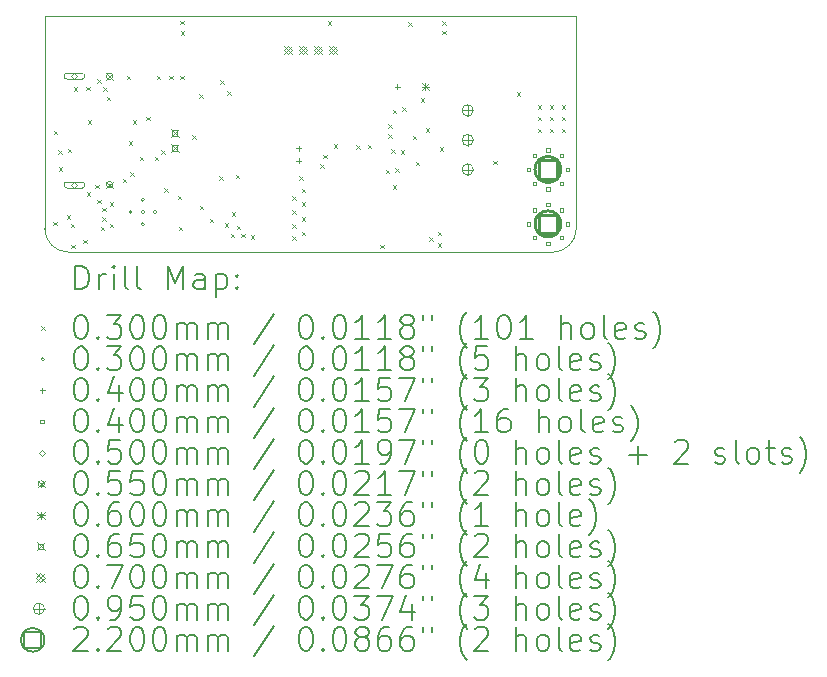
<source format=gbr>
%TF.GenerationSoftware,KiCad,Pcbnew,8.0.7-8.0.7-0~ubuntu24.04.1*%
%TF.CreationDate,2024-12-30T22:48:23-07:00*%
%TF.ProjectId,2s 40A PSU and charger,32732034-3041-4205-9053-5520616e6420,V1*%
%TF.SameCoordinates,Original*%
%TF.FileFunction,Drillmap*%
%TF.FilePolarity,Positive*%
%FSLAX45Y45*%
G04 Gerber Fmt 4.5, Leading zero omitted, Abs format (unit mm)*
G04 Created by KiCad (PCBNEW 8.0.7-8.0.7-0~ubuntu24.04.1) date 2024-12-30 22:48:23*
%MOMM*%
%LPD*%
G01*
G04 APERTURE LIST*
%ADD10C,0.050000*%
%ADD11C,0.200000*%
%ADD12C,0.100000*%
%ADD13C,0.220000*%
G04 APERTURE END LIST*
D10*
X10810000Y-13000000D02*
X10810000Y-11200000D01*
X10810000Y-11200000D02*
X15310000Y-11200000D01*
X15310000Y-13000000D02*
G75*
G02*
X15110000Y-13200000I-200000J0D01*
G01*
X15110000Y-13200000D02*
X11010000Y-13200000D01*
X11010000Y-13200000D02*
G75*
G02*
X10810000Y-13000000I0J200000D01*
G01*
X15310000Y-11200000D02*
X15310000Y-13000000D01*
D11*
D12*
X10883034Y-12943000D02*
X10913034Y-12973000D01*
X10913034Y-12943000D02*
X10883034Y-12973000D01*
X10886189Y-12172189D02*
X10916189Y-12202189D01*
X10916189Y-12172189D02*
X10886189Y-12202189D01*
X10925000Y-12335000D02*
X10955000Y-12365000D01*
X10955000Y-12335000D02*
X10925000Y-12365000D01*
X10926284Y-12481708D02*
X10956284Y-12511708D01*
X10956284Y-12481708D02*
X10926284Y-12511708D01*
X10995000Y-12885000D02*
X11025000Y-12915000D01*
X11025000Y-12885000D02*
X10995000Y-12915000D01*
X11005000Y-12325000D02*
X11035000Y-12355000D01*
X11035000Y-12325000D02*
X11005000Y-12355000D01*
X11030021Y-12957309D02*
X11060021Y-12987309D01*
X11060021Y-12957309D02*
X11030021Y-12987309D01*
X11035000Y-13135000D02*
X11065000Y-13165000D01*
X11065000Y-13135000D02*
X11035000Y-13165000D01*
X11055000Y-11801500D02*
X11085000Y-11831500D01*
X11085000Y-11801500D02*
X11055000Y-11831500D01*
X11135000Y-13095000D02*
X11165000Y-13125000D01*
X11165000Y-13095000D02*
X11135000Y-13125000D01*
X11162509Y-11797491D02*
X11192509Y-11827491D01*
X11192509Y-11797491D02*
X11162509Y-11827491D01*
X11165000Y-12691487D02*
X11195000Y-12721487D01*
X11195000Y-12691487D02*
X11165000Y-12721487D01*
X11175000Y-12085000D02*
X11205000Y-12115000D01*
X11205000Y-12085000D02*
X11175000Y-12115000D01*
X11234982Y-12630476D02*
X11264982Y-12660476D01*
X11264982Y-12630476D02*
X11234982Y-12660476D01*
X11255000Y-11735000D02*
X11285000Y-11765000D01*
X11285000Y-11735000D02*
X11255000Y-11765000D01*
X11255000Y-12755000D02*
X11285000Y-12785000D01*
X11285000Y-12755000D02*
X11255000Y-12785000D01*
X11283914Y-12986267D02*
X11313914Y-13016267D01*
X11313914Y-12986267D02*
X11283914Y-13016267D01*
X11295000Y-12825000D02*
X11325000Y-12855000D01*
X11325000Y-12825000D02*
X11295000Y-12855000D01*
X11295000Y-12905000D02*
X11325000Y-12935000D01*
X11325000Y-12905000D02*
X11295000Y-12935000D01*
X11305538Y-11801777D02*
X11335538Y-11831777D01*
X11335538Y-11801777D02*
X11305538Y-11831777D01*
X11335000Y-11885000D02*
X11365000Y-11915000D01*
X11365000Y-11885000D02*
X11335000Y-11915000D01*
X11359322Y-12959000D02*
X11389322Y-12989000D01*
X11389322Y-12959000D02*
X11359322Y-12989000D01*
X11359563Y-12775000D02*
X11389563Y-12805000D01*
X11389563Y-12775000D02*
X11359563Y-12805000D01*
X11469434Y-12579434D02*
X11499434Y-12609434D01*
X11499434Y-12579434D02*
X11469434Y-12609434D01*
X11505000Y-11705000D02*
X11535000Y-11735000D01*
X11535000Y-11705000D02*
X11505000Y-11735000D01*
X11521500Y-12259499D02*
X11551500Y-12289499D01*
X11551500Y-12259499D02*
X11521500Y-12289499D01*
X11535000Y-12523000D02*
X11565000Y-12553000D01*
X11565000Y-12523000D02*
X11535000Y-12553000D01*
X11556250Y-12081000D02*
X11586250Y-12111000D01*
X11586250Y-12081000D02*
X11556250Y-12111000D01*
X11612990Y-12393500D02*
X11642990Y-12423500D01*
X11642990Y-12393500D02*
X11612990Y-12423500D01*
X11668302Y-12053644D02*
X11698302Y-12083644D01*
X11698302Y-12053644D02*
X11668302Y-12083644D01*
X11738957Y-12393420D02*
X11768957Y-12423420D01*
X11768957Y-12393420D02*
X11738957Y-12423420D01*
X11759550Y-11707500D02*
X11789550Y-11737500D01*
X11789550Y-11707500D02*
X11759550Y-11737500D01*
X11795000Y-12335000D02*
X11825000Y-12365000D01*
X11825000Y-12335000D02*
X11795000Y-12365000D01*
X11819000Y-12659000D02*
X11849000Y-12689000D01*
X11849000Y-12659000D02*
X11819000Y-12689000D01*
X11865000Y-11705000D02*
X11895000Y-11735000D01*
X11895000Y-11705000D02*
X11865000Y-11735000D01*
X11935000Y-12722000D02*
X11965000Y-12752000D01*
X11965000Y-12722000D02*
X11935000Y-12752000D01*
X11945292Y-12983000D02*
X11975292Y-13013000D01*
X11975292Y-12983000D02*
X11945292Y-13013000D01*
X11955000Y-11240000D02*
X11985000Y-11270000D01*
X11985000Y-11240000D02*
X11955000Y-11270000D01*
X11955000Y-11705000D02*
X11985000Y-11735000D01*
X11985000Y-11705000D02*
X11955000Y-11735000D01*
X11960000Y-11330000D02*
X11990000Y-11360000D01*
X11990000Y-11330000D02*
X11960000Y-11360000D01*
X12059194Y-12212000D02*
X12089194Y-12242000D01*
X12089194Y-12212000D02*
X12059194Y-12242000D01*
X12119463Y-11861284D02*
X12149463Y-11891284D01*
X12149463Y-11861284D02*
X12119463Y-11891284D01*
X12120120Y-12808172D02*
X12150120Y-12838172D01*
X12150120Y-12808172D02*
X12120120Y-12838172D01*
X12205000Y-12916172D02*
X12235000Y-12946172D01*
X12235000Y-12916172D02*
X12205000Y-12946172D01*
X12285000Y-12559000D02*
X12315000Y-12589000D01*
X12315000Y-12559000D02*
X12285000Y-12589000D01*
X12293477Y-11743477D02*
X12323477Y-11773477D01*
X12323477Y-11743477D02*
X12293477Y-11773477D01*
X12335000Y-12955000D02*
X12365000Y-12985000D01*
X12365000Y-12955000D02*
X12335000Y-12985000D01*
X12354281Y-11835408D02*
X12384281Y-11865408D01*
X12384281Y-11835408D02*
X12354281Y-11865408D01*
X12385000Y-13045000D02*
X12415000Y-13075000D01*
X12415000Y-13045000D02*
X12385000Y-13075000D01*
X12392172Y-12862172D02*
X12422172Y-12892172D01*
X12422172Y-12862172D02*
X12392172Y-12892172D01*
X12425000Y-12545000D02*
X12455000Y-12575000D01*
X12455000Y-12545000D02*
X12425000Y-12575000D01*
X12435000Y-12975000D02*
X12465000Y-13005000D01*
X12465000Y-12975000D02*
X12435000Y-13005000D01*
X12475000Y-13045000D02*
X12505000Y-13075000D01*
X12505000Y-13045000D02*
X12475000Y-13075000D01*
X12555000Y-13055000D02*
X12585000Y-13085000D01*
X12585000Y-13055000D02*
X12555000Y-13085000D01*
X12905000Y-12725000D02*
X12935000Y-12755000D01*
X12935000Y-12725000D02*
X12905000Y-12755000D01*
X12905000Y-12845000D02*
X12935000Y-12875000D01*
X12935000Y-12845000D02*
X12905000Y-12875000D01*
X12905000Y-12965000D02*
X12935000Y-12995000D01*
X12935000Y-12965000D02*
X12905000Y-12995000D01*
X12905000Y-13065000D02*
X12935000Y-13095000D01*
X12935000Y-13065000D02*
X12905000Y-13095000D01*
X12964250Y-12555000D02*
X12994250Y-12585000D01*
X12994250Y-12555000D02*
X12964250Y-12585000D01*
X12985000Y-12663000D02*
X13015000Y-12693000D01*
X13015000Y-12663000D02*
X12985000Y-12693000D01*
X12985000Y-12775000D02*
X13015000Y-12805000D01*
X13015000Y-12775000D02*
X12985000Y-12805000D01*
X12985000Y-12905000D02*
X13015000Y-12935000D01*
X13015000Y-12905000D02*
X12985000Y-12935000D01*
X12985000Y-13025000D02*
X13015000Y-13055000D01*
X13015000Y-13025000D02*
X12985000Y-13055000D01*
X13143486Y-12455000D02*
X13173486Y-12485000D01*
X13173486Y-12455000D02*
X13143486Y-12485000D01*
X13169500Y-12375000D02*
X13199500Y-12405000D01*
X13199500Y-12375000D02*
X13169500Y-12405000D01*
X13205000Y-11245000D02*
X13235000Y-11275000D01*
X13235000Y-11245000D02*
X13205000Y-11275000D01*
X13255000Y-12285500D02*
X13285000Y-12315500D01*
X13285000Y-12285500D02*
X13255000Y-12315500D01*
X13445000Y-12295000D02*
X13475000Y-12325000D01*
X13475000Y-12295000D02*
X13445000Y-12325000D01*
X13545705Y-12290641D02*
X13575705Y-12320641D01*
X13575705Y-12290641D02*
X13545705Y-12320641D01*
X13649367Y-13135000D02*
X13679367Y-13165000D01*
X13679367Y-13135000D02*
X13649367Y-13165000D01*
X13695000Y-12503260D02*
X13725000Y-12533260D01*
X13725000Y-12503260D02*
X13695000Y-12533260D01*
X13716345Y-12200784D02*
X13746345Y-12230784D01*
X13746345Y-12200784D02*
X13716345Y-12230784D01*
X13717849Y-12118180D02*
X13747849Y-12148180D01*
X13747849Y-12118180D02*
X13717849Y-12148180D01*
X13745000Y-12329000D02*
X13775000Y-12359000D01*
X13775000Y-12329000D02*
X13745000Y-12359000D01*
X13754893Y-11994850D02*
X13784893Y-12024850D01*
X13784893Y-11994850D02*
X13754893Y-12024850D01*
X13755000Y-12632500D02*
X13785000Y-12662500D01*
X13785000Y-12632500D02*
X13755000Y-12662500D01*
X13775000Y-12487275D02*
X13805000Y-12517275D01*
X13805000Y-12487275D02*
X13775000Y-12517275D01*
X13825000Y-12335000D02*
X13855000Y-12365000D01*
X13855000Y-12335000D02*
X13825000Y-12365000D01*
X13835000Y-11972280D02*
X13865000Y-12002280D01*
X13865000Y-11972280D02*
X13835000Y-12002280D01*
X13885000Y-11255000D02*
X13915000Y-11285000D01*
X13915000Y-11255000D02*
X13885000Y-11285000D01*
X13925000Y-12215000D02*
X13955000Y-12245000D01*
X13955000Y-12215000D02*
X13925000Y-12245000D01*
X13949000Y-12432399D02*
X13979000Y-12462399D01*
X13979000Y-12432399D02*
X13949000Y-12462399D01*
X13994530Y-11894568D02*
X14024530Y-11924568D01*
X14024530Y-11894568D02*
X13994530Y-11924568D01*
X14036702Y-12151263D02*
X14066702Y-12181263D01*
X14066702Y-12151263D02*
X14036702Y-12181263D01*
X14065000Y-13075000D02*
X14095000Y-13105000D01*
X14095000Y-13075000D02*
X14065000Y-13105000D01*
X14135000Y-13025000D02*
X14165000Y-13055000D01*
X14165000Y-13025000D02*
X14135000Y-13055000D01*
X14135000Y-13125000D02*
X14165000Y-13155000D01*
X14165000Y-13125000D02*
X14135000Y-13155000D01*
X14153725Y-12311287D02*
X14183725Y-12341287D01*
X14183725Y-12311287D02*
X14153725Y-12341287D01*
X14175000Y-11245000D02*
X14205000Y-11275000D01*
X14205000Y-11245000D02*
X14175000Y-11275000D01*
X14175000Y-11325000D02*
X14205000Y-11355000D01*
X14205000Y-11325000D02*
X14175000Y-11355000D01*
X14605497Y-12425418D02*
X14635497Y-12455418D01*
X14635497Y-12425418D02*
X14605497Y-12455418D01*
X14805000Y-11845000D02*
X14835000Y-11875000D01*
X14835000Y-11845000D02*
X14805000Y-11875000D01*
X14985000Y-11955000D02*
X15015000Y-11985000D01*
X15015000Y-11955000D02*
X14985000Y-11985000D01*
X14985000Y-12055000D02*
X15015000Y-12085000D01*
X15015000Y-12055000D02*
X14985000Y-12085000D01*
X14985000Y-12155000D02*
X15015000Y-12185000D01*
X15015000Y-12155000D02*
X14985000Y-12185000D01*
X15085000Y-11955000D02*
X15115000Y-11985000D01*
X15115000Y-11955000D02*
X15085000Y-11985000D01*
X15085000Y-12055000D02*
X15115000Y-12085000D01*
X15115000Y-12055000D02*
X15085000Y-12085000D01*
X15085000Y-12155000D02*
X15115000Y-12185000D01*
X15115000Y-12155000D02*
X15085000Y-12185000D01*
X15185000Y-11955000D02*
X15215000Y-11985000D01*
X15215000Y-11955000D02*
X15185000Y-11985000D01*
X15185000Y-12055000D02*
X15215000Y-12085000D01*
X15215000Y-12055000D02*
X15185000Y-12085000D01*
X15185000Y-12155000D02*
X15215000Y-12185000D01*
X15215000Y-12155000D02*
X15185000Y-12185000D01*
X11550000Y-12860000D02*
G75*
G02*
X11520000Y-12860000I-15000J0D01*
G01*
X11520000Y-12860000D02*
G75*
G02*
X11550000Y-12860000I15000J0D01*
G01*
X11655000Y-12755000D02*
G75*
G02*
X11625000Y-12755000I-15000J0D01*
G01*
X11625000Y-12755000D02*
G75*
G02*
X11655000Y-12755000I15000J0D01*
G01*
X11655000Y-12860000D02*
G75*
G02*
X11625000Y-12860000I-15000J0D01*
G01*
X11625000Y-12860000D02*
G75*
G02*
X11655000Y-12860000I15000J0D01*
G01*
X11655000Y-12965000D02*
G75*
G02*
X11625000Y-12965000I-15000J0D01*
G01*
X11625000Y-12965000D02*
G75*
G02*
X11655000Y-12965000I15000J0D01*
G01*
X11760000Y-12860000D02*
G75*
G02*
X11730000Y-12860000I-15000J0D01*
G01*
X11730000Y-12860000D02*
G75*
G02*
X11760000Y-12860000I15000J0D01*
G01*
X12960000Y-12300000D02*
X12960000Y-12340000D01*
X12940000Y-12320000D02*
X12980000Y-12320000D01*
X12960000Y-12406000D02*
X12960000Y-12446000D01*
X12940000Y-12426000D02*
X12980000Y-12426000D01*
X13795000Y-11777280D02*
X13795000Y-11817280D01*
X13775000Y-11797280D02*
X13815000Y-11797280D01*
X14919142Y-12514142D02*
X14919142Y-12485858D01*
X14890858Y-12485858D01*
X14890858Y-12514142D01*
X14919142Y-12514142D01*
X14919142Y-12974142D02*
X14919142Y-12945858D01*
X14890858Y-12945858D01*
X14890858Y-12974142D01*
X14919142Y-12974142D01*
X14967470Y-12397470D02*
X14967470Y-12369185D01*
X14939185Y-12369185D01*
X14939185Y-12397470D01*
X14967470Y-12397470D01*
X14967470Y-12630815D02*
X14967470Y-12602530D01*
X14939185Y-12602530D01*
X14939185Y-12630815D01*
X14967470Y-12630815D01*
X14967470Y-12857470D02*
X14967470Y-12829185D01*
X14939185Y-12829185D01*
X14939185Y-12857470D01*
X14967470Y-12857470D01*
X14967470Y-13090815D02*
X14967470Y-13062530D01*
X14939185Y-13062530D01*
X14939185Y-13090815D01*
X14967470Y-13090815D01*
X15084142Y-12349142D02*
X15084142Y-12320858D01*
X15055858Y-12320858D01*
X15055858Y-12349142D01*
X15084142Y-12349142D01*
X15084142Y-12679142D02*
X15084142Y-12650858D01*
X15055858Y-12650858D01*
X15055858Y-12679142D01*
X15084142Y-12679142D01*
X15084142Y-12809142D02*
X15084142Y-12780858D01*
X15055858Y-12780858D01*
X15055858Y-12809142D01*
X15084142Y-12809142D01*
X15084142Y-13139142D02*
X15084142Y-13110858D01*
X15055858Y-13110858D01*
X15055858Y-13139142D01*
X15084142Y-13139142D01*
X15200815Y-12397470D02*
X15200815Y-12369185D01*
X15172530Y-12369185D01*
X15172530Y-12397470D01*
X15200815Y-12397470D01*
X15200815Y-12630815D02*
X15200815Y-12602530D01*
X15172530Y-12602530D01*
X15172530Y-12630815D01*
X15200815Y-12630815D01*
X15200815Y-12857470D02*
X15200815Y-12829185D01*
X15172530Y-12829185D01*
X15172530Y-12857470D01*
X15200815Y-12857470D01*
X15200815Y-13090815D02*
X15200815Y-13062530D01*
X15172530Y-13062530D01*
X15172530Y-13090815D01*
X15200815Y-13090815D01*
X15249142Y-12514142D02*
X15249142Y-12485858D01*
X15220858Y-12485858D01*
X15220858Y-12514142D01*
X15249142Y-12514142D01*
X15249142Y-12974142D02*
X15249142Y-12945858D01*
X15220858Y-12945858D01*
X15220858Y-12974142D01*
X15249142Y-12974142D01*
X11061000Y-11735500D02*
X11086000Y-11710500D01*
X11061000Y-11685500D01*
X11036000Y-11710500D01*
X11061000Y-11735500D01*
X11123500Y-11685500D02*
X10998500Y-11685500D01*
X10998500Y-11735500D02*
G75*
G02*
X10998500Y-11685500I0J25000D01*
G01*
X10998500Y-11735500D02*
X11123500Y-11735500D01*
X11123500Y-11735500D02*
G75*
G03*
X11123500Y-11685500I0J25000D01*
G01*
X11061000Y-12654500D02*
X11086000Y-12629500D01*
X11061000Y-12604500D01*
X11036000Y-12629500D01*
X11061000Y-12654500D01*
X11123500Y-12604500D02*
X10998500Y-12604500D01*
X10998500Y-12654500D02*
G75*
G02*
X10998500Y-12604500I0J25000D01*
G01*
X10998500Y-12654500D02*
X11123500Y-12654500D01*
X11123500Y-12654500D02*
G75*
G03*
X11123500Y-12604500I0J25000D01*
G01*
X11331500Y-11683000D02*
X11386500Y-11738000D01*
X11386500Y-11683000D02*
X11331500Y-11738000D01*
X11386500Y-11710500D02*
G75*
G02*
X11331500Y-11710500I-27500J0D01*
G01*
X11331500Y-11710500D02*
G75*
G02*
X11386500Y-11710500I27500J0D01*
G01*
X11331500Y-12602000D02*
X11386500Y-12657000D01*
X11386500Y-12602000D02*
X11331500Y-12657000D01*
X11386500Y-12629500D02*
G75*
G02*
X11331500Y-12629500I-27500J0D01*
G01*
X11331500Y-12629500D02*
G75*
G02*
X11386500Y-12629500I27500J0D01*
G01*
X14000000Y-11770000D02*
X14060000Y-11830000D01*
X14060000Y-11770000D02*
X14000000Y-11830000D01*
X14030000Y-11770000D02*
X14030000Y-11830000D01*
X14000000Y-11800000D02*
X14060000Y-11800000D01*
X11877500Y-12157500D02*
X11942500Y-12222500D01*
X11942500Y-12157500D02*
X11877500Y-12222500D01*
X11932981Y-12212981D02*
X11932981Y-12167019D01*
X11887019Y-12167019D01*
X11887019Y-12212981D01*
X11932981Y-12212981D01*
X11877500Y-12284500D02*
X11942500Y-12349500D01*
X11942500Y-12284500D02*
X11877500Y-12349500D01*
X11932981Y-12339981D02*
X11932981Y-12294019D01*
X11887019Y-12294019D01*
X11887019Y-12339981D01*
X11932981Y-12339981D01*
X12834000Y-11455000D02*
X12904000Y-11525000D01*
X12904000Y-11455000D02*
X12834000Y-11525000D01*
X12869000Y-11525000D02*
X12904000Y-11490000D01*
X12869000Y-11455000D01*
X12834000Y-11490000D01*
X12869000Y-11525000D01*
X12961000Y-11455000D02*
X13031000Y-11525000D01*
X13031000Y-11455000D02*
X12961000Y-11525000D01*
X12996000Y-11525000D02*
X13031000Y-11490000D01*
X12996000Y-11455000D01*
X12961000Y-11490000D01*
X12996000Y-11525000D01*
X13088000Y-11455000D02*
X13158000Y-11525000D01*
X13158000Y-11455000D02*
X13088000Y-11525000D01*
X13123000Y-11525000D02*
X13158000Y-11490000D01*
X13123000Y-11455000D01*
X13088000Y-11490000D01*
X13123000Y-11525000D01*
X13215000Y-11455000D02*
X13285000Y-11525000D01*
X13285000Y-11455000D02*
X13215000Y-11525000D01*
X13250000Y-11525000D02*
X13285000Y-11490000D01*
X13250000Y-11455000D01*
X13215000Y-11490000D01*
X13250000Y-11525000D01*
X14390000Y-11952500D02*
X14390000Y-12047500D01*
X14342500Y-12000000D02*
X14437500Y-12000000D01*
X14437500Y-12000000D02*
G75*
G02*
X14342500Y-12000000I-47500J0D01*
G01*
X14342500Y-12000000D02*
G75*
G02*
X14437500Y-12000000I47500J0D01*
G01*
X14390000Y-12202500D02*
X14390000Y-12297500D01*
X14342500Y-12250000D02*
X14437500Y-12250000D01*
X14437500Y-12250000D02*
G75*
G02*
X14342500Y-12250000I-47500J0D01*
G01*
X14342500Y-12250000D02*
G75*
G02*
X14437500Y-12250000I47500J0D01*
G01*
X14390000Y-12452500D02*
X14390000Y-12547500D01*
X14342500Y-12500000D02*
X14437500Y-12500000D01*
X14437500Y-12500000D02*
G75*
G02*
X14342500Y-12500000I-47500J0D01*
G01*
X14342500Y-12500000D02*
G75*
G02*
X14437500Y-12500000I47500J0D01*
G01*
D13*
X15147782Y-12577782D02*
X15147782Y-12422217D01*
X14992217Y-12422217D01*
X14992217Y-12577782D01*
X15147782Y-12577782D01*
X15180000Y-12500000D02*
G75*
G02*
X14960000Y-12500000I-110000J0D01*
G01*
X14960000Y-12500000D02*
G75*
G02*
X15180000Y-12500000I110000J0D01*
G01*
X15147782Y-13037782D02*
X15147782Y-12882217D01*
X14992217Y-12882217D01*
X14992217Y-13037782D01*
X15147782Y-13037782D01*
X15180000Y-12960000D02*
G75*
G02*
X14960000Y-12960000I-110000J0D01*
G01*
X14960000Y-12960000D02*
G75*
G02*
X15180000Y-12960000I110000J0D01*
G01*
D11*
X11068277Y-13513984D02*
X11068277Y-13313984D01*
X11068277Y-13313984D02*
X11115896Y-13313984D01*
X11115896Y-13313984D02*
X11144467Y-13323508D01*
X11144467Y-13323508D02*
X11163515Y-13342555D01*
X11163515Y-13342555D02*
X11173039Y-13361603D01*
X11173039Y-13361603D02*
X11182563Y-13399698D01*
X11182563Y-13399698D02*
X11182563Y-13428269D01*
X11182563Y-13428269D02*
X11173039Y-13466365D01*
X11173039Y-13466365D02*
X11163515Y-13485412D01*
X11163515Y-13485412D02*
X11144467Y-13504460D01*
X11144467Y-13504460D02*
X11115896Y-13513984D01*
X11115896Y-13513984D02*
X11068277Y-13513984D01*
X11268277Y-13513984D02*
X11268277Y-13380650D01*
X11268277Y-13418746D02*
X11277801Y-13399698D01*
X11277801Y-13399698D02*
X11287324Y-13390174D01*
X11287324Y-13390174D02*
X11306372Y-13380650D01*
X11306372Y-13380650D02*
X11325420Y-13380650D01*
X11392086Y-13513984D02*
X11392086Y-13380650D01*
X11392086Y-13313984D02*
X11382562Y-13323508D01*
X11382562Y-13323508D02*
X11392086Y-13333031D01*
X11392086Y-13333031D02*
X11401610Y-13323508D01*
X11401610Y-13323508D02*
X11392086Y-13313984D01*
X11392086Y-13313984D02*
X11392086Y-13333031D01*
X11515896Y-13513984D02*
X11496848Y-13504460D01*
X11496848Y-13504460D02*
X11487324Y-13485412D01*
X11487324Y-13485412D02*
X11487324Y-13313984D01*
X11620658Y-13513984D02*
X11601610Y-13504460D01*
X11601610Y-13504460D02*
X11592086Y-13485412D01*
X11592086Y-13485412D02*
X11592086Y-13313984D01*
X11849229Y-13513984D02*
X11849229Y-13313984D01*
X11849229Y-13313984D02*
X11915896Y-13456841D01*
X11915896Y-13456841D02*
X11982562Y-13313984D01*
X11982562Y-13313984D02*
X11982562Y-13513984D01*
X12163515Y-13513984D02*
X12163515Y-13409222D01*
X12163515Y-13409222D02*
X12153991Y-13390174D01*
X12153991Y-13390174D02*
X12134943Y-13380650D01*
X12134943Y-13380650D02*
X12096848Y-13380650D01*
X12096848Y-13380650D02*
X12077801Y-13390174D01*
X12163515Y-13504460D02*
X12144467Y-13513984D01*
X12144467Y-13513984D02*
X12096848Y-13513984D01*
X12096848Y-13513984D02*
X12077801Y-13504460D01*
X12077801Y-13504460D02*
X12068277Y-13485412D01*
X12068277Y-13485412D02*
X12068277Y-13466365D01*
X12068277Y-13466365D02*
X12077801Y-13447317D01*
X12077801Y-13447317D02*
X12096848Y-13437793D01*
X12096848Y-13437793D02*
X12144467Y-13437793D01*
X12144467Y-13437793D02*
X12163515Y-13428269D01*
X12258753Y-13380650D02*
X12258753Y-13580650D01*
X12258753Y-13390174D02*
X12277801Y-13380650D01*
X12277801Y-13380650D02*
X12315896Y-13380650D01*
X12315896Y-13380650D02*
X12334943Y-13390174D01*
X12334943Y-13390174D02*
X12344467Y-13399698D01*
X12344467Y-13399698D02*
X12353991Y-13418746D01*
X12353991Y-13418746D02*
X12353991Y-13475888D01*
X12353991Y-13475888D02*
X12344467Y-13494936D01*
X12344467Y-13494936D02*
X12334943Y-13504460D01*
X12334943Y-13504460D02*
X12315896Y-13513984D01*
X12315896Y-13513984D02*
X12277801Y-13513984D01*
X12277801Y-13513984D02*
X12258753Y-13504460D01*
X12439705Y-13494936D02*
X12449229Y-13504460D01*
X12449229Y-13504460D02*
X12439705Y-13513984D01*
X12439705Y-13513984D02*
X12430182Y-13504460D01*
X12430182Y-13504460D02*
X12439705Y-13494936D01*
X12439705Y-13494936D02*
X12439705Y-13513984D01*
X12439705Y-13390174D02*
X12449229Y-13399698D01*
X12449229Y-13399698D02*
X12439705Y-13409222D01*
X12439705Y-13409222D02*
X12430182Y-13399698D01*
X12430182Y-13399698D02*
X12439705Y-13390174D01*
X12439705Y-13390174D02*
X12439705Y-13409222D01*
D12*
X10777500Y-13827500D02*
X10807500Y-13857500D01*
X10807500Y-13827500D02*
X10777500Y-13857500D01*
D11*
X11106372Y-13733984D02*
X11125420Y-13733984D01*
X11125420Y-13733984D02*
X11144467Y-13743508D01*
X11144467Y-13743508D02*
X11153991Y-13753031D01*
X11153991Y-13753031D02*
X11163515Y-13772079D01*
X11163515Y-13772079D02*
X11173039Y-13810174D01*
X11173039Y-13810174D02*
X11173039Y-13857793D01*
X11173039Y-13857793D02*
X11163515Y-13895888D01*
X11163515Y-13895888D02*
X11153991Y-13914936D01*
X11153991Y-13914936D02*
X11144467Y-13924460D01*
X11144467Y-13924460D02*
X11125420Y-13933984D01*
X11125420Y-13933984D02*
X11106372Y-13933984D01*
X11106372Y-13933984D02*
X11087324Y-13924460D01*
X11087324Y-13924460D02*
X11077801Y-13914936D01*
X11077801Y-13914936D02*
X11068277Y-13895888D01*
X11068277Y-13895888D02*
X11058753Y-13857793D01*
X11058753Y-13857793D02*
X11058753Y-13810174D01*
X11058753Y-13810174D02*
X11068277Y-13772079D01*
X11068277Y-13772079D02*
X11077801Y-13753031D01*
X11077801Y-13753031D02*
X11087324Y-13743508D01*
X11087324Y-13743508D02*
X11106372Y-13733984D01*
X11258753Y-13914936D02*
X11268277Y-13924460D01*
X11268277Y-13924460D02*
X11258753Y-13933984D01*
X11258753Y-13933984D02*
X11249229Y-13924460D01*
X11249229Y-13924460D02*
X11258753Y-13914936D01*
X11258753Y-13914936D02*
X11258753Y-13933984D01*
X11334943Y-13733984D02*
X11458753Y-13733984D01*
X11458753Y-13733984D02*
X11392086Y-13810174D01*
X11392086Y-13810174D02*
X11420658Y-13810174D01*
X11420658Y-13810174D02*
X11439705Y-13819698D01*
X11439705Y-13819698D02*
X11449229Y-13829222D01*
X11449229Y-13829222D02*
X11458753Y-13848269D01*
X11458753Y-13848269D02*
X11458753Y-13895888D01*
X11458753Y-13895888D02*
X11449229Y-13914936D01*
X11449229Y-13914936D02*
X11439705Y-13924460D01*
X11439705Y-13924460D02*
X11420658Y-13933984D01*
X11420658Y-13933984D02*
X11363515Y-13933984D01*
X11363515Y-13933984D02*
X11344467Y-13924460D01*
X11344467Y-13924460D02*
X11334943Y-13914936D01*
X11582562Y-13733984D02*
X11601610Y-13733984D01*
X11601610Y-13733984D02*
X11620658Y-13743508D01*
X11620658Y-13743508D02*
X11630182Y-13753031D01*
X11630182Y-13753031D02*
X11639705Y-13772079D01*
X11639705Y-13772079D02*
X11649229Y-13810174D01*
X11649229Y-13810174D02*
X11649229Y-13857793D01*
X11649229Y-13857793D02*
X11639705Y-13895888D01*
X11639705Y-13895888D02*
X11630182Y-13914936D01*
X11630182Y-13914936D02*
X11620658Y-13924460D01*
X11620658Y-13924460D02*
X11601610Y-13933984D01*
X11601610Y-13933984D02*
X11582562Y-13933984D01*
X11582562Y-13933984D02*
X11563515Y-13924460D01*
X11563515Y-13924460D02*
X11553991Y-13914936D01*
X11553991Y-13914936D02*
X11544467Y-13895888D01*
X11544467Y-13895888D02*
X11534943Y-13857793D01*
X11534943Y-13857793D02*
X11534943Y-13810174D01*
X11534943Y-13810174D02*
X11544467Y-13772079D01*
X11544467Y-13772079D02*
X11553991Y-13753031D01*
X11553991Y-13753031D02*
X11563515Y-13743508D01*
X11563515Y-13743508D02*
X11582562Y-13733984D01*
X11773039Y-13733984D02*
X11792086Y-13733984D01*
X11792086Y-13733984D02*
X11811134Y-13743508D01*
X11811134Y-13743508D02*
X11820658Y-13753031D01*
X11820658Y-13753031D02*
X11830182Y-13772079D01*
X11830182Y-13772079D02*
X11839705Y-13810174D01*
X11839705Y-13810174D02*
X11839705Y-13857793D01*
X11839705Y-13857793D02*
X11830182Y-13895888D01*
X11830182Y-13895888D02*
X11820658Y-13914936D01*
X11820658Y-13914936D02*
X11811134Y-13924460D01*
X11811134Y-13924460D02*
X11792086Y-13933984D01*
X11792086Y-13933984D02*
X11773039Y-13933984D01*
X11773039Y-13933984D02*
X11753991Y-13924460D01*
X11753991Y-13924460D02*
X11744467Y-13914936D01*
X11744467Y-13914936D02*
X11734943Y-13895888D01*
X11734943Y-13895888D02*
X11725420Y-13857793D01*
X11725420Y-13857793D02*
X11725420Y-13810174D01*
X11725420Y-13810174D02*
X11734943Y-13772079D01*
X11734943Y-13772079D02*
X11744467Y-13753031D01*
X11744467Y-13753031D02*
X11753991Y-13743508D01*
X11753991Y-13743508D02*
X11773039Y-13733984D01*
X11925420Y-13933984D02*
X11925420Y-13800650D01*
X11925420Y-13819698D02*
X11934943Y-13810174D01*
X11934943Y-13810174D02*
X11953991Y-13800650D01*
X11953991Y-13800650D02*
X11982563Y-13800650D01*
X11982563Y-13800650D02*
X12001610Y-13810174D01*
X12001610Y-13810174D02*
X12011134Y-13829222D01*
X12011134Y-13829222D02*
X12011134Y-13933984D01*
X12011134Y-13829222D02*
X12020658Y-13810174D01*
X12020658Y-13810174D02*
X12039705Y-13800650D01*
X12039705Y-13800650D02*
X12068277Y-13800650D01*
X12068277Y-13800650D02*
X12087324Y-13810174D01*
X12087324Y-13810174D02*
X12096848Y-13829222D01*
X12096848Y-13829222D02*
X12096848Y-13933984D01*
X12192086Y-13933984D02*
X12192086Y-13800650D01*
X12192086Y-13819698D02*
X12201610Y-13810174D01*
X12201610Y-13810174D02*
X12220658Y-13800650D01*
X12220658Y-13800650D02*
X12249229Y-13800650D01*
X12249229Y-13800650D02*
X12268277Y-13810174D01*
X12268277Y-13810174D02*
X12277801Y-13829222D01*
X12277801Y-13829222D02*
X12277801Y-13933984D01*
X12277801Y-13829222D02*
X12287324Y-13810174D01*
X12287324Y-13810174D02*
X12306372Y-13800650D01*
X12306372Y-13800650D02*
X12334943Y-13800650D01*
X12334943Y-13800650D02*
X12353991Y-13810174D01*
X12353991Y-13810174D02*
X12363515Y-13829222D01*
X12363515Y-13829222D02*
X12363515Y-13933984D01*
X12753991Y-13724460D02*
X12582563Y-13981603D01*
X13011134Y-13733984D02*
X13030182Y-13733984D01*
X13030182Y-13733984D02*
X13049229Y-13743508D01*
X13049229Y-13743508D02*
X13058753Y-13753031D01*
X13058753Y-13753031D02*
X13068277Y-13772079D01*
X13068277Y-13772079D02*
X13077801Y-13810174D01*
X13077801Y-13810174D02*
X13077801Y-13857793D01*
X13077801Y-13857793D02*
X13068277Y-13895888D01*
X13068277Y-13895888D02*
X13058753Y-13914936D01*
X13058753Y-13914936D02*
X13049229Y-13924460D01*
X13049229Y-13924460D02*
X13030182Y-13933984D01*
X13030182Y-13933984D02*
X13011134Y-13933984D01*
X13011134Y-13933984D02*
X12992086Y-13924460D01*
X12992086Y-13924460D02*
X12982563Y-13914936D01*
X12982563Y-13914936D02*
X12973039Y-13895888D01*
X12973039Y-13895888D02*
X12963515Y-13857793D01*
X12963515Y-13857793D02*
X12963515Y-13810174D01*
X12963515Y-13810174D02*
X12973039Y-13772079D01*
X12973039Y-13772079D02*
X12982563Y-13753031D01*
X12982563Y-13753031D02*
X12992086Y-13743508D01*
X12992086Y-13743508D02*
X13011134Y-13733984D01*
X13163515Y-13914936D02*
X13173039Y-13924460D01*
X13173039Y-13924460D02*
X13163515Y-13933984D01*
X13163515Y-13933984D02*
X13153991Y-13924460D01*
X13153991Y-13924460D02*
X13163515Y-13914936D01*
X13163515Y-13914936D02*
X13163515Y-13933984D01*
X13296848Y-13733984D02*
X13315896Y-13733984D01*
X13315896Y-13733984D02*
X13334944Y-13743508D01*
X13334944Y-13743508D02*
X13344467Y-13753031D01*
X13344467Y-13753031D02*
X13353991Y-13772079D01*
X13353991Y-13772079D02*
X13363515Y-13810174D01*
X13363515Y-13810174D02*
X13363515Y-13857793D01*
X13363515Y-13857793D02*
X13353991Y-13895888D01*
X13353991Y-13895888D02*
X13344467Y-13914936D01*
X13344467Y-13914936D02*
X13334944Y-13924460D01*
X13334944Y-13924460D02*
X13315896Y-13933984D01*
X13315896Y-13933984D02*
X13296848Y-13933984D01*
X13296848Y-13933984D02*
X13277801Y-13924460D01*
X13277801Y-13924460D02*
X13268277Y-13914936D01*
X13268277Y-13914936D02*
X13258753Y-13895888D01*
X13258753Y-13895888D02*
X13249229Y-13857793D01*
X13249229Y-13857793D02*
X13249229Y-13810174D01*
X13249229Y-13810174D02*
X13258753Y-13772079D01*
X13258753Y-13772079D02*
X13268277Y-13753031D01*
X13268277Y-13753031D02*
X13277801Y-13743508D01*
X13277801Y-13743508D02*
X13296848Y-13733984D01*
X13553991Y-13933984D02*
X13439706Y-13933984D01*
X13496848Y-13933984D02*
X13496848Y-13733984D01*
X13496848Y-13733984D02*
X13477801Y-13762555D01*
X13477801Y-13762555D02*
X13458753Y-13781603D01*
X13458753Y-13781603D02*
X13439706Y-13791127D01*
X13744467Y-13933984D02*
X13630182Y-13933984D01*
X13687325Y-13933984D02*
X13687325Y-13733984D01*
X13687325Y-13733984D02*
X13668277Y-13762555D01*
X13668277Y-13762555D02*
X13649229Y-13781603D01*
X13649229Y-13781603D02*
X13630182Y-13791127D01*
X13858753Y-13819698D02*
X13839706Y-13810174D01*
X13839706Y-13810174D02*
X13830182Y-13800650D01*
X13830182Y-13800650D02*
X13820658Y-13781603D01*
X13820658Y-13781603D02*
X13820658Y-13772079D01*
X13820658Y-13772079D02*
X13830182Y-13753031D01*
X13830182Y-13753031D02*
X13839706Y-13743508D01*
X13839706Y-13743508D02*
X13858753Y-13733984D01*
X13858753Y-13733984D02*
X13896848Y-13733984D01*
X13896848Y-13733984D02*
X13915896Y-13743508D01*
X13915896Y-13743508D02*
X13925420Y-13753031D01*
X13925420Y-13753031D02*
X13934944Y-13772079D01*
X13934944Y-13772079D02*
X13934944Y-13781603D01*
X13934944Y-13781603D02*
X13925420Y-13800650D01*
X13925420Y-13800650D02*
X13915896Y-13810174D01*
X13915896Y-13810174D02*
X13896848Y-13819698D01*
X13896848Y-13819698D02*
X13858753Y-13819698D01*
X13858753Y-13819698D02*
X13839706Y-13829222D01*
X13839706Y-13829222D02*
X13830182Y-13838746D01*
X13830182Y-13838746D02*
X13820658Y-13857793D01*
X13820658Y-13857793D02*
X13820658Y-13895888D01*
X13820658Y-13895888D02*
X13830182Y-13914936D01*
X13830182Y-13914936D02*
X13839706Y-13924460D01*
X13839706Y-13924460D02*
X13858753Y-13933984D01*
X13858753Y-13933984D02*
X13896848Y-13933984D01*
X13896848Y-13933984D02*
X13915896Y-13924460D01*
X13915896Y-13924460D02*
X13925420Y-13914936D01*
X13925420Y-13914936D02*
X13934944Y-13895888D01*
X13934944Y-13895888D02*
X13934944Y-13857793D01*
X13934944Y-13857793D02*
X13925420Y-13838746D01*
X13925420Y-13838746D02*
X13915896Y-13829222D01*
X13915896Y-13829222D02*
X13896848Y-13819698D01*
X14011134Y-13733984D02*
X14011134Y-13772079D01*
X14087325Y-13733984D02*
X14087325Y-13772079D01*
X14382563Y-14010174D02*
X14373039Y-14000650D01*
X14373039Y-14000650D02*
X14353991Y-13972079D01*
X14353991Y-13972079D02*
X14344468Y-13953031D01*
X14344468Y-13953031D02*
X14334944Y-13924460D01*
X14334944Y-13924460D02*
X14325420Y-13876841D01*
X14325420Y-13876841D02*
X14325420Y-13838746D01*
X14325420Y-13838746D02*
X14334944Y-13791127D01*
X14334944Y-13791127D02*
X14344468Y-13762555D01*
X14344468Y-13762555D02*
X14353991Y-13743508D01*
X14353991Y-13743508D02*
X14373039Y-13714936D01*
X14373039Y-13714936D02*
X14382563Y-13705412D01*
X14563515Y-13933984D02*
X14449229Y-13933984D01*
X14506372Y-13933984D02*
X14506372Y-13733984D01*
X14506372Y-13733984D02*
X14487325Y-13762555D01*
X14487325Y-13762555D02*
X14468277Y-13781603D01*
X14468277Y-13781603D02*
X14449229Y-13791127D01*
X14687325Y-13733984D02*
X14706372Y-13733984D01*
X14706372Y-13733984D02*
X14725420Y-13743508D01*
X14725420Y-13743508D02*
X14734944Y-13753031D01*
X14734944Y-13753031D02*
X14744468Y-13772079D01*
X14744468Y-13772079D02*
X14753991Y-13810174D01*
X14753991Y-13810174D02*
X14753991Y-13857793D01*
X14753991Y-13857793D02*
X14744468Y-13895888D01*
X14744468Y-13895888D02*
X14734944Y-13914936D01*
X14734944Y-13914936D02*
X14725420Y-13924460D01*
X14725420Y-13924460D02*
X14706372Y-13933984D01*
X14706372Y-13933984D02*
X14687325Y-13933984D01*
X14687325Y-13933984D02*
X14668277Y-13924460D01*
X14668277Y-13924460D02*
X14658753Y-13914936D01*
X14658753Y-13914936D02*
X14649229Y-13895888D01*
X14649229Y-13895888D02*
X14639706Y-13857793D01*
X14639706Y-13857793D02*
X14639706Y-13810174D01*
X14639706Y-13810174D02*
X14649229Y-13772079D01*
X14649229Y-13772079D02*
X14658753Y-13753031D01*
X14658753Y-13753031D02*
X14668277Y-13743508D01*
X14668277Y-13743508D02*
X14687325Y-13733984D01*
X14944468Y-13933984D02*
X14830182Y-13933984D01*
X14887325Y-13933984D02*
X14887325Y-13733984D01*
X14887325Y-13733984D02*
X14868277Y-13762555D01*
X14868277Y-13762555D02*
X14849229Y-13781603D01*
X14849229Y-13781603D02*
X14830182Y-13791127D01*
X15182563Y-13933984D02*
X15182563Y-13733984D01*
X15268277Y-13933984D02*
X15268277Y-13829222D01*
X15268277Y-13829222D02*
X15258753Y-13810174D01*
X15258753Y-13810174D02*
X15239706Y-13800650D01*
X15239706Y-13800650D02*
X15211134Y-13800650D01*
X15211134Y-13800650D02*
X15192087Y-13810174D01*
X15192087Y-13810174D02*
X15182563Y-13819698D01*
X15392087Y-13933984D02*
X15373039Y-13924460D01*
X15373039Y-13924460D02*
X15363515Y-13914936D01*
X15363515Y-13914936D02*
X15353991Y-13895888D01*
X15353991Y-13895888D02*
X15353991Y-13838746D01*
X15353991Y-13838746D02*
X15363515Y-13819698D01*
X15363515Y-13819698D02*
X15373039Y-13810174D01*
X15373039Y-13810174D02*
X15392087Y-13800650D01*
X15392087Y-13800650D02*
X15420658Y-13800650D01*
X15420658Y-13800650D02*
X15439706Y-13810174D01*
X15439706Y-13810174D02*
X15449230Y-13819698D01*
X15449230Y-13819698D02*
X15458753Y-13838746D01*
X15458753Y-13838746D02*
X15458753Y-13895888D01*
X15458753Y-13895888D02*
X15449230Y-13914936D01*
X15449230Y-13914936D02*
X15439706Y-13924460D01*
X15439706Y-13924460D02*
X15420658Y-13933984D01*
X15420658Y-13933984D02*
X15392087Y-13933984D01*
X15573039Y-13933984D02*
X15553991Y-13924460D01*
X15553991Y-13924460D02*
X15544468Y-13905412D01*
X15544468Y-13905412D02*
X15544468Y-13733984D01*
X15725420Y-13924460D02*
X15706372Y-13933984D01*
X15706372Y-13933984D02*
X15668277Y-13933984D01*
X15668277Y-13933984D02*
X15649230Y-13924460D01*
X15649230Y-13924460D02*
X15639706Y-13905412D01*
X15639706Y-13905412D02*
X15639706Y-13829222D01*
X15639706Y-13829222D02*
X15649230Y-13810174D01*
X15649230Y-13810174D02*
X15668277Y-13800650D01*
X15668277Y-13800650D02*
X15706372Y-13800650D01*
X15706372Y-13800650D02*
X15725420Y-13810174D01*
X15725420Y-13810174D02*
X15734944Y-13829222D01*
X15734944Y-13829222D02*
X15734944Y-13848269D01*
X15734944Y-13848269D02*
X15639706Y-13867317D01*
X15811134Y-13924460D02*
X15830182Y-13933984D01*
X15830182Y-13933984D02*
X15868277Y-13933984D01*
X15868277Y-13933984D02*
X15887325Y-13924460D01*
X15887325Y-13924460D02*
X15896849Y-13905412D01*
X15896849Y-13905412D02*
X15896849Y-13895888D01*
X15896849Y-13895888D02*
X15887325Y-13876841D01*
X15887325Y-13876841D02*
X15868277Y-13867317D01*
X15868277Y-13867317D02*
X15839706Y-13867317D01*
X15839706Y-13867317D02*
X15820658Y-13857793D01*
X15820658Y-13857793D02*
X15811134Y-13838746D01*
X15811134Y-13838746D02*
X15811134Y-13829222D01*
X15811134Y-13829222D02*
X15820658Y-13810174D01*
X15820658Y-13810174D02*
X15839706Y-13800650D01*
X15839706Y-13800650D02*
X15868277Y-13800650D01*
X15868277Y-13800650D02*
X15887325Y-13810174D01*
X15963515Y-14010174D02*
X15973039Y-14000650D01*
X15973039Y-14000650D02*
X15992087Y-13972079D01*
X15992087Y-13972079D02*
X16001611Y-13953031D01*
X16001611Y-13953031D02*
X16011134Y-13924460D01*
X16011134Y-13924460D02*
X16020658Y-13876841D01*
X16020658Y-13876841D02*
X16020658Y-13838746D01*
X16020658Y-13838746D02*
X16011134Y-13791127D01*
X16011134Y-13791127D02*
X16001611Y-13762555D01*
X16001611Y-13762555D02*
X15992087Y-13743508D01*
X15992087Y-13743508D02*
X15973039Y-13714936D01*
X15973039Y-13714936D02*
X15963515Y-13705412D01*
D12*
X10807500Y-14106500D02*
G75*
G02*
X10777500Y-14106500I-15000J0D01*
G01*
X10777500Y-14106500D02*
G75*
G02*
X10807500Y-14106500I15000J0D01*
G01*
D11*
X11106372Y-13997984D02*
X11125420Y-13997984D01*
X11125420Y-13997984D02*
X11144467Y-14007508D01*
X11144467Y-14007508D02*
X11153991Y-14017031D01*
X11153991Y-14017031D02*
X11163515Y-14036079D01*
X11163515Y-14036079D02*
X11173039Y-14074174D01*
X11173039Y-14074174D02*
X11173039Y-14121793D01*
X11173039Y-14121793D02*
X11163515Y-14159888D01*
X11163515Y-14159888D02*
X11153991Y-14178936D01*
X11153991Y-14178936D02*
X11144467Y-14188460D01*
X11144467Y-14188460D02*
X11125420Y-14197984D01*
X11125420Y-14197984D02*
X11106372Y-14197984D01*
X11106372Y-14197984D02*
X11087324Y-14188460D01*
X11087324Y-14188460D02*
X11077801Y-14178936D01*
X11077801Y-14178936D02*
X11068277Y-14159888D01*
X11068277Y-14159888D02*
X11058753Y-14121793D01*
X11058753Y-14121793D02*
X11058753Y-14074174D01*
X11058753Y-14074174D02*
X11068277Y-14036079D01*
X11068277Y-14036079D02*
X11077801Y-14017031D01*
X11077801Y-14017031D02*
X11087324Y-14007508D01*
X11087324Y-14007508D02*
X11106372Y-13997984D01*
X11258753Y-14178936D02*
X11268277Y-14188460D01*
X11268277Y-14188460D02*
X11258753Y-14197984D01*
X11258753Y-14197984D02*
X11249229Y-14188460D01*
X11249229Y-14188460D02*
X11258753Y-14178936D01*
X11258753Y-14178936D02*
X11258753Y-14197984D01*
X11334943Y-13997984D02*
X11458753Y-13997984D01*
X11458753Y-13997984D02*
X11392086Y-14074174D01*
X11392086Y-14074174D02*
X11420658Y-14074174D01*
X11420658Y-14074174D02*
X11439705Y-14083698D01*
X11439705Y-14083698D02*
X11449229Y-14093222D01*
X11449229Y-14093222D02*
X11458753Y-14112269D01*
X11458753Y-14112269D02*
X11458753Y-14159888D01*
X11458753Y-14159888D02*
X11449229Y-14178936D01*
X11449229Y-14178936D02*
X11439705Y-14188460D01*
X11439705Y-14188460D02*
X11420658Y-14197984D01*
X11420658Y-14197984D02*
X11363515Y-14197984D01*
X11363515Y-14197984D02*
X11344467Y-14188460D01*
X11344467Y-14188460D02*
X11334943Y-14178936D01*
X11582562Y-13997984D02*
X11601610Y-13997984D01*
X11601610Y-13997984D02*
X11620658Y-14007508D01*
X11620658Y-14007508D02*
X11630182Y-14017031D01*
X11630182Y-14017031D02*
X11639705Y-14036079D01*
X11639705Y-14036079D02*
X11649229Y-14074174D01*
X11649229Y-14074174D02*
X11649229Y-14121793D01*
X11649229Y-14121793D02*
X11639705Y-14159888D01*
X11639705Y-14159888D02*
X11630182Y-14178936D01*
X11630182Y-14178936D02*
X11620658Y-14188460D01*
X11620658Y-14188460D02*
X11601610Y-14197984D01*
X11601610Y-14197984D02*
X11582562Y-14197984D01*
X11582562Y-14197984D02*
X11563515Y-14188460D01*
X11563515Y-14188460D02*
X11553991Y-14178936D01*
X11553991Y-14178936D02*
X11544467Y-14159888D01*
X11544467Y-14159888D02*
X11534943Y-14121793D01*
X11534943Y-14121793D02*
X11534943Y-14074174D01*
X11534943Y-14074174D02*
X11544467Y-14036079D01*
X11544467Y-14036079D02*
X11553991Y-14017031D01*
X11553991Y-14017031D02*
X11563515Y-14007508D01*
X11563515Y-14007508D02*
X11582562Y-13997984D01*
X11773039Y-13997984D02*
X11792086Y-13997984D01*
X11792086Y-13997984D02*
X11811134Y-14007508D01*
X11811134Y-14007508D02*
X11820658Y-14017031D01*
X11820658Y-14017031D02*
X11830182Y-14036079D01*
X11830182Y-14036079D02*
X11839705Y-14074174D01*
X11839705Y-14074174D02*
X11839705Y-14121793D01*
X11839705Y-14121793D02*
X11830182Y-14159888D01*
X11830182Y-14159888D02*
X11820658Y-14178936D01*
X11820658Y-14178936D02*
X11811134Y-14188460D01*
X11811134Y-14188460D02*
X11792086Y-14197984D01*
X11792086Y-14197984D02*
X11773039Y-14197984D01*
X11773039Y-14197984D02*
X11753991Y-14188460D01*
X11753991Y-14188460D02*
X11744467Y-14178936D01*
X11744467Y-14178936D02*
X11734943Y-14159888D01*
X11734943Y-14159888D02*
X11725420Y-14121793D01*
X11725420Y-14121793D02*
X11725420Y-14074174D01*
X11725420Y-14074174D02*
X11734943Y-14036079D01*
X11734943Y-14036079D02*
X11744467Y-14017031D01*
X11744467Y-14017031D02*
X11753991Y-14007508D01*
X11753991Y-14007508D02*
X11773039Y-13997984D01*
X11925420Y-14197984D02*
X11925420Y-14064650D01*
X11925420Y-14083698D02*
X11934943Y-14074174D01*
X11934943Y-14074174D02*
X11953991Y-14064650D01*
X11953991Y-14064650D02*
X11982563Y-14064650D01*
X11982563Y-14064650D02*
X12001610Y-14074174D01*
X12001610Y-14074174D02*
X12011134Y-14093222D01*
X12011134Y-14093222D02*
X12011134Y-14197984D01*
X12011134Y-14093222D02*
X12020658Y-14074174D01*
X12020658Y-14074174D02*
X12039705Y-14064650D01*
X12039705Y-14064650D02*
X12068277Y-14064650D01*
X12068277Y-14064650D02*
X12087324Y-14074174D01*
X12087324Y-14074174D02*
X12096848Y-14093222D01*
X12096848Y-14093222D02*
X12096848Y-14197984D01*
X12192086Y-14197984D02*
X12192086Y-14064650D01*
X12192086Y-14083698D02*
X12201610Y-14074174D01*
X12201610Y-14074174D02*
X12220658Y-14064650D01*
X12220658Y-14064650D02*
X12249229Y-14064650D01*
X12249229Y-14064650D02*
X12268277Y-14074174D01*
X12268277Y-14074174D02*
X12277801Y-14093222D01*
X12277801Y-14093222D02*
X12277801Y-14197984D01*
X12277801Y-14093222D02*
X12287324Y-14074174D01*
X12287324Y-14074174D02*
X12306372Y-14064650D01*
X12306372Y-14064650D02*
X12334943Y-14064650D01*
X12334943Y-14064650D02*
X12353991Y-14074174D01*
X12353991Y-14074174D02*
X12363515Y-14093222D01*
X12363515Y-14093222D02*
X12363515Y-14197984D01*
X12753991Y-13988460D02*
X12582563Y-14245603D01*
X13011134Y-13997984D02*
X13030182Y-13997984D01*
X13030182Y-13997984D02*
X13049229Y-14007508D01*
X13049229Y-14007508D02*
X13058753Y-14017031D01*
X13058753Y-14017031D02*
X13068277Y-14036079D01*
X13068277Y-14036079D02*
X13077801Y-14074174D01*
X13077801Y-14074174D02*
X13077801Y-14121793D01*
X13077801Y-14121793D02*
X13068277Y-14159888D01*
X13068277Y-14159888D02*
X13058753Y-14178936D01*
X13058753Y-14178936D02*
X13049229Y-14188460D01*
X13049229Y-14188460D02*
X13030182Y-14197984D01*
X13030182Y-14197984D02*
X13011134Y-14197984D01*
X13011134Y-14197984D02*
X12992086Y-14188460D01*
X12992086Y-14188460D02*
X12982563Y-14178936D01*
X12982563Y-14178936D02*
X12973039Y-14159888D01*
X12973039Y-14159888D02*
X12963515Y-14121793D01*
X12963515Y-14121793D02*
X12963515Y-14074174D01*
X12963515Y-14074174D02*
X12973039Y-14036079D01*
X12973039Y-14036079D02*
X12982563Y-14017031D01*
X12982563Y-14017031D02*
X12992086Y-14007508D01*
X12992086Y-14007508D02*
X13011134Y-13997984D01*
X13163515Y-14178936D02*
X13173039Y-14188460D01*
X13173039Y-14188460D02*
X13163515Y-14197984D01*
X13163515Y-14197984D02*
X13153991Y-14188460D01*
X13153991Y-14188460D02*
X13163515Y-14178936D01*
X13163515Y-14178936D02*
X13163515Y-14197984D01*
X13296848Y-13997984D02*
X13315896Y-13997984D01*
X13315896Y-13997984D02*
X13334944Y-14007508D01*
X13334944Y-14007508D02*
X13344467Y-14017031D01*
X13344467Y-14017031D02*
X13353991Y-14036079D01*
X13353991Y-14036079D02*
X13363515Y-14074174D01*
X13363515Y-14074174D02*
X13363515Y-14121793D01*
X13363515Y-14121793D02*
X13353991Y-14159888D01*
X13353991Y-14159888D02*
X13344467Y-14178936D01*
X13344467Y-14178936D02*
X13334944Y-14188460D01*
X13334944Y-14188460D02*
X13315896Y-14197984D01*
X13315896Y-14197984D02*
X13296848Y-14197984D01*
X13296848Y-14197984D02*
X13277801Y-14188460D01*
X13277801Y-14188460D02*
X13268277Y-14178936D01*
X13268277Y-14178936D02*
X13258753Y-14159888D01*
X13258753Y-14159888D02*
X13249229Y-14121793D01*
X13249229Y-14121793D02*
X13249229Y-14074174D01*
X13249229Y-14074174D02*
X13258753Y-14036079D01*
X13258753Y-14036079D02*
X13268277Y-14017031D01*
X13268277Y-14017031D02*
X13277801Y-14007508D01*
X13277801Y-14007508D02*
X13296848Y-13997984D01*
X13553991Y-14197984D02*
X13439706Y-14197984D01*
X13496848Y-14197984D02*
X13496848Y-13997984D01*
X13496848Y-13997984D02*
X13477801Y-14026555D01*
X13477801Y-14026555D02*
X13458753Y-14045603D01*
X13458753Y-14045603D02*
X13439706Y-14055127D01*
X13744467Y-14197984D02*
X13630182Y-14197984D01*
X13687325Y-14197984D02*
X13687325Y-13997984D01*
X13687325Y-13997984D02*
X13668277Y-14026555D01*
X13668277Y-14026555D02*
X13649229Y-14045603D01*
X13649229Y-14045603D02*
X13630182Y-14055127D01*
X13858753Y-14083698D02*
X13839706Y-14074174D01*
X13839706Y-14074174D02*
X13830182Y-14064650D01*
X13830182Y-14064650D02*
X13820658Y-14045603D01*
X13820658Y-14045603D02*
X13820658Y-14036079D01*
X13820658Y-14036079D02*
X13830182Y-14017031D01*
X13830182Y-14017031D02*
X13839706Y-14007508D01*
X13839706Y-14007508D02*
X13858753Y-13997984D01*
X13858753Y-13997984D02*
X13896848Y-13997984D01*
X13896848Y-13997984D02*
X13915896Y-14007508D01*
X13915896Y-14007508D02*
X13925420Y-14017031D01*
X13925420Y-14017031D02*
X13934944Y-14036079D01*
X13934944Y-14036079D02*
X13934944Y-14045603D01*
X13934944Y-14045603D02*
X13925420Y-14064650D01*
X13925420Y-14064650D02*
X13915896Y-14074174D01*
X13915896Y-14074174D02*
X13896848Y-14083698D01*
X13896848Y-14083698D02*
X13858753Y-14083698D01*
X13858753Y-14083698D02*
X13839706Y-14093222D01*
X13839706Y-14093222D02*
X13830182Y-14102746D01*
X13830182Y-14102746D02*
X13820658Y-14121793D01*
X13820658Y-14121793D02*
X13820658Y-14159888D01*
X13820658Y-14159888D02*
X13830182Y-14178936D01*
X13830182Y-14178936D02*
X13839706Y-14188460D01*
X13839706Y-14188460D02*
X13858753Y-14197984D01*
X13858753Y-14197984D02*
X13896848Y-14197984D01*
X13896848Y-14197984D02*
X13915896Y-14188460D01*
X13915896Y-14188460D02*
X13925420Y-14178936D01*
X13925420Y-14178936D02*
X13934944Y-14159888D01*
X13934944Y-14159888D02*
X13934944Y-14121793D01*
X13934944Y-14121793D02*
X13925420Y-14102746D01*
X13925420Y-14102746D02*
X13915896Y-14093222D01*
X13915896Y-14093222D02*
X13896848Y-14083698D01*
X14011134Y-13997984D02*
X14011134Y-14036079D01*
X14087325Y-13997984D02*
X14087325Y-14036079D01*
X14382563Y-14274174D02*
X14373039Y-14264650D01*
X14373039Y-14264650D02*
X14353991Y-14236079D01*
X14353991Y-14236079D02*
X14344468Y-14217031D01*
X14344468Y-14217031D02*
X14334944Y-14188460D01*
X14334944Y-14188460D02*
X14325420Y-14140841D01*
X14325420Y-14140841D02*
X14325420Y-14102746D01*
X14325420Y-14102746D02*
X14334944Y-14055127D01*
X14334944Y-14055127D02*
X14344468Y-14026555D01*
X14344468Y-14026555D02*
X14353991Y-14007508D01*
X14353991Y-14007508D02*
X14373039Y-13978936D01*
X14373039Y-13978936D02*
X14382563Y-13969412D01*
X14553991Y-13997984D02*
X14458753Y-13997984D01*
X14458753Y-13997984D02*
X14449229Y-14093222D01*
X14449229Y-14093222D02*
X14458753Y-14083698D01*
X14458753Y-14083698D02*
X14477801Y-14074174D01*
X14477801Y-14074174D02*
X14525420Y-14074174D01*
X14525420Y-14074174D02*
X14544468Y-14083698D01*
X14544468Y-14083698D02*
X14553991Y-14093222D01*
X14553991Y-14093222D02*
X14563515Y-14112269D01*
X14563515Y-14112269D02*
X14563515Y-14159888D01*
X14563515Y-14159888D02*
X14553991Y-14178936D01*
X14553991Y-14178936D02*
X14544468Y-14188460D01*
X14544468Y-14188460D02*
X14525420Y-14197984D01*
X14525420Y-14197984D02*
X14477801Y-14197984D01*
X14477801Y-14197984D02*
X14458753Y-14188460D01*
X14458753Y-14188460D02*
X14449229Y-14178936D01*
X14801610Y-14197984D02*
X14801610Y-13997984D01*
X14887325Y-14197984D02*
X14887325Y-14093222D01*
X14887325Y-14093222D02*
X14877801Y-14074174D01*
X14877801Y-14074174D02*
X14858753Y-14064650D01*
X14858753Y-14064650D02*
X14830182Y-14064650D01*
X14830182Y-14064650D02*
X14811134Y-14074174D01*
X14811134Y-14074174D02*
X14801610Y-14083698D01*
X15011134Y-14197984D02*
X14992087Y-14188460D01*
X14992087Y-14188460D02*
X14982563Y-14178936D01*
X14982563Y-14178936D02*
X14973039Y-14159888D01*
X14973039Y-14159888D02*
X14973039Y-14102746D01*
X14973039Y-14102746D02*
X14982563Y-14083698D01*
X14982563Y-14083698D02*
X14992087Y-14074174D01*
X14992087Y-14074174D02*
X15011134Y-14064650D01*
X15011134Y-14064650D02*
X15039706Y-14064650D01*
X15039706Y-14064650D02*
X15058753Y-14074174D01*
X15058753Y-14074174D02*
X15068277Y-14083698D01*
X15068277Y-14083698D02*
X15077801Y-14102746D01*
X15077801Y-14102746D02*
X15077801Y-14159888D01*
X15077801Y-14159888D02*
X15068277Y-14178936D01*
X15068277Y-14178936D02*
X15058753Y-14188460D01*
X15058753Y-14188460D02*
X15039706Y-14197984D01*
X15039706Y-14197984D02*
X15011134Y-14197984D01*
X15192087Y-14197984D02*
X15173039Y-14188460D01*
X15173039Y-14188460D02*
X15163515Y-14169412D01*
X15163515Y-14169412D02*
X15163515Y-13997984D01*
X15344468Y-14188460D02*
X15325420Y-14197984D01*
X15325420Y-14197984D02*
X15287325Y-14197984D01*
X15287325Y-14197984D02*
X15268277Y-14188460D01*
X15268277Y-14188460D02*
X15258753Y-14169412D01*
X15258753Y-14169412D02*
X15258753Y-14093222D01*
X15258753Y-14093222D02*
X15268277Y-14074174D01*
X15268277Y-14074174D02*
X15287325Y-14064650D01*
X15287325Y-14064650D02*
X15325420Y-14064650D01*
X15325420Y-14064650D02*
X15344468Y-14074174D01*
X15344468Y-14074174D02*
X15353991Y-14093222D01*
X15353991Y-14093222D02*
X15353991Y-14112269D01*
X15353991Y-14112269D02*
X15258753Y-14131317D01*
X15430182Y-14188460D02*
X15449230Y-14197984D01*
X15449230Y-14197984D02*
X15487325Y-14197984D01*
X15487325Y-14197984D02*
X15506372Y-14188460D01*
X15506372Y-14188460D02*
X15515896Y-14169412D01*
X15515896Y-14169412D02*
X15515896Y-14159888D01*
X15515896Y-14159888D02*
X15506372Y-14140841D01*
X15506372Y-14140841D02*
X15487325Y-14131317D01*
X15487325Y-14131317D02*
X15458753Y-14131317D01*
X15458753Y-14131317D02*
X15439706Y-14121793D01*
X15439706Y-14121793D02*
X15430182Y-14102746D01*
X15430182Y-14102746D02*
X15430182Y-14093222D01*
X15430182Y-14093222D02*
X15439706Y-14074174D01*
X15439706Y-14074174D02*
X15458753Y-14064650D01*
X15458753Y-14064650D02*
X15487325Y-14064650D01*
X15487325Y-14064650D02*
X15506372Y-14074174D01*
X15582563Y-14274174D02*
X15592087Y-14264650D01*
X15592087Y-14264650D02*
X15611134Y-14236079D01*
X15611134Y-14236079D02*
X15620658Y-14217031D01*
X15620658Y-14217031D02*
X15630182Y-14188460D01*
X15630182Y-14188460D02*
X15639706Y-14140841D01*
X15639706Y-14140841D02*
X15639706Y-14102746D01*
X15639706Y-14102746D02*
X15630182Y-14055127D01*
X15630182Y-14055127D02*
X15620658Y-14026555D01*
X15620658Y-14026555D02*
X15611134Y-14007508D01*
X15611134Y-14007508D02*
X15592087Y-13978936D01*
X15592087Y-13978936D02*
X15582563Y-13969412D01*
D12*
X10787500Y-14350500D02*
X10787500Y-14390500D01*
X10767500Y-14370500D02*
X10807500Y-14370500D01*
D11*
X11106372Y-14261984D02*
X11125420Y-14261984D01*
X11125420Y-14261984D02*
X11144467Y-14271508D01*
X11144467Y-14271508D02*
X11153991Y-14281031D01*
X11153991Y-14281031D02*
X11163515Y-14300079D01*
X11163515Y-14300079D02*
X11173039Y-14338174D01*
X11173039Y-14338174D02*
X11173039Y-14385793D01*
X11173039Y-14385793D02*
X11163515Y-14423888D01*
X11163515Y-14423888D02*
X11153991Y-14442936D01*
X11153991Y-14442936D02*
X11144467Y-14452460D01*
X11144467Y-14452460D02*
X11125420Y-14461984D01*
X11125420Y-14461984D02*
X11106372Y-14461984D01*
X11106372Y-14461984D02*
X11087324Y-14452460D01*
X11087324Y-14452460D02*
X11077801Y-14442936D01*
X11077801Y-14442936D02*
X11068277Y-14423888D01*
X11068277Y-14423888D02*
X11058753Y-14385793D01*
X11058753Y-14385793D02*
X11058753Y-14338174D01*
X11058753Y-14338174D02*
X11068277Y-14300079D01*
X11068277Y-14300079D02*
X11077801Y-14281031D01*
X11077801Y-14281031D02*
X11087324Y-14271508D01*
X11087324Y-14271508D02*
X11106372Y-14261984D01*
X11258753Y-14442936D02*
X11268277Y-14452460D01*
X11268277Y-14452460D02*
X11258753Y-14461984D01*
X11258753Y-14461984D02*
X11249229Y-14452460D01*
X11249229Y-14452460D02*
X11258753Y-14442936D01*
X11258753Y-14442936D02*
X11258753Y-14461984D01*
X11439705Y-14328650D02*
X11439705Y-14461984D01*
X11392086Y-14252460D02*
X11344467Y-14395317D01*
X11344467Y-14395317D02*
X11468277Y-14395317D01*
X11582562Y-14261984D02*
X11601610Y-14261984D01*
X11601610Y-14261984D02*
X11620658Y-14271508D01*
X11620658Y-14271508D02*
X11630182Y-14281031D01*
X11630182Y-14281031D02*
X11639705Y-14300079D01*
X11639705Y-14300079D02*
X11649229Y-14338174D01*
X11649229Y-14338174D02*
X11649229Y-14385793D01*
X11649229Y-14385793D02*
X11639705Y-14423888D01*
X11639705Y-14423888D02*
X11630182Y-14442936D01*
X11630182Y-14442936D02*
X11620658Y-14452460D01*
X11620658Y-14452460D02*
X11601610Y-14461984D01*
X11601610Y-14461984D02*
X11582562Y-14461984D01*
X11582562Y-14461984D02*
X11563515Y-14452460D01*
X11563515Y-14452460D02*
X11553991Y-14442936D01*
X11553991Y-14442936D02*
X11544467Y-14423888D01*
X11544467Y-14423888D02*
X11534943Y-14385793D01*
X11534943Y-14385793D02*
X11534943Y-14338174D01*
X11534943Y-14338174D02*
X11544467Y-14300079D01*
X11544467Y-14300079D02*
X11553991Y-14281031D01*
X11553991Y-14281031D02*
X11563515Y-14271508D01*
X11563515Y-14271508D02*
X11582562Y-14261984D01*
X11773039Y-14261984D02*
X11792086Y-14261984D01*
X11792086Y-14261984D02*
X11811134Y-14271508D01*
X11811134Y-14271508D02*
X11820658Y-14281031D01*
X11820658Y-14281031D02*
X11830182Y-14300079D01*
X11830182Y-14300079D02*
X11839705Y-14338174D01*
X11839705Y-14338174D02*
X11839705Y-14385793D01*
X11839705Y-14385793D02*
X11830182Y-14423888D01*
X11830182Y-14423888D02*
X11820658Y-14442936D01*
X11820658Y-14442936D02*
X11811134Y-14452460D01*
X11811134Y-14452460D02*
X11792086Y-14461984D01*
X11792086Y-14461984D02*
X11773039Y-14461984D01*
X11773039Y-14461984D02*
X11753991Y-14452460D01*
X11753991Y-14452460D02*
X11744467Y-14442936D01*
X11744467Y-14442936D02*
X11734943Y-14423888D01*
X11734943Y-14423888D02*
X11725420Y-14385793D01*
X11725420Y-14385793D02*
X11725420Y-14338174D01*
X11725420Y-14338174D02*
X11734943Y-14300079D01*
X11734943Y-14300079D02*
X11744467Y-14281031D01*
X11744467Y-14281031D02*
X11753991Y-14271508D01*
X11753991Y-14271508D02*
X11773039Y-14261984D01*
X11925420Y-14461984D02*
X11925420Y-14328650D01*
X11925420Y-14347698D02*
X11934943Y-14338174D01*
X11934943Y-14338174D02*
X11953991Y-14328650D01*
X11953991Y-14328650D02*
X11982563Y-14328650D01*
X11982563Y-14328650D02*
X12001610Y-14338174D01*
X12001610Y-14338174D02*
X12011134Y-14357222D01*
X12011134Y-14357222D02*
X12011134Y-14461984D01*
X12011134Y-14357222D02*
X12020658Y-14338174D01*
X12020658Y-14338174D02*
X12039705Y-14328650D01*
X12039705Y-14328650D02*
X12068277Y-14328650D01*
X12068277Y-14328650D02*
X12087324Y-14338174D01*
X12087324Y-14338174D02*
X12096848Y-14357222D01*
X12096848Y-14357222D02*
X12096848Y-14461984D01*
X12192086Y-14461984D02*
X12192086Y-14328650D01*
X12192086Y-14347698D02*
X12201610Y-14338174D01*
X12201610Y-14338174D02*
X12220658Y-14328650D01*
X12220658Y-14328650D02*
X12249229Y-14328650D01*
X12249229Y-14328650D02*
X12268277Y-14338174D01*
X12268277Y-14338174D02*
X12277801Y-14357222D01*
X12277801Y-14357222D02*
X12277801Y-14461984D01*
X12277801Y-14357222D02*
X12287324Y-14338174D01*
X12287324Y-14338174D02*
X12306372Y-14328650D01*
X12306372Y-14328650D02*
X12334943Y-14328650D01*
X12334943Y-14328650D02*
X12353991Y-14338174D01*
X12353991Y-14338174D02*
X12363515Y-14357222D01*
X12363515Y-14357222D02*
X12363515Y-14461984D01*
X12753991Y-14252460D02*
X12582563Y-14509603D01*
X13011134Y-14261984D02*
X13030182Y-14261984D01*
X13030182Y-14261984D02*
X13049229Y-14271508D01*
X13049229Y-14271508D02*
X13058753Y-14281031D01*
X13058753Y-14281031D02*
X13068277Y-14300079D01*
X13068277Y-14300079D02*
X13077801Y-14338174D01*
X13077801Y-14338174D02*
X13077801Y-14385793D01*
X13077801Y-14385793D02*
X13068277Y-14423888D01*
X13068277Y-14423888D02*
X13058753Y-14442936D01*
X13058753Y-14442936D02*
X13049229Y-14452460D01*
X13049229Y-14452460D02*
X13030182Y-14461984D01*
X13030182Y-14461984D02*
X13011134Y-14461984D01*
X13011134Y-14461984D02*
X12992086Y-14452460D01*
X12992086Y-14452460D02*
X12982563Y-14442936D01*
X12982563Y-14442936D02*
X12973039Y-14423888D01*
X12973039Y-14423888D02*
X12963515Y-14385793D01*
X12963515Y-14385793D02*
X12963515Y-14338174D01*
X12963515Y-14338174D02*
X12973039Y-14300079D01*
X12973039Y-14300079D02*
X12982563Y-14281031D01*
X12982563Y-14281031D02*
X12992086Y-14271508D01*
X12992086Y-14271508D02*
X13011134Y-14261984D01*
X13163515Y-14442936D02*
X13173039Y-14452460D01*
X13173039Y-14452460D02*
X13163515Y-14461984D01*
X13163515Y-14461984D02*
X13153991Y-14452460D01*
X13153991Y-14452460D02*
X13163515Y-14442936D01*
X13163515Y-14442936D02*
X13163515Y-14461984D01*
X13296848Y-14261984D02*
X13315896Y-14261984D01*
X13315896Y-14261984D02*
X13334944Y-14271508D01*
X13334944Y-14271508D02*
X13344467Y-14281031D01*
X13344467Y-14281031D02*
X13353991Y-14300079D01*
X13353991Y-14300079D02*
X13363515Y-14338174D01*
X13363515Y-14338174D02*
X13363515Y-14385793D01*
X13363515Y-14385793D02*
X13353991Y-14423888D01*
X13353991Y-14423888D02*
X13344467Y-14442936D01*
X13344467Y-14442936D02*
X13334944Y-14452460D01*
X13334944Y-14452460D02*
X13315896Y-14461984D01*
X13315896Y-14461984D02*
X13296848Y-14461984D01*
X13296848Y-14461984D02*
X13277801Y-14452460D01*
X13277801Y-14452460D02*
X13268277Y-14442936D01*
X13268277Y-14442936D02*
X13258753Y-14423888D01*
X13258753Y-14423888D02*
X13249229Y-14385793D01*
X13249229Y-14385793D02*
X13249229Y-14338174D01*
X13249229Y-14338174D02*
X13258753Y-14300079D01*
X13258753Y-14300079D02*
X13268277Y-14281031D01*
X13268277Y-14281031D02*
X13277801Y-14271508D01*
X13277801Y-14271508D02*
X13296848Y-14261984D01*
X13553991Y-14461984D02*
X13439706Y-14461984D01*
X13496848Y-14461984D02*
X13496848Y-14261984D01*
X13496848Y-14261984D02*
X13477801Y-14290555D01*
X13477801Y-14290555D02*
X13458753Y-14309603D01*
X13458753Y-14309603D02*
X13439706Y-14319127D01*
X13734944Y-14261984D02*
X13639706Y-14261984D01*
X13639706Y-14261984D02*
X13630182Y-14357222D01*
X13630182Y-14357222D02*
X13639706Y-14347698D01*
X13639706Y-14347698D02*
X13658753Y-14338174D01*
X13658753Y-14338174D02*
X13706372Y-14338174D01*
X13706372Y-14338174D02*
X13725420Y-14347698D01*
X13725420Y-14347698D02*
X13734944Y-14357222D01*
X13734944Y-14357222D02*
X13744467Y-14376269D01*
X13744467Y-14376269D02*
X13744467Y-14423888D01*
X13744467Y-14423888D02*
X13734944Y-14442936D01*
X13734944Y-14442936D02*
X13725420Y-14452460D01*
X13725420Y-14452460D02*
X13706372Y-14461984D01*
X13706372Y-14461984D02*
X13658753Y-14461984D01*
X13658753Y-14461984D02*
X13639706Y-14452460D01*
X13639706Y-14452460D02*
X13630182Y-14442936D01*
X13811134Y-14261984D02*
X13944467Y-14261984D01*
X13944467Y-14261984D02*
X13858753Y-14461984D01*
X14011134Y-14261984D02*
X14011134Y-14300079D01*
X14087325Y-14261984D02*
X14087325Y-14300079D01*
X14382563Y-14538174D02*
X14373039Y-14528650D01*
X14373039Y-14528650D02*
X14353991Y-14500079D01*
X14353991Y-14500079D02*
X14344468Y-14481031D01*
X14344468Y-14481031D02*
X14334944Y-14452460D01*
X14334944Y-14452460D02*
X14325420Y-14404841D01*
X14325420Y-14404841D02*
X14325420Y-14366746D01*
X14325420Y-14366746D02*
X14334944Y-14319127D01*
X14334944Y-14319127D02*
X14344468Y-14290555D01*
X14344468Y-14290555D02*
X14353991Y-14271508D01*
X14353991Y-14271508D02*
X14373039Y-14242936D01*
X14373039Y-14242936D02*
X14382563Y-14233412D01*
X14439706Y-14261984D02*
X14563515Y-14261984D01*
X14563515Y-14261984D02*
X14496848Y-14338174D01*
X14496848Y-14338174D02*
X14525420Y-14338174D01*
X14525420Y-14338174D02*
X14544468Y-14347698D01*
X14544468Y-14347698D02*
X14553991Y-14357222D01*
X14553991Y-14357222D02*
X14563515Y-14376269D01*
X14563515Y-14376269D02*
X14563515Y-14423888D01*
X14563515Y-14423888D02*
X14553991Y-14442936D01*
X14553991Y-14442936D02*
X14544468Y-14452460D01*
X14544468Y-14452460D02*
X14525420Y-14461984D01*
X14525420Y-14461984D02*
X14468277Y-14461984D01*
X14468277Y-14461984D02*
X14449229Y-14452460D01*
X14449229Y-14452460D02*
X14439706Y-14442936D01*
X14801610Y-14461984D02*
X14801610Y-14261984D01*
X14887325Y-14461984D02*
X14887325Y-14357222D01*
X14887325Y-14357222D02*
X14877801Y-14338174D01*
X14877801Y-14338174D02*
X14858753Y-14328650D01*
X14858753Y-14328650D02*
X14830182Y-14328650D01*
X14830182Y-14328650D02*
X14811134Y-14338174D01*
X14811134Y-14338174D02*
X14801610Y-14347698D01*
X15011134Y-14461984D02*
X14992087Y-14452460D01*
X14992087Y-14452460D02*
X14982563Y-14442936D01*
X14982563Y-14442936D02*
X14973039Y-14423888D01*
X14973039Y-14423888D02*
X14973039Y-14366746D01*
X14973039Y-14366746D02*
X14982563Y-14347698D01*
X14982563Y-14347698D02*
X14992087Y-14338174D01*
X14992087Y-14338174D02*
X15011134Y-14328650D01*
X15011134Y-14328650D02*
X15039706Y-14328650D01*
X15039706Y-14328650D02*
X15058753Y-14338174D01*
X15058753Y-14338174D02*
X15068277Y-14347698D01*
X15068277Y-14347698D02*
X15077801Y-14366746D01*
X15077801Y-14366746D02*
X15077801Y-14423888D01*
X15077801Y-14423888D02*
X15068277Y-14442936D01*
X15068277Y-14442936D02*
X15058753Y-14452460D01*
X15058753Y-14452460D02*
X15039706Y-14461984D01*
X15039706Y-14461984D02*
X15011134Y-14461984D01*
X15192087Y-14461984D02*
X15173039Y-14452460D01*
X15173039Y-14452460D02*
X15163515Y-14433412D01*
X15163515Y-14433412D02*
X15163515Y-14261984D01*
X15344468Y-14452460D02*
X15325420Y-14461984D01*
X15325420Y-14461984D02*
X15287325Y-14461984D01*
X15287325Y-14461984D02*
X15268277Y-14452460D01*
X15268277Y-14452460D02*
X15258753Y-14433412D01*
X15258753Y-14433412D02*
X15258753Y-14357222D01*
X15258753Y-14357222D02*
X15268277Y-14338174D01*
X15268277Y-14338174D02*
X15287325Y-14328650D01*
X15287325Y-14328650D02*
X15325420Y-14328650D01*
X15325420Y-14328650D02*
X15344468Y-14338174D01*
X15344468Y-14338174D02*
X15353991Y-14357222D01*
X15353991Y-14357222D02*
X15353991Y-14376269D01*
X15353991Y-14376269D02*
X15258753Y-14395317D01*
X15430182Y-14452460D02*
X15449230Y-14461984D01*
X15449230Y-14461984D02*
X15487325Y-14461984D01*
X15487325Y-14461984D02*
X15506372Y-14452460D01*
X15506372Y-14452460D02*
X15515896Y-14433412D01*
X15515896Y-14433412D02*
X15515896Y-14423888D01*
X15515896Y-14423888D02*
X15506372Y-14404841D01*
X15506372Y-14404841D02*
X15487325Y-14395317D01*
X15487325Y-14395317D02*
X15458753Y-14395317D01*
X15458753Y-14395317D02*
X15439706Y-14385793D01*
X15439706Y-14385793D02*
X15430182Y-14366746D01*
X15430182Y-14366746D02*
X15430182Y-14357222D01*
X15430182Y-14357222D02*
X15439706Y-14338174D01*
X15439706Y-14338174D02*
X15458753Y-14328650D01*
X15458753Y-14328650D02*
X15487325Y-14328650D01*
X15487325Y-14328650D02*
X15506372Y-14338174D01*
X15582563Y-14538174D02*
X15592087Y-14528650D01*
X15592087Y-14528650D02*
X15611134Y-14500079D01*
X15611134Y-14500079D02*
X15620658Y-14481031D01*
X15620658Y-14481031D02*
X15630182Y-14452460D01*
X15630182Y-14452460D02*
X15639706Y-14404841D01*
X15639706Y-14404841D02*
X15639706Y-14366746D01*
X15639706Y-14366746D02*
X15630182Y-14319127D01*
X15630182Y-14319127D02*
X15620658Y-14290555D01*
X15620658Y-14290555D02*
X15611134Y-14271508D01*
X15611134Y-14271508D02*
X15592087Y-14242936D01*
X15592087Y-14242936D02*
X15582563Y-14233412D01*
D12*
X10801642Y-14648642D02*
X10801642Y-14620358D01*
X10773358Y-14620358D01*
X10773358Y-14648642D01*
X10801642Y-14648642D01*
D11*
X11106372Y-14525984D02*
X11125420Y-14525984D01*
X11125420Y-14525984D02*
X11144467Y-14535508D01*
X11144467Y-14535508D02*
X11153991Y-14545031D01*
X11153991Y-14545031D02*
X11163515Y-14564079D01*
X11163515Y-14564079D02*
X11173039Y-14602174D01*
X11173039Y-14602174D02*
X11173039Y-14649793D01*
X11173039Y-14649793D02*
X11163515Y-14687888D01*
X11163515Y-14687888D02*
X11153991Y-14706936D01*
X11153991Y-14706936D02*
X11144467Y-14716460D01*
X11144467Y-14716460D02*
X11125420Y-14725984D01*
X11125420Y-14725984D02*
X11106372Y-14725984D01*
X11106372Y-14725984D02*
X11087324Y-14716460D01*
X11087324Y-14716460D02*
X11077801Y-14706936D01*
X11077801Y-14706936D02*
X11068277Y-14687888D01*
X11068277Y-14687888D02*
X11058753Y-14649793D01*
X11058753Y-14649793D02*
X11058753Y-14602174D01*
X11058753Y-14602174D02*
X11068277Y-14564079D01*
X11068277Y-14564079D02*
X11077801Y-14545031D01*
X11077801Y-14545031D02*
X11087324Y-14535508D01*
X11087324Y-14535508D02*
X11106372Y-14525984D01*
X11258753Y-14706936D02*
X11268277Y-14716460D01*
X11268277Y-14716460D02*
X11258753Y-14725984D01*
X11258753Y-14725984D02*
X11249229Y-14716460D01*
X11249229Y-14716460D02*
X11258753Y-14706936D01*
X11258753Y-14706936D02*
X11258753Y-14725984D01*
X11439705Y-14592650D02*
X11439705Y-14725984D01*
X11392086Y-14516460D02*
X11344467Y-14659317D01*
X11344467Y-14659317D02*
X11468277Y-14659317D01*
X11582562Y-14525984D02*
X11601610Y-14525984D01*
X11601610Y-14525984D02*
X11620658Y-14535508D01*
X11620658Y-14535508D02*
X11630182Y-14545031D01*
X11630182Y-14545031D02*
X11639705Y-14564079D01*
X11639705Y-14564079D02*
X11649229Y-14602174D01*
X11649229Y-14602174D02*
X11649229Y-14649793D01*
X11649229Y-14649793D02*
X11639705Y-14687888D01*
X11639705Y-14687888D02*
X11630182Y-14706936D01*
X11630182Y-14706936D02*
X11620658Y-14716460D01*
X11620658Y-14716460D02*
X11601610Y-14725984D01*
X11601610Y-14725984D02*
X11582562Y-14725984D01*
X11582562Y-14725984D02*
X11563515Y-14716460D01*
X11563515Y-14716460D02*
X11553991Y-14706936D01*
X11553991Y-14706936D02*
X11544467Y-14687888D01*
X11544467Y-14687888D02*
X11534943Y-14649793D01*
X11534943Y-14649793D02*
X11534943Y-14602174D01*
X11534943Y-14602174D02*
X11544467Y-14564079D01*
X11544467Y-14564079D02*
X11553991Y-14545031D01*
X11553991Y-14545031D02*
X11563515Y-14535508D01*
X11563515Y-14535508D02*
X11582562Y-14525984D01*
X11773039Y-14525984D02*
X11792086Y-14525984D01*
X11792086Y-14525984D02*
X11811134Y-14535508D01*
X11811134Y-14535508D02*
X11820658Y-14545031D01*
X11820658Y-14545031D02*
X11830182Y-14564079D01*
X11830182Y-14564079D02*
X11839705Y-14602174D01*
X11839705Y-14602174D02*
X11839705Y-14649793D01*
X11839705Y-14649793D02*
X11830182Y-14687888D01*
X11830182Y-14687888D02*
X11820658Y-14706936D01*
X11820658Y-14706936D02*
X11811134Y-14716460D01*
X11811134Y-14716460D02*
X11792086Y-14725984D01*
X11792086Y-14725984D02*
X11773039Y-14725984D01*
X11773039Y-14725984D02*
X11753991Y-14716460D01*
X11753991Y-14716460D02*
X11744467Y-14706936D01*
X11744467Y-14706936D02*
X11734943Y-14687888D01*
X11734943Y-14687888D02*
X11725420Y-14649793D01*
X11725420Y-14649793D02*
X11725420Y-14602174D01*
X11725420Y-14602174D02*
X11734943Y-14564079D01*
X11734943Y-14564079D02*
X11744467Y-14545031D01*
X11744467Y-14545031D02*
X11753991Y-14535508D01*
X11753991Y-14535508D02*
X11773039Y-14525984D01*
X11925420Y-14725984D02*
X11925420Y-14592650D01*
X11925420Y-14611698D02*
X11934943Y-14602174D01*
X11934943Y-14602174D02*
X11953991Y-14592650D01*
X11953991Y-14592650D02*
X11982563Y-14592650D01*
X11982563Y-14592650D02*
X12001610Y-14602174D01*
X12001610Y-14602174D02*
X12011134Y-14621222D01*
X12011134Y-14621222D02*
X12011134Y-14725984D01*
X12011134Y-14621222D02*
X12020658Y-14602174D01*
X12020658Y-14602174D02*
X12039705Y-14592650D01*
X12039705Y-14592650D02*
X12068277Y-14592650D01*
X12068277Y-14592650D02*
X12087324Y-14602174D01*
X12087324Y-14602174D02*
X12096848Y-14621222D01*
X12096848Y-14621222D02*
X12096848Y-14725984D01*
X12192086Y-14725984D02*
X12192086Y-14592650D01*
X12192086Y-14611698D02*
X12201610Y-14602174D01*
X12201610Y-14602174D02*
X12220658Y-14592650D01*
X12220658Y-14592650D02*
X12249229Y-14592650D01*
X12249229Y-14592650D02*
X12268277Y-14602174D01*
X12268277Y-14602174D02*
X12277801Y-14621222D01*
X12277801Y-14621222D02*
X12277801Y-14725984D01*
X12277801Y-14621222D02*
X12287324Y-14602174D01*
X12287324Y-14602174D02*
X12306372Y-14592650D01*
X12306372Y-14592650D02*
X12334943Y-14592650D01*
X12334943Y-14592650D02*
X12353991Y-14602174D01*
X12353991Y-14602174D02*
X12363515Y-14621222D01*
X12363515Y-14621222D02*
X12363515Y-14725984D01*
X12753991Y-14516460D02*
X12582563Y-14773603D01*
X13011134Y-14525984D02*
X13030182Y-14525984D01*
X13030182Y-14525984D02*
X13049229Y-14535508D01*
X13049229Y-14535508D02*
X13058753Y-14545031D01*
X13058753Y-14545031D02*
X13068277Y-14564079D01*
X13068277Y-14564079D02*
X13077801Y-14602174D01*
X13077801Y-14602174D02*
X13077801Y-14649793D01*
X13077801Y-14649793D02*
X13068277Y-14687888D01*
X13068277Y-14687888D02*
X13058753Y-14706936D01*
X13058753Y-14706936D02*
X13049229Y-14716460D01*
X13049229Y-14716460D02*
X13030182Y-14725984D01*
X13030182Y-14725984D02*
X13011134Y-14725984D01*
X13011134Y-14725984D02*
X12992086Y-14716460D01*
X12992086Y-14716460D02*
X12982563Y-14706936D01*
X12982563Y-14706936D02*
X12973039Y-14687888D01*
X12973039Y-14687888D02*
X12963515Y-14649793D01*
X12963515Y-14649793D02*
X12963515Y-14602174D01*
X12963515Y-14602174D02*
X12973039Y-14564079D01*
X12973039Y-14564079D02*
X12982563Y-14545031D01*
X12982563Y-14545031D02*
X12992086Y-14535508D01*
X12992086Y-14535508D02*
X13011134Y-14525984D01*
X13163515Y-14706936D02*
X13173039Y-14716460D01*
X13173039Y-14716460D02*
X13163515Y-14725984D01*
X13163515Y-14725984D02*
X13153991Y-14716460D01*
X13153991Y-14716460D02*
X13163515Y-14706936D01*
X13163515Y-14706936D02*
X13163515Y-14725984D01*
X13296848Y-14525984D02*
X13315896Y-14525984D01*
X13315896Y-14525984D02*
X13334944Y-14535508D01*
X13334944Y-14535508D02*
X13344467Y-14545031D01*
X13344467Y-14545031D02*
X13353991Y-14564079D01*
X13353991Y-14564079D02*
X13363515Y-14602174D01*
X13363515Y-14602174D02*
X13363515Y-14649793D01*
X13363515Y-14649793D02*
X13353991Y-14687888D01*
X13353991Y-14687888D02*
X13344467Y-14706936D01*
X13344467Y-14706936D02*
X13334944Y-14716460D01*
X13334944Y-14716460D02*
X13315896Y-14725984D01*
X13315896Y-14725984D02*
X13296848Y-14725984D01*
X13296848Y-14725984D02*
X13277801Y-14716460D01*
X13277801Y-14716460D02*
X13268277Y-14706936D01*
X13268277Y-14706936D02*
X13258753Y-14687888D01*
X13258753Y-14687888D02*
X13249229Y-14649793D01*
X13249229Y-14649793D02*
X13249229Y-14602174D01*
X13249229Y-14602174D02*
X13258753Y-14564079D01*
X13258753Y-14564079D02*
X13268277Y-14545031D01*
X13268277Y-14545031D02*
X13277801Y-14535508D01*
X13277801Y-14535508D02*
X13296848Y-14525984D01*
X13553991Y-14725984D02*
X13439706Y-14725984D01*
X13496848Y-14725984D02*
X13496848Y-14525984D01*
X13496848Y-14525984D02*
X13477801Y-14554555D01*
X13477801Y-14554555D02*
X13458753Y-14573603D01*
X13458753Y-14573603D02*
X13439706Y-14583127D01*
X13734944Y-14525984D02*
X13639706Y-14525984D01*
X13639706Y-14525984D02*
X13630182Y-14621222D01*
X13630182Y-14621222D02*
X13639706Y-14611698D01*
X13639706Y-14611698D02*
X13658753Y-14602174D01*
X13658753Y-14602174D02*
X13706372Y-14602174D01*
X13706372Y-14602174D02*
X13725420Y-14611698D01*
X13725420Y-14611698D02*
X13734944Y-14621222D01*
X13734944Y-14621222D02*
X13744467Y-14640269D01*
X13744467Y-14640269D02*
X13744467Y-14687888D01*
X13744467Y-14687888D02*
X13734944Y-14706936D01*
X13734944Y-14706936D02*
X13725420Y-14716460D01*
X13725420Y-14716460D02*
X13706372Y-14725984D01*
X13706372Y-14725984D02*
X13658753Y-14725984D01*
X13658753Y-14725984D02*
X13639706Y-14716460D01*
X13639706Y-14716460D02*
X13630182Y-14706936D01*
X13811134Y-14525984D02*
X13944467Y-14525984D01*
X13944467Y-14525984D02*
X13858753Y-14725984D01*
X14011134Y-14525984D02*
X14011134Y-14564079D01*
X14087325Y-14525984D02*
X14087325Y-14564079D01*
X14382563Y-14802174D02*
X14373039Y-14792650D01*
X14373039Y-14792650D02*
X14353991Y-14764079D01*
X14353991Y-14764079D02*
X14344468Y-14745031D01*
X14344468Y-14745031D02*
X14334944Y-14716460D01*
X14334944Y-14716460D02*
X14325420Y-14668841D01*
X14325420Y-14668841D02*
X14325420Y-14630746D01*
X14325420Y-14630746D02*
X14334944Y-14583127D01*
X14334944Y-14583127D02*
X14344468Y-14554555D01*
X14344468Y-14554555D02*
X14353991Y-14535508D01*
X14353991Y-14535508D02*
X14373039Y-14506936D01*
X14373039Y-14506936D02*
X14382563Y-14497412D01*
X14563515Y-14725984D02*
X14449229Y-14725984D01*
X14506372Y-14725984D02*
X14506372Y-14525984D01*
X14506372Y-14525984D02*
X14487325Y-14554555D01*
X14487325Y-14554555D02*
X14468277Y-14573603D01*
X14468277Y-14573603D02*
X14449229Y-14583127D01*
X14734944Y-14525984D02*
X14696848Y-14525984D01*
X14696848Y-14525984D02*
X14677801Y-14535508D01*
X14677801Y-14535508D02*
X14668277Y-14545031D01*
X14668277Y-14545031D02*
X14649229Y-14573603D01*
X14649229Y-14573603D02*
X14639706Y-14611698D01*
X14639706Y-14611698D02*
X14639706Y-14687888D01*
X14639706Y-14687888D02*
X14649229Y-14706936D01*
X14649229Y-14706936D02*
X14658753Y-14716460D01*
X14658753Y-14716460D02*
X14677801Y-14725984D01*
X14677801Y-14725984D02*
X14715896Y-14725984D01*
X14715896Y-14725984D02*
X14734944Y-14716460D01*
X14734944Y-14716460D02*
X14744468Y-14706936D01*
X14744468Y-14706936D02*
X14753991Y-14687888D01*
X14753991Y-14687888D02*
X14753991Y-14640269D01*
X14753991Y-14640269D02*
X14744468Y-14621222D01*
X14744468Y-14621222D02*
X14734944Y-14611698D01*
X14734944Y-14611698D02*
X14715896Y-14602174D01*
X14715896Y-14602174D02*
X14677801Y-14602174D01*
X14677801Y-14602174D02*
X14658753Y-14611698D01*
X14658753Y-14611698D02*
X14649229Y-14621222D01*
X14649229Y-14621222D02*
X14639706Y-14640269D01*
X14992087Y-14725984D02*
X14992087Y-14525984D01*
X15077801Y-14725984D02*
X15077801Y-14621222D01*
X15077801Y-14621222D02*
X15068277Y-14602174D01*
X15068277Y-14602174D02*
X15049230Y-14592650D01*
X15049230Y-14592650D02*
X15020658Y-14592650D01*
X15020658Y-14592650D02*
X15001610Y-14602174D01*
X15001610Y-14602174D02*
X14992087Y-14611698D01*
X15201610Y-14725984D02*
X15182563Y-14716460D01*
X15182563Y-14716460D02*
X15173039Y-14706936D01*
X15173039Y-14706936D02*
X15163515Y-14687888D01*
X15163515Y-14687888D02*
X15163515Y-14630746D01*
X15163515Y-14630746D02*
X15173039Y-14611698D01*
X15173039Y-14611698D02*
X15182563Y-14602174D01*
X15182563Y-14602174D02*
X15201610Y-14592650D01*
X15201610Y-14592650D02*
X15230182Y-14592650D01*
X15230182Y-14592650D02*
X15249230Y-14602174D01*
X15249230Y-14602174D02*
X15258753Y-14611698D01*
X15258753Y-14611698D02*
X15268277Y-14630746D01*
X15268277Y-14630746D02*
X15268277Y-14687888D01*
X15268277Y-14687888D02*
X15258753Y-14706936D01*
X15258753Y-14706936D02*
X15249230Y-14716460D01*
X15249230Y-14716460D02*
X15230182Y-14725984D01*
X15230182Y-14725984D02*
X15201610Y-14725984D01*
X15382563Y-14725984D02*
X15363515Y-14716460D01*
X15363515Y-14716460D02*
X15353991Y-14697412D01*
X15353991Y-14697412D02*
X15353991Y-14525984D01*
X15534944Y-14716460D02*
X15515896Y-14725984D01*
X15515896Y-14725984D02*
X15477801Y-14725984D01*
X15477801Y-14725984D02*
X15458753Y-14716460D01*
X15458753Y-14716460D02*
X15449230Y-14697412D01*
X15449230Y-14697412D02*
X15449230Y-14621222D01*
X15449230Y-14621222D02*
X15458753Y-14602174D01*
X15458753Y-14602174D02*
X15477801Y-14592650D01*
X15477801Y-14592650D02*
X15515896Y-14592650D01*
X15515896Y-14592650D02*
X15534944Y-14602174D01*
X15534944Y-14602174D02*
X15544468Y-14621222D01*
X15544468Y-14621222D02*
X15544468Y-14640269D01*
X15544468Y-14640269D02*
X15449230Y-14659317D01*
X15620658Y-14716460D02*
X15639706Y-14725984D01*
X15639706Y-14725984D02*
X15677801Y-14725984D01*
X15677801Y-14725984D02*
X15696849Y-14716460D01*
X15696849Y-14716460D02*
X15706372Y-14697412D01*
X15706372Y-14697412D02*
X15706372Y-14687888D01*
X15706372Y-14687888D02*
X15696849Y-14668841D01*
X15696849Y-14668841D02*
X15677801Y-14659317D01*
X15677801Y-14659317D02*
X15649230Y-14659317D01*
X15649230Y-14659317D02*
X15630182Y-14649793D01*
X15630182Y-14649793D02*
X15620658Y-14630746D01*
X15620658Y-14630746D02*
X15620658Y-14621222D01*
X15620658Y-14621222D02*
X15630182Y-14602174D01*
X15630182Y-14602174D02*
X15649230Y-14592650D01*
X15649230Y-14592650D02*
X15677801Y-14592650D01*
X15677801Y-14592650D02*
X15696849Y-14602174D01*
X15773039Y-14802174D02*
X15782563Y-14792650D01*
X15782563Y-14792650D02*
X15801611Y-14764079D01*
X15801611Y-14764079D02*
X15811134Y-14745031D01*
X15811134Y-14745031D02*
X15820658Y-14716460D01*
X15820658Y-14716460D02*
X15830182Y-14668841D01*
X15830182Y-14668841D02*
X15830182Y-14630746D01*
X15830182Y-14630746D02*
X15820658Y-14583127D01*
X15820658Y-14583127D02*
X15811134Y-14554555D01*
X15811134Y-14554555D02*
X15801611Y-14535508D01*
X15801611Y-14535508D02*
X15782563Y-14506936D01*
X15782563Y-14506936D02*
X15773039Y-14497412D01*
D12*
X10782500Y-14923500D02*
X10807500Y-14898500D01*
X10782500Y-14873500D01*
X10757500Y-14898500D01*
X10782500Y-14923500D01*
D11*
X11106372Y-14789984D02*
X11125420Y-14789984D01*
X11125420Y-14789984D02*
X11144467Y-14799508D01*
X11144467Y-14799508D02*
X11153991Y-14809031D01*
X11153991Y-14809031D02*
X11163515Y-14828079D01*
X11163515Y-14828079D02*
X11173039Y-14866174D01*
X11173039Y-14866174D02*
X11173039Y-14913793D01*
X11173039Y-14913793D02*
X11163515Y-14951888D01*
X11163515Y-14951888D02*
X11153991Y-14970936D01*
X11153991Y-14970936D02*
X11144467Y-14980460D01*
X11144467Y-14980460D02*
X11125420Y-14989984D01*
X11125420Y-14989984D02*
X11106372Y-14989984D01*
X11106372Y-14989984D02*
X11087324Y-14980460D01*
X11087324Y-14980460D02*
X11077801Y-14970936D01*
X11077801Y-14970936D02*
X11068277Y-14951888D01*
X11068277Y-14951888D02*
X11058753Y-14913793D01*
X11058753Y-14913793D02*
X11058753Y-14866174D01*
X11058753Y-14866174D02*
X11068277Y-14828079D01*
X11068277Y-14828079D02*
X11077801Y-14809031D01*
X11077801Y-14809031D02*
X11087324Y-14799508D01*
X11087324Y-14799508D02*
X11106372Y-14789984D01*
X11258753Y-14970936D02*
X11268277Y-14980460D01*
X11268277Y-14980460D02*
X11258753Y-14989984D01*
X11258753Y-14989984D02*
X11249229Y-14980460D01*
X11249229Y-14980460D02*
X11258753Y-14970936D01*
X11258753Y-14970936D02*
X11258753Y-14989984D01*
X11449229Y-14789984D02*
X11353991Y-14789984D01*
X11353991Y-14789984D02*
X11344467Y-14885222D01*
X11344467Y-14885222D02*
X11353991Y-14875698D01*
X11353991Y-14875698D02*
X11373039Y-14866174D01*
X11373039Y-14866174D02*
X11420658Y-14866174D01*
X11420658Y-14866174D02*
X11439705Y-14875698D01*
X11439705Y-14875698D02*
X11449229Y-14885222D01*
X11449229Y-14885222D02*
X11458753Y-14904269D01*
X11458753Y-14904269D02*
X11458753Y-14951888D01*
X11458753Y-14951888D02*
X11449229Y-14970936D01*
X11449229Y-14970936D02*
X11439705Y-14980460D01*
X11439705Y-14980460D02*
X11420658Y-14989984D01*
X11420658Y-14989984D02*
X11373039Y-14989984D01*
X11373039Y-14989984D02*
X11353991Y-14980460D01*
X11353991Y-14980460D02*
X11344467Y-14970936D01*
X11582562Y-14789984D02*
X11601610Y-14789984D01*
X11601610Y-14789984D02*
X11620658Y-14799508D01*
X11620658Y-14799508D02*
X11630182Y-14809031D01*
X11630182Y-14809031D02*
X11639705Y-14828079D01*
X11639705Y-14828079D02*
X11649229Y-14866174D01*
X11649229Y-14866174D02*
X11649229Y-14913793D01*
X11649229Y-14913793D02*
X11639705Y-14951888D01*
X11639705Y-14951888D02*
X11630182Y-14970936D01*
X11630182Y-14970936D02*
X11620658Y-14980460D01*
X11620658Y-14980460D02*
X11601610Y-14989984D01*
X11601610Y-14989984D02*
X11582562Y-14989984D01*
X11582562Y-14989984D02*
X11563515Y-14980460D01*
X11563515Y-14980460D02*
X11553991Y-14970936D01*
X11553991Y-14970936D02*
X11544467Y-14951888D01*
X11544467Y-14951888D02*
X11534943Y-14913793D01*
X11534943Y-14913793D02*
X11534943Y-14866174D01*
X11534943Y-14866174D02*
X11544467Y-14828079D01*
X11544467Y-14828079D02*
X11553991Y-14809031D01*
X11553991Y-14809031D02*
X11563515Y-14799508D01*
X11563515Y-14799508D02*
X11582562Y-14789984D01*
X11773039Y-14789984D02*
X11792086Y-14789984D01*
X11792086Y-14789984D02*
X11811134Y-14799508D01*
X11811134Y-14799508D02*
X11820658Y-14809031D01*
X11820658Y-14809031D02*
X11830182Y-14828079D01*
X11830182Y-14828079D02*
X11839705Y-14866174D01*
X11839705Y-14866174D02*
X11839705Y-14913793D01*
X11839705Y-14913793D02*
X11830182Y-14951888D01*
X11830182Y-14951888D02*
X11820658Y-14970936D01*
X11820658Y-14970936D02*
X11811134Y-14980460D01*
X11811134Y-14980460D02*
X11792086Y-14989984D01*
X11792086Y-14989984D02*
X11773039Y-14989984D01*
X11773039Y-14989984D02*
X11753991Y-14980460D01*
X11753991Y-14980460D02*
X11744467Y-14970936D01*
X11744467Y-14970936D02*
X11734943Y-14951888D01*
X11734943Y-14951888D02*
X11725420Y-14913793D01*
X11725420Y-14913793D02*
X11725420Y-14866174D01*
X11725420Y-14866174D02*
X11734943Y-14828079D01*
X11734943Y-14828079D02*
X11744467Y-14809031D01*
X11744467Y-14809031D02*
X11753991Y-14799508D01*
X11753991Y-14799508D02*
X11773039Y-14789984D01*
X11925420Y-14989984D02*
X11925420Y-14856650D01*
X11925420Y-14875698D02*
X11934943Y-14866174D01*
X11934943Y-14866174D02*
X11953991Y-14856650D01*
X11953991Y-14856650D02*
X11982563Y-14856650D01*
X11982563Y-14856650D02*
X12001610Y-14866174D01*
X12001610Y-14866174D02*
X12011134Y-14885222D01*
X12011134Y-14885222D02*
X12011134Y-14989984D01*
X12011134Y-14885222D02*
X12020658Y-14866174D01*
X12020658Y-14866174D02*
X12039705Y-14856650D01*
X12039705Y-14856650D02*
X12068277Y-14856650D01*
X12068277Y-14856650D02*
X12087324Y-14866174D01*
X12087324Y-14866174D02*
X12096848Y-14885222D01*
X12096848Y-14885222D02*
X12096848Y-14989984D01*
X12192086Y-14989984D02*
X12192086Y-14856650D01*
X12192086Y-14875698D02*
X12201610Y-14866174D01*
X12201610Y-14866174D02*
X12220658Y-14856650D01*
X12220658Y-14856650D02*
X12249229Y-14856650D01*
X12249229Y-14856650D02*
X12268277Y-14866174D01*
X12268277Y-14866174D02*
X12277801Y-14885222D01*
X12277801Y-14885222D02*
X12277801Y-14989984D01*
X12277801Y-14885222D02*
X12287324Y-14866174D01*
X12287324Y-14866174D02*
X12306372Y-14856650D01*
X12306372Y-14856650D02*
X12334943Y-14856650D01*
X12334943Y-14856650D02*
X12353991Y-14866174D01*
X12353991Y-14866174D02*
X12363515Y-14885222D01*
X12363515Y-14885222D02*
X12363515Y-14989984D01*
X12753991Y-14780460D02*
X12582563Y-15037603D01*
X13011134Y-14789984D02*
X13030182Y-14789984D01*
X13030182Y-14789984D02*
X13049229Y-14799508D01*
X13049229Y-14799508D02*
X13058753Y-14809031D01*
X13058753Y-14809031D02*
X13068277Y-14828079D01*
X13068277Y-14828079D02*
X13077801Y-14866174D01*
X13077801Y-14866174D02*
X13077801Y-14913793D01*
X13077801Y-14913793D02*
X13068277Y-14951888D01*
X13068277Y-14951888D02*
X13058753Y-14970936D01*
X13058753Y-14970936D02*
X13049229Y-14980460D01*
X13049229Y-14980460D02*
X13030182Y-14989984D01*
X13030182Y-14989984D02*
X13011134Y-14989984D01*
X13011134Y-14989984D02*
X12992086Y-14980460D01*
X12992086Y-14980460D02*
X12982563Y-14970936D01*
X12982563Y-14970936D02*
X12973039Y-14951888D01*
X12973039Y-14951888D02*
X12963515Y-14913793D01*
X12963515Y-14913793D02*
X12963515Y-14866174D01*
X12963515Y-14866174D02*
X12973039Y-14828079D01*
X12973039Y-14828079D02*
X12982563Y-14809031D01*
X12982563Y-14809031D02*
X12992086Y-14799508D01*
X12992086Y-14799508D02*
X13011134Y-14789984D01*
X13163515Y-14970936D02*
X13173039Y-14980460D01*
X13173039Y-14980460D02*
X13163515Y-14989984D01*
X13163515Y-14989984D02*
X13153991Y-14980460D01*
X13153991Y-14980460D02*
X13163515Y-14970936D01*
X13163515Y-14970936D02*
X13163515Y-14989984D01*
X13296848Y-14789984D02*
X13315896Y-14789984D01*
X13315896Y-14789984D02*
X13334944Y-14799508D01*
X13334944Y-14799508D02*
X13344467Y-14809031D01*
X13344467Y-14809031D02*
X13353991Y-14828079D01*
X13353991Y-14828079D02*
X13363515Y-14866174D01*
X13363515Y-14866174D02*
X13363515Y-14913793D01*
X13363515Y-14913793D02*
X13353991Y-14951888D01*
X13353991Y-14951888D02*
X13344467Y-14970936D01*
X13344467Y-14970936D02*
X13334944Y-14980460D01*
X13334944Y-14980460D02*
X13315896Y-14989984D01*
X13315896Y-14989984D02*
X13296848Y-14989984D01*
X13296848Y-14989984D02*
X13277801Y-14980460D01*
X13277801Y-14980460D02*
X13268277Y-14970936D01*
X13268277Y-14970936D02*
X13258753Y-14951888D01*
X13258753Y-14951888D02*
X13249229Y-14913793D01*
X13249229Y-14913793D02*
X13249229Y-14866174D01*
X13249229Y-14866174D02*
X13258753Y-14828079D01*
X13258753Y-14828079D02*
X13268277Y-14809031D01*
X13268277Y-14809031D02*
X13277801Y-14799508D01*
X13277801Y-14799508D02*
X13296848Y-14789984D01*
X13553991Y-14989984D02*
X13439706Y-14989984D01*
X13496848Y-14989984D02*
X13496848Y-14789984D01*
X13496848Y-14789984D02*
X13477801Y-14818555D01*
X13477801Y-14818555D02*
X13458753Y-14837603D01*
X13458753Y-14837603D02*
X13439706Y-14847127D01*
X13649229Y-14989984D02*
X13687325Y-14989984D01*
X13687325Y-14989984D02*
X13706372Y-14980460D01*
X13706372Y-14980460D02*
X13715896Y-14970936D01*
X13715896Y-14970936D02*
X13734944Y-14942365D01*
X13734944Y-14942365D02*
X13744467Y-14904269D01*
X13744467Y-14904269D02*
X13744467Y-14828079D01*
X13744467Y-14828079D02*
X13734944Y-14809031D01*
X13734944Y-14809031D02*
X13725420Y-14799508D01*
X13725420Y-14799508D02*
X13706372Y-14789984D01*
X13706372Y-14789984D02*
X13668277Y-14789984D01*
X13668277Y-14789984D02*
X13649229Y-14799508D01*
X13649229Y-14799508D02*
X13639706Y-14809031D01*
X13639706Y-14809031D02*
X13630182Y-14828079D01*
X13630182Y-14828079D02*
X13630182Y-14875698D01*
X13630182Y-14875698D02*
X13639706Y-14894746D01*
X13639706Y-14894746D02*
X13649229Y-14904269D01*
X13649229Y-14904269D02*
X13668277Y-14913793D01*
X13668277Y-14913793D02*
X13706372Y-14913793D01*
X13706372Y-14913793D02*
X13725420Y-14904269D01*
X13725420Y-14904269D02*
X13734944Y-14894746D01*
X13734944Y-14894746D02*
X13744467Y-14875698D01*
X13811134Y-14789984D02*
X13944467Y-14789984D01*
X13944467Y-14789984D02*
X13858753Y-14989984D01*
X14011134Y-14789984D02*
X14011134Y-14828079D01*
X14087325Y-14789984D02*
X14087325Y-14828079D01*
X14382563Y-15066174D02*
X14373039Y-15056650D01*
X14373039Y-15056650D02*
X14353991Y-15028079D01*
X14353991Y-15028079D02*
X14344468Y-15009031D01*
X14344468Y-15009031D02*
X14334944Y-14980460D01*
X14334944Y-14980460D02*
X14325420Y-14932841D01*
X14325420Y-14932841D02*
X14325420Y-14894746D01*
X14325420Y-14894746D02*
X14334944Y-14847127D01*
X14334944Y-14847127D02*
X14344468Y-14818555D01*
X14344468Y-14818555D02*
X14353991Y-14799508D01*
X14353991Y-14799508D02*
X14373039Y-14770936D01*
X14373039Y-14770936D02*
X14382563Y-14761412D01*
X14496848Y-14789984D02*
X14515896Y-14789984D01*
X14515896Y-14789984D02*
X14534944Y-14799508D01*
X14534944Y-14799508D02*
X14544468Y-14809031D01*
X14544468Y-14809031D02*
X14553991Y-14828079D01*
X14553991Y-14828079D02*
X14563515Y-14866174D01*
X14563515Y-14866174D02*
X14563515Y-14913793D01*
X14563515Y-14913793D02*
X14553991Y-14951888D01*
X14553991Y-14951888D02*
X14544468Y-14970936D01*
X14544468Y-14970936D02*
X14534944Y-14980460D01*
X14534944Y-14980460D02*
X14515896Y-14989984D01*
X14515896Y-14989984D02*
X14496848Y-14989984D01*
X14496848Y-14989984D02*
X14477801Y-14980460D01*
X14477801Y-14980460D02*
X14468277Y-14970936D01*
X14468277Y-14970936D02*
X14458753Y-14951888D01*
X14458753Y-14951888D02*
X14449229Y-14913793D01*
X14449229Y-14913793D02*
X14449229Y-14866174D01*
X14449229Y-14866174D02*
X14458753Y-14828079D01*
X14458753Y-14828079D02*
X14468277Y-14809031D01*
X14468277Y-14809031D02*
X14477801Y-14799508D01*
X14477801Y-14799508D02*
X14496848Y-14789984D01*
X14801610Y-14989984D02*
X14801610Y-14789984D01*
X14887325Y-14989984D02*
X14887325Y-14885222D01*
X14887325Y-14885222D02*
X14877801Y-14866174D01*
X14877801Y-14866174D02*
X14858753Y-14856650D01*
X14858753Y-14856650D02*
X14830182Y-14856650D01*
X14830182Y-14856650D02*
X14811134Y-14866174D01*
X14811134Y-14866174D02*
X14801610Y-14875698D01*
X15011134Y-14989984D02*
X14992087Y-14980460D01*
X14992087Y-14980460D02*
X14982563Y-14970936D01*
X14982563Y-14970936D02*
X14973039Y-14951888D01*
X14973039Y-14951888D02*
X14973039Y-14894746D01*
X14973039Y-14894746D02*
X14982563Y-14875698D01*
X14982563Y-14875698D02*
X14992087Y-14866174D01*
X14992087Y-14866174D02*
X15011134Y-14856650D01*
X15011134Y-14856650D02*
X15039706Y-14856650D01*
X15039706Y-14856650D02*
X15058753Y-14866174D01*
X15058753Y-14866174D02*
X15068277Y-14875698D01*
X15068277Y-14875698D02*
X15077801Y-14894746D01*
X15077801Y-14894746D02*
X15077801Y-14951888D01*
X15077801Y-14951888D02*
X15068277Y-14970936D01*
X15068277Y-14970936D02*
X15058753Y-14980460D01*
X15058753Y-14980460D02*
X15039706Y-14989984D01*
X15039706Y-14989984D02*
X15011134Y-14989984D01*
X15192087Y-14989984D02*
X15173039Y-14980460D01*
X15173039Y-14980460D02*
X15163515Y-14961412D01*
X15163515Y-14961412D02*
X15163515Y-14789984D01*
X15344468Y-14980460D02*
X15325420Y-14989984D01*
X15325420Y-14989984D02*
X15287325Y-14989984D01*
X15287325Y-14989984D02*
X15268277Y-14980460D01*
X15268277Y-14980460D02*
X15258753Y-14961412D01*
X15258753Y-14961412D02*
X15258753Y-14885222D01*
X15258753Y-14885222D02*
X15268277Y-14866174D01*
X15268277Y-14866174D02*
X15287325Y-14856650D01*
X15287325Y-14856650D02*
X15325420Y-14856650D01*
X15325420Y-14856650D02*
X15344468Y-14866174D01*
X15344468Y-14866174D02*
X15353991Y-14885222D01*
X15353991Y-14885222D02*
X15353991Y-14904269D01*
X15353991Y-14904269D02*
X15258753Y-14923317D01*
X15430182Y-14980460D02*
X15449230Y-14989984D01*
X15449230Y-14989984D02*
X15487325Y-14989984D01*
X15487325Y-14989984D02*
X15506372Y-14980460D01*
X15506372Y-14980460D02*
X15515896Y-14961412D01*
X15515896Y-14961412D02*
X15515896Y-14951888D01*
X15515896Y-14951888D02*
X15506372Y-14932841D01*
X15506372Y-14932841D02*
X15487325Y-14923317D01*
X15487325Y-14923317D02*
X15458753Y-14923317D01*
X15458753Y-14923317D02*
X15439706Y-14913793D01*
X15439706Y-14913793D02*
X15430182Y-14894746D01*
X15430182Y-14894746D02*
X15430182Y-14885222D01*
X15430182Y-14885222D02*
X15439706Y-14866174D01*
X15439706Y-14866174D02*
X15458753Y-14856650D01*
X15458753Y-14856650D02*
X15487325Y-14856650D01*
X15487325Y-14856650D02*
X15506372Y-14866174D01*
X15753992Y-14913793D02*
X15906373Y-14913793D01*
X15830182Y-14989984D02*
X15830182Y-14837603D01*
X16144468Y-14809031D02*
X16153992Y-14799508D01*
X16153992Y-14799508D02*
X16173039Y-14789984D01*
X16173039Y-14789984D02*
X16220658Y-14789984D01*
X16220658Y-14789984D02*
X16239706Y-14799508D01*
X16239706Y-14799508D02*
X16249230Y-14809031D01*
X16249230Y-14809031D02*
X16258753Y-14828079D01*
X16258753Y-14828079D02*
X16258753Y-14847127D01*
X16258753Y-14847127D02*
X16249230Y-14875698D01*
X16249230Y-14875698D02*
X16134944Y-14989984D01*
X16134944Y-14989984D02*
X16258753Y-14989984D01*
X16487325Y-14980460D02*
X16506373Y-14989984D01*
X16506373Y-14989984D02*
X16544468Y-14989984D01*
X16544468Y-14989984D02*
X16563515Y-14980460D01*
X16563515Y-14980460D02*
X16573039Y-14961412D01*
X16573039Y-14961412D02*
X16573039Y-14951888D01*
X16573039Y-14951888D02*
X16563515Y-14932841D01*
X16563515Y-14932841D02*
X16544468Y-14923317D01*
X16544468Y-14923317D02*
X16515896Y-14923317D01*
X16515896Y-14923317D02*
X16496849Y-14913793D01*
X16496849Y-14913793D02*
X16487325Y-14894746D01*
X16487325Y-14894746D02*
X16487325Y-14885222D01*
X16487325Y-14885222D02*
X16496849Y-14866174D01*
X16496849Y-14866174D02*
X16515896Y-14856650D01*
X16515896Y-14856650D02*
X16544468Y-14856650D01*
X16544468Y-14856650D02*
X16563515Y-14866174D01*
X16687325Y-14989984D02*
X16668277Y-14980460D01*
X16668277Y-14980460D02*
X16658754Y-14961412D01*
X16658754Y-14961412D02*
X16658754Y-14789984D01*
X16792087Y-14989984D02*
X16773039Y-14980460D01*
X16773039Y-14980460D02*
X16763515Y-14970936D01*
X16763515Y-14970936D02*
X16753992Y-14951888D01*
X16753992Y-14951888D02*
X16753992Y-14894746D01*
X16753992Y-14894746D02*
X16763515Y-14875698D01*
X16763515Y-14875698D02*
X16773039Y-14866174D01*
X16773039Y-14866174D02*
X16792087Y-14856650D01*
X16792087Y-14856650D02*
X16820658Y-14856650D01*
X16820658Y-14856650D02*
X16839706Y-14866174D01*
X16839706Y-14866174D02*
X16849230Y-14875698D01*
X16849230Y-14875698D02*
X16858754Y-14894746D01*
X16858754Y-14894746D02*
X16858754Y-14951888D01*
X16858754Y-14951888D02*
X16849230Y-14970936D01*
X16849230Y-14970936D02*
X16839706Y-14980460D01*
X16839706Y-14980460D02*
X16820658Y-14989984D01*
X16820658Y-14989984D02*
X16792087Y-14989984D01*
X16915897Y-14856650D02*
X16992087Y-14856650D01*
X16944468Y-14789984D02*
X16944468Y-14961412D01*
X16944468Y-14961412D02*
X16953992Y-14980460D01*
X16953992Y-14980460D02*
X16973039Y-14989984D01*
X16973039Y-14989984D02*
X16992087Y-14989984D01*
X17049230Y-14980460D02*
X17068277Y-14989984D01*
X17068277Y-14989984D02*
X17106373Y-14989984D01*
X17106373Y-14989984D02*
X17125420Y-14980460D01*
X17125420Y-14980460D02*
X17134944Y-14961412D01*
X17134944Y-14961412D02*
X17134944Y-14951888D01*
X17134944Y-14951888D02*
X17125420Y-14932841D01*
X17125420Y-14932841D02*
X17106373Y-14923317D01*
X17106373Y-14923317D02*
X17077801Y-14923317D01*
X17077801Y-14923317D02*
X17058754Y-14913793D01*
X17058754Y-14913793D02*
X17049230Y-14894746D01*
X17049230Y-14894746D02*
X17049230Y-14885222D01*
X17049230Y-14885222D02*
X17058754Y-14866174D01*
X17058754Y-14866174D02*
X17077801Y-14856650D01*
X17077801Y-14856650D02*
X17106373Y-14856650D01*
X17106373Y-14856650D02*
X17125420Y-14866174D01*
X17201611Y-15066174D02*
X17211135Y-15056650D01*
X17211135Y-15056650D02*
X17230182Y-15028079D01*
X17230182Y-15028079D02*
X17239706Y-15009031D01*
X17239706Y-15009031D02*
X17249230Y-14980460D01*
X17249230Y-14980460D02*
X17258754Y-14932841D01*
X17258754Y-14932841D02*
X17258754Y-14894746D01*
X17258754Y-14894746D02*
X17249230Y-14847127D01*
X17249230Y-14847127D02*
X17239706Y-14818555D01*
X17239706Y-14818555D02*
X17230182Y-14799508D01*
X17230182Y-14799508D02*
X17211135Y-14770936D01*
X17211135Y-14770936D02*
X17201611Y-14761412D01*
D12*
X10752500Y-15135000D02*
X10807500Y-15190000D01*
X10807500Y-15135000D02*
X10752500Y-15190000D01*
X10807500Y-15162500D02*
G75*
G02*
X10752500Y-15162500I-27500J0D01*
G01*
X10752500Y-15162500D02*
G75*
G02*
X10807500Y-15162500I27500J0D01*
G01*
D11*
X11106372Y-15053984D02*
X11125420Y-15053984D01*
X11125420Y-15053984D02*
X11144467Y-15063508D01*
X11144467Y-15063508D02*
X11153991Y-15073031D01*
X11153991Y-15073031D02*
X11163515Y-15092079D01*
X11163515Y-15092079D02*
X11173039Y-15130174D01*
X11173039Y-15130174D02*
X11173039Y-15177793D01*
X11173039Y-15177793D02*
X11163515Y-15215888D01*
X11163515Y-15215888D02*
X11153991Y-15234936D01*
X11153991Y-15234936D02*
X11144467Y-15244460D01*
X11144467Y-15244460D02*
X11125420Y-15253984D01*
X11125420Y-15253984D02*
X11106372Y-15253984D01*
X11106372Y-15253984D02*
X11087324Y-15244460D01*
X11087324Y-15244460D02*
X11077801Y-15234936D01*
X11077801Y-15234936D02*
X11068277Y-15215888D01*
X11068277Y-15215888D02*
X11058753Y-15177793D01*
X11058753Y-15177793D02*
X11058753Y-15130174D01*
X11058753Y-15130174D02*
X11068277Y-15092079D01*
X11068277Y-15092079D02*
X11077801Y-15073031D01*
X11077801Y-15073031D02*
X11087324Y-15063508D01*
X11087324Y-15063508D02*
X11106372Y-15053984D01*
X11258753Y-15234936D02*
X11268277Y-15244460D01*
X11268277Y-15244460D02*
X11258753Y-15253984D01*
X11258753Y-15253984D02*
X11249229Y-15244460D01*
X11249229Y-15244460D02*
X11258753Y-15234936D01*
X11258753Y-15234936D02*
X11258753Y-15253984D01*
X11449229Y-15053984D02*
X11353991Y-15053984D01*
X11353991Y-15053984D02*
X11344467Y-15149222D01*
X11344467Y-15149222D02*
X11353991Y-15139698D01*
X11353991Y-15139698D02*
X11373039Y-15130174D01*
X11373039Y-15130174D02*
X11420658Y-15130174D01*
X11420658Y-15130174D02*
X11439705Y-15139698D01*
X11439705Y-15139698D02*
X11449229Y-15149222D01*
X11449229Y-15149222D02*
X11458753Y-15168269D01*
X11458753Y-15168269D02*
X11458753Y-15215888D01*
X11458753Y-15215888D02*
X11449229Y-15234936D01*
X11449229Y-15234936D02*
X11439705Y-15244460D01*
X11439705Y-15244460D02*
X11420658Y-15253984D01*
X11420658Y-15253984D02*
X11373039Y-15253984D01*
X11373039Y-15253984D02*
X11353991Y-15244460D01*
X11353991Y-15244460D02*
X11344467Y-15234936D01*
X11639705Y-15053984D02*
X11544467Y-15053984D01*
X11544467Y-15053984D02*
X11534943Y-15149222D01*
X11534943Y-15149222D02*
X11544467Y-15139698D01*
X11544467Y-15139698D02*
X11563515Y-15130174D01*
X11563515Y-15130174D02*
X11611134Y-15130174D01*
X11611134Y-15130174D02*
X11630182Y-15139698D01*
X11630182Y-15139698D02*
X11639705Y-15149222D01*
X11639705Y-15149222D02*
X11649229Y-15168269D01*
X11649229Y-15168269D02*
X11649229Y-15215888D01*
X11649229Y-15215888D02*
X11639705Y-15234936D01*
X11639705Y-15234936D02*
X11630182Y-15244460D01*
X11630182Y-15244460D02*
X11611134Y-15253984D01*
X11611134Y-15253984D02*
X11563515Y-15253984D01*
X11563515Y-15253984D02*
X11544467Y-15244460D01*
X11544467Y-15244460D02*
X11534943Y-15234936D01*
X11773039Y-15053984D02*
X11792086Y-15053984D01*
X11792086Y-15053984D02*
X11811134Y-15063508D01*
X11811134Y-15063508D02*
X11820658Y-15073031D01*
X11820658Y-15073031D02*
X11830182Y-15092079D01*
X11830182Y-15092079D02*
X11839705Y-15130174D01*
X11839705Y-15130174D02*
X11839705Y-15177793D01*
X11839705Y-15177793D02*
X11830182Y-15215888D01*
X11830182Y-15215888D02*
X11820658Y-15234936D01*
X11820658Y-15234936D02*
X11811134Y-15244460D01*
X11811134Y-15244460D02*
X11792086Y-15253984D01*
X11792086Y-15253984D02*
X11773039Y-15253984D01*
X11773039Y-15253984D02*
X11753991Y-15244460D01*
X11753991Y-15244460D02*
X11744467Y-15234936D01*
X11744467Y-15234936D02*
X11734943Y-15215888D01*
X11734943Y-15215888D02*
X11725420Y-15177793D01*
X11725420Y-15177793D02*
X11725420Y-15130174D01*
X11725420Y-15130174D02*
X11734943Y-15092079D01*
X11734943Y-15092079D02*
X11744467Y-15073031D01*
X11744467Y-15073031D02*
X11753991Y-15063508D01*
X11753991Y-15063508D02*
X11773039Y-15053984D01*
X11925420Y-15253984D02*
X11925420Y-15120650D01*
X11925420Y-15139698D02*
X11934943Y-15130174D01*
X11934943Y-15130174D02*
X11953991Y-15120650D01*
X11953991Y-15120650D02*
X11982563Y-15120650D01*
X11982563Y-15120650D02*
X12001610Y-15130174D01*
X12001610Y-15130174D02*
X12011134Y-15149222D01*
X12011134Y-15149222D02*
X12011134Y-15253984D01*
X12011134Y-15149222D02*
X12020658Y-15130174D01*
X12020658Y-15130174D02*
X12039705Y-15120650D01*
X12039705Y-15120650D02*
X12068277Y-15120650D01*
X12068277Y-15120650D02*
X12087324Y-15130174D01*
X12087324Y-15130174D02*
X12096848Y-15149222D01*
X12096848Y-15149222D02*
X12096848Y-15253984D01*
X12192086Y-15253984D02*
X12192086Y-15120650D01*
X12192086Y-15139698D02*
X12201610Y-15130174D01*
X12201610Y-15130174D02*
X12220658Y-15120650D01*
X12220658Y-15120650D02*
X12249229Y-15120650D01*
X12249229Y-15120650D02*
X12268277Y-15130174D01*
X12268277Y-15130174D02*
X12277801Y-15149222D01*
X12277801Y-15149222D02*
X12277801Y-15253984D01*
X12277801Y-15149222D02*
X12287324Y-15130174D01*
X12287324Y-15130174D02*
X12306372Y-15120650D01*
X12306372Y-15120650D02*
X12334943Y-15120650D01*
X12334943Y-15120650D02*
X12353991Y-15130174D01*
X12353991Y-15130174D02*
X12363515Y-15149222D01*
X12363515Y-15149222D02*
X12363515Y-15253984D01*
X12753991Y-15044460D02*
X12582563Y-15301603D01*
X13011134Y-15053984D02*
X13030182Y-15053984D01*
X13030182Y-15053984D02*
X13049229Y-15063508D01*
X13049229Y-15063508D02*
X13058753Y-15073031D01*
X13058753Y-15073031D02*
X13068277Y-15092079D01*
X13068277Y-15092079D02*
X13077801Y-15130174D01*
X13077801Y-15130174D02*
X13077801Y-15177793D01*
X13077801Y-15177793D02*
X13068277Y-15215888D01*
X13068277Y-15215888D02*
X13058753Y-15234936D01*
X13058753Y-15234936D02*
X13049229Y-15244460D01*
X13049229Y-15244460D02*
X13030182Y-15253984D01*
X13030182Y-15253984D02*
X13011134Y-15253984D01*
X13011134Y-15253984D02*
X12992086Y-15244460D01*
X12992086Y-15244460D02*
X12982563Y-15234936D01*
X12982563Y-15234936D02*
X12973039Y-15215888D01*
X12973039Y-15215888D02*
X12963515Y-15177793D01*
X12963515Y-15177793D02*
X12963515Y-15130174D01*
X12963515Y-15130174D02*
X12973039Y-15092079D01*
X12973039Y-15092079D02*
X12982563Y-15073031D01*
X12982563Y-15073031D02*
X12992086Y-15063508D01*
X12992086Y-15063508D02*
X13011134Y-15053984D01*
X13163515Y-15234936D02*
X13173039Y-15244460D01*
X13173039Y-15244460D02*
X13163515Y-15253984D01*
X13163515Y-15253984D02*
X13153991Y-15244460D01*
X13153991Y-15244460D02*
X13163515Y-15234936D01*
X13163515Y-15234936D02*
X13163515Y-15253984D01*
X13296848Y-15053984D02*
X13315896Y-15053984D01*
X13315896Y-15053984D02*
X13334944Y-15063508D01*
X13334944Y-15063508D02*
X13344467Y-15073031D01*
X13344467Y-15073031D02*
X13353991Y-15092079D01*
X13353991Y-15092079D02*
X13363515Y-15130174D01*
X13363515Y-15130174D02*
X13363515Y-15177793D01*
X13363515Y-15177793D02*
X13353991Y-15215888D01*
X13353991Y-15215888D02*
X13344467Y-15234936D01*
X13344467Y-15234936D02*
X13334944Y-15244460D01*
X13334944Y-15244460D02*
X13315896Y-15253984D01*
X13315896Y-15253984D02*
X13296848Y-15253984D01*
X13296848Y-15253984D02*
X13277801Y-15244460D01*
X13277801Y-15244460D02*
X13268277Y-15234936D01*
X13268277Y-15234936D02*
X13258753Y-15215888D01*
X13258753Y-15215888D02*
X13249229Y-15177793D01*
X13249229Y-15177793D02*
X13249229Y-15130174D01*
X13249229Y-15130174D02*
X13258753Y-15092079D01*
X13258753Y-15092079D02*
X13268277Y-15073031D01*
X13268277Y-15073031D02*
X13277801Y-15063508D01*
X13277801Y-15063508D02*
X13296848Y-15053984D01*
X13439706Y-15073031D02*
X13449229Y-15063508D01*
X13449229Y-15063508D02*
X13468277Y-15053984D01*
X13468277Y-15053984D02*
X13515896Y-15053984D01*
X13515896Y-15053984D02*
X13534944Y-15063508D01*
X13534944Y-15063508D02*
X13544467Y-15073031D01*
X13544467Y-15073031D02*
X13553991Y-15092079D01*
X13553991Y-15092079D02*
X13553991Y-15111127D01*
X13553991Y-15111127D02*
X13544467Y-15139698D01*
X13544467Y-15139698D02*
X13430182Y-15253984D01*
X13430182Y-15253984D02*
X13553991Y-15253984D01*
X13744467Y-15253984D02*
X13630182Y-15253984D01*
X13687325Y-15253984D02*
X13687325Y-15053984D01*
X13687325Y-15053984D02*
X13668277Y-15082555D01*
X13668277Y-15082555D02*
X13649229Y-15101603D01*
X13649229Y-15101603D02*
X13630182Y-15111127D01*
X13811134Y-15053984D02*
X13944467Y-15053984D01*
X13944467Y-15053984D02*
X13858753Y-15253984D01*
X14011134Y-15053984D02*
X14011134Y-15092079D01*
X14087325Y-15053984D02*
X14087325Y-15092079D01*
X14382563Y-15330174D02*
X14373039Y-15320650D01*
X14373039Y-15320650D02*
X14353991Y-15292079D01*
X14353991Y-15292079D02*
X14344468Y-15273031D01*
X14344468Y-15273031D02*
X14334944Y-15244460D01*
X14334944Y-15244460D02*
X14325420Y-15196841D01*
X14325420Y-15196841D02*
X14325420Y-15158746D01*
X14325420Y-15158746D02*
X14334944Y-15111127D01*
X14334944Y-15111127D02*
X14344468Y-15082555D01*
X14344468Y-15082555D02*
X14353991Y-15063508D01*
X14353991Y-15063508D02*
X14373039Y-15034936D01*
X14373039Y-15034936D02*
X14382563Y-15025412D01*
X14449229Y-15073031D02*
X14458753Y-15063508D01*
X14458753Y-15063508D02*
X14477801Y-15053984D01*
X14477801Y-15053984D02*
X14525420Y-15053984D01*
X14525420Y-15053984D02*
X14544468Y-15063508D01*
X14544468Y-15063508D02*
X14553991Y-15073031D01*
X14553991Y-15073031D02*
X14563515Y-15092079D01*
X14563515Y-15092079D02*
X14563515Y-15111127D01*
X14563515Y-15111127D02*
X14553991Y-15139698D01*
X14553991Y-15139698D02*
X14439706Y-15253984D01*
X14439706Y-15253984D02*
X14563515Y-15253984D01*
X14801610Y-15253984D02*
X14801610Y-15053984D01*
X14887325Y-15253984D02*
X14887325Y-15149222D01*
X14887325Y-15149222D02*
X14877801Y-15130174D01*
X14877801Y-15130174D02*
X14858753Y-15120650D01*
X14858753Y-15120650D02*
X14830182Y-15120650D01*
X14830182Y-15120650D02*
X14811134Y-15130174D01*
X14811134Y-15130174D02*
X14801610Y-15139698D01*
X15011134Y-15253984D02*
X14992087Y-15244460D01*
X14992087Y-15244460D02*
X14982563Y-15234936D01*
X14982563Y-15234936D02*
X14973039Y-15215888D01*
X14973039Y-15215888D02*
X14973039Y-15158746D01*
X14973039Y-15158746D02*
X14982563Y-15139698D01*
X14982563Y-15139698D02*
X14992087Y-15130174D01*
X14992087Y-15130174D02*
X15011134Y-15120650D01*
X15011134Y-15120650D02*
X15039706Y-15120650D01*
X15039706Y-15120650D02*
X15058753Y-15130174D01*
X15058753Y-15130174D02*
X15068277Y-15139698D01*
X15068277Y-15139698D02*
X15077801Y-15158746D01*
X15077801Y-15158746D02*
X15077801Y-15215888D01*
X15077801Y-15215888D02*
X15068277Y-15234936D01*
X15068277Y-15234936D02*
X15058753Y-15244460D01*
X15058753Y-15244460D02*
X15039706Y-15253984D01*
X15039706Y-15253984D02*
X15011134Y-15253984D01*
X15192087Y-15253984D02*
X15173039Y-15244460D01*
X15173039Y-15244460D02*
X15163515Y-15225412D01*
X15163515Y-15225412D02*
X15163515Y-15053984D01*
X15344468Y-15244460D02*
X15325420Y-15253984D01*
X15325420Y-15253984D02*
X15287325Y-15253984D01*
X15287325Y-15253984D02*
X15268277Y-15244460D01*
X15268277Y-15244460D02*
X15258753Y-15225412D01*
X15258753Y-15225412D02*
X15258753Y-15149222D01*
X15258753Y-15149222D02*
X15268277Y-15130174D01*
X15268277Y-15130174D02*
X15287325Y-15120650D01*
X15287325Y-15120650D02*
X15325420Y-15120650D01*
X15325420Y-15120650D02*
X15344468Y-15130174D01*
X15344468Y-15130174D02*
X15353991Y-15149222D01*
X15353991Y-15149222D02*
X15353991Y-15168269D01*
X15353991Y-15168269D02*
X15258753Y-15187317D01*
X15430182Y-15244460D02*
X15449230Y-15253984D01*
X15449230Y-15253984D02*
X15487325Y-15253984D01*
X15487325Y-15253984D02*
X15506372Y-15244460D01*
X15506372Y-15244460D02*
X15515896Y-15225412D01*
X15515896Y-15225412D02*
X15515896Y-15215888D01*
X15515896Y-15215888D02*
X15506372Y-15196841D01*
X15506372Y-15196841D02*
X15487325Y-15187317D01*
X15487325Y-15187317D02*
X15458753Y-15187317D01*
X15458753Y-15187317D02*
X15439706Y-15177793D01*
X15439706Y-15177793D02*
X15430182Y-15158746D01*
X15430182Y-15158746D02*
X15430182Y-15149222D01*
X15430182Y-15149222D02*
X15439706Y-15130174D01*
X15439706Y-15130174D02*
X15458753Y-15120650D01*
X15458753Y-15120650D02*
X15487325Y-15120650D01*
X15487325Y-15120650D02*
X15506372Y-15130174D01*
X15582563Y-15330174D02*
X15592087Y-15320650D01*
X15592087Y-15320650D02*
X15611134Y-15292079D01*
X15611134Y-15292079D02*
X15620658Y-15273031D01*
X15620658Y-15273031D02*
X15630182Y-15244460D01*
X15630182Y-15244460D02*
X15639706Y-15196841D01*
X15639706Y-15196841D02*
X15639706Y-15158746D01*
X15639706Y-15158746D02*
X15630182Y-15111127D01*
X15630182Y-15111127D02*
X15620658Y-15082555D01*
X15620658Y-15082555D02*
X15611134Y-15063508D01*
X15611134Y-15063508D02*
X15592087Y-15034936D01*
X15592087Y-15034936D02*
X15582563Y-15025412D01*
D12*
X10747500Y-15396500D02*
X10807500Y-15456500D01*
X10807500Y-15396500D02*
X10747500Y-15456500D01*
X10777500Y-15396500D02*
X10777500Y-15456500D01*
X10747500Y-15426500D02*
X10807500Y-15426500D01*
D11*
X11106372Y-15317984D02*
X11125420Y-15317984D01*
X11125420Y-15317984D02*
X11144467Y-15327508D01*
X11144467Y-15327508D02*
X11153991Y-15337031D01*
X11153991Y-15337031D02*
X11163515Y-15356079D01*
X11163515Y-15356079D02*
X11173039Y-15394174D01*
X11173039Y-15394174D02*
X11173039Y-15441793D01*
X11173039Y-15441793D02*
X11163515Y-15479888D01*
X11163515Y-15479888D02*
X11153991Y-15498936D01*
X11153991Y-15498936D02*
X11144467Y-15508460D01*
X11144467Y-15508460D02*
X11125420Y-15517984D01*
X11125420Y-15517984D02*
X11106372Y-15517984D01*
X11106372Y-15517984D02*
X11087324Y-15508460D01*
X11087324Y-15508460D02*
X11077801Y-15498936D01*
X11077801Y-15498936D02*
X11068277Y-15479888D01*
X11068277Y-15479888D02*
X11058753Y-15441793D01*
X11058753Y-15441793D02*
X11058753Y-15394174D01*
X11058753Y-15394174D02*
X11068277Y-15356079D01*
X11068277Y-15356079D02*
X11077801Y-15337031D01*
X11077801Y-15337031D02*
X11087324Y-15327508D01*
X11087324Y-15327508D02*
X11106372Y-15317984D01*
X11258753Y-15498936D02*
X11268277Y-15508460D01*
X11268277Y-15508460D02*
X11258753Y-15517984D01*
X11258753Y-15517984D02*
X11249229Y-15508460D01*
X11249229Y-15508460D02*
X11258753Y-15498936D01*
X11258753Y-15498936D02*
X11258753Y-15517984D01*
X11439705Y-15317984D02*
X11401610Y-15317984D01*
X11401610Y-15317984D02*
X11382562Y-15327508D01*
X11382562Y-15327508D02*
X11373039Y-15337031D01*
X11373039Y-15337031D02*
X11353991Y-15365603D01*
X11353991Y-15365603D02*
X11344467Y-15403698D01*
X11344467Y-15403698D02*
X11344467Y-15479888D01*
X11344467Y-15479888D02*
X11353991Y-15498936D01*
X11353991Y-15498936D02*
X11363515Y-15508460D01*
X11363515Y-15508460D02*
X11382562Y-15517984D01*
X11382562Y-15517984D02*
X11420658Y-15517984D01*
X11420658Y-15517984D02*
X11439705Y-15508460D01*
X11439705Y-15508460D02*
X11449229Y-15498936D01*
X11449229Y-15498936D02*
X11458753Y-15479888D01*
X11458753Y-15479888D02*
X11458753Y-15432269D01*
X11458753Y-15432269D02*
X11449229Y-15413222D01*
X11449229Y-15413222D02*
X11439705Y-15403698D01*
X11439705Y-15403698D02*
X11420658Y-15394174D01*
X11420658Y-15394174D02*
X11382562Y-15394174D01*
X11382562Y-15394174D02*
X11363515Y-15403698D01*
X11363515Y-15403698D02*
X11353991Y-15413222D01*
X11353991Y-15413222D02*
X11344467Y-15432269D01*
X11582562Y-15317984D02*
X11601610Y-15317984D01*
X11601610Y-15317984D02*
X11620658Y-15327508D01*
X11620658Y-15327508D02*
X11630182Y-15337031D01*
X11630182Y-15337031D02*
X11639705Y-15356079D01*
X11639705Y-15356079D02*
X11649229Y-15394174D01*
X11649229Y-15394174D02*
X11649229Y-15441793D01*
X11649229Y-15441793D02*
X11639705Y-15479888D01*
X11639705Y-15479888D02*
X11630182Y-15498936D01*
X11630182Y-15498936D02*
X11620658Y-15508460D01*
X11620658Y-15508460D02*
X11601610Y-15517984D01*
X11601610Y-15517984D02*
X11582562Y-15517984D01*
X11582562Y-15517984D02*
X11563515Y-15508460D01*
X11563515Y-15508460D02*
X11553991Y-15498936D01*
X11553991Y-15498936D02*
X11544467Y-15479888D01*
X11544467Y-15479888D02*
X11534943Y-15441793D01*
X11534943Y-15441793D02*
X11534943Y-15394174D01*
X11534943Y-15394174D02*
X11544467Y-15356079D01*
X11544467Y-15356079D02*
X11553991Y-15337031D01*
X11553991Y-15337031D02*
X11563515Y-15327508D01*
X11563515Y-15327508D02*
X11582562Y-15317984D01*
X11773039Y-15317984D02*
X11792086Y-15317984D01*
X11792086Y-15317984D02*
X11811134Y-15327508D01*
X11811134Y-15327508D02*
X11820658Y-15337031D01*
X11820658Y-15337031D02*
X11830182Y-15356079D01*
X11830182Y-15356079D02*
X11839705Y-15394174D01*
X11839705Y-15394174D02*
X11839705Y-15441793D01*
X11839705Y-15441793D02*
X11830182Y-15479888D01*
X11830182Y-15479888D02*
X11820658Y-15498936D01*
X11820658Y-15498936D02*
X11811134Y-15508460D01*
X11811134Y-15508460D02*
X11792086Y-15517984D01*
X11792086Y-15517984D02*
X11773039Y-15517984D01*
X11773039Y-15517984D02*
X11753991Y-15508460D01*
X11753991Y-15508460D02*
X11744467Y-15498936D01*
X11744467Y-15498936D02*
X11734943Y-15479888D01*
X11734943Y-15479888D02*
X11725420Y-15441793D01*
X11725420Y-15441793D02*
X11725420Y-15394174D01*
X11725420Y-15394174D02*
X11734943Y-15356079D01*
X11734943Y-15356079D02*
X11744467Y-15337031D01*
X11744467Y-15337031D02*
X11753991Y-15327508D01*
X11753991Y-15327508D02*
X11773039Y-15317984D01*
X11925420Y-15517984D02*
X11925420Y-15384650D01*
X11925420Y-15403698D02*
X11934943Y-15394174D01*
X11934943Y-15394174D02*
X11953991Y-15384650D01*
X11953991Y-15384650D02*
X11982563Y-15384650D01*
X11982563Y-15384650D02*
X12001610Y-15394174D01*
X12001610Y-15394174D02*
X12011134Y-15413222D01*
X12011134Y-15413222D02*
X12011134Y-15517984D01*
X12011134Y-15413222D02*
X12020658Y-15394174D01*
X12020658Y-15394174D02*
X12039705Y-15384650D01*
X12039705Y-15384650D02*
X12068277Y-15384650D01*
X12068277Y-15384650D02*
X12087324Y-15394174D01*
X12087324Y-15394174D02*
X12096848Y-15413222D01*
X12096848Y-15413222D02*
X12096848Y-15517984D01*
X12192086Y-15517984D02*
X12192086Y-15384650D01*
X12192086Y-15403698D02*
X12201610Y-15394174D01*
X12201610Y-15394174D02*
X12220658Y-15384650D01*
X12220658Y-15384650D02*
X12249229Y-15384650D01*
X12249229Y-15384650D02*
X12268277Y-15394174D01*
X12268277Y-15394174D02*
X12277801Y-15413222D01*
X12277801Y-15413222D02*
X12277801Y-15517984D01*
X12277801Y-15413222D02*
X12287324Y-15394174D01*
X12287324Y-15394174D02*
X12306372Y-15384650D01*
X12306372Y-15384650D02*
X12334943Y-15384650D01*
X12334943Y-15384650D02*
X12353991Y-15394174D01*
X12353991Y-15394174D02*
X12363515Y-15413222D01*
X12363515Y-15413222D02*
X12363515Y-15517984D01*
X12753991Y-15308460D02*
X12582563Y-15565603D01*
X13011134Y-15317984D02*
X13030182Y-15317984D01*
X13030182Y-15317984D02*
X13049229Y-15327508D01*
X13049229Y-15327508D02*
X13058753Y-15337031D01*
X13058753Y-15337031D02*
X13068277Y-15356079D01*
X13068277Y-15356079D02*
X13077801Y-15394174D01*
X13077801Y-15394174D02*
X13077801Y-15441793D01*
X13077801Y-15441793D02*
X13068277Y-15479888D01*
X13068277Y-15479888D02*
X13058753Y-15498936D01*
X13058753Y-15498936D02*
X13049229Y-15508460D01*
X13049229Y-15508460D02*
X13030182Y-15517984D01*
X13030182Y-15517984D02*
X13011134Y-15517984D01*
X13011134Y-15517984D02*
X12992086Y-15508460D01*
X12992086Y-15508460D02*
X12982563Y-15498936D01*
X12982563Y-15498936D02*
X12973039Y-15479888D01*
X12973039Y-15479888D02*
X12963515Y-15441793D01*
X12963515Y-15441793D02*
X12963515Y-15394174D01*
X12963515Y-15394174D02*
X12973039Y-15356079D01*
X12973039Y-15356079D02*
X12982563Y-15337031D01*
X12982563Y-15337031D02*
X12992086Y-15327508D01*
X12992086Y-15327508D02*
X13011134Y-15317984D01*
X13163515Y-15498936D02*
X13173039Y-15508460D01*
X13173039Y-15508460D02*
X13163515Y-15517984D01*
X13163515Y-15517984D02*
X13153991Y-15508460D01*
X13153991Y-15508460D02*
X13163515Y-15498936D01*
X13163515Y-15498936D02*
X13163515Y-15517984D01*
X13296848Y-15317984D02*
X13315896Y-15317984D01*
X13315896Y-15317984D02*
X13334944Y-15327508D01*
X13334944Y-15327508D02*
X13344467Y-15337031D01*
X13344467Y-15337031D02*
X13353991Y-15356079D01*
X13353991Y-15356079D02*
X13363515Y-15394174D01*
X13363515Y-15394174D02*
X13363515Y-15441793D01*
X13363515Y-15441793D02*
X13353991Y-15479888D01*
X13353991Y-15479888D02*
X13344467Y-15498936D01*
X13344467Y-15498936D02*
X13334944Y-15508460D01*
X13334944Y-15508460D02*
X13315896Y-15517984D01*
X13315896Y-15517984D02*
X13296848Y-15517984D01*
X13296848Y-15517984D02*
X13277801Y-15508460D01*
X13277801Y-15508460D02*
X13268277Y-15498936D01*
X13268277Y-15498936D02*
X13258753Y-15479888D01*
X13258753Y-15479888D02*
X13249229Y-15441793D01*
X13249229Y-15441793D02*
X13249229Y-15394174D01*
X13249229Y-15394174D02*
X13258753Y-15356079D01*
X13258753Y-15356079D02*
X13268277Y-15337031D01*
X13268277Y-15337031D02*
X13277801Y-15327508D01*
X13277801Y-15327508D02*
X13296848Y-15317984D01*
X13439706Y-15337031D02*
X13449229Y-15327508D01*
X13449229Y-15327508D02*
X13468277Y-15317984D01*
X13468277Y-15317984D02*
X13515896Y-15317984D01*
X13515896Y-15317984D02*
X13534944Y-15327508D01*
X13534944Y-15327508D02*
X13544467Y-15337031D01*
X13544467Y-15337031D02*
X13553991Y-15356079D01*
X13553991Y-15356079D02*
X13553991Y-15375127D01*
X13553991Y-15375127D02*
X13544467Y-15403698D01*
X13544467Y-15403698D02*
X13430182Y-15517984D01*
X13430182Y-15517984D02*
X13553991Y-15517984D01*
X13620658Y-15317984D02*
X13744467Y-15317984D01*
X13744467Y-15317984D02*
X13677801Y-15394174D01*
X13677801Y-15394174D02*
X13706372Y-15394174D01*
X13706372Y-15394174D02*
X13725420Y-15403698D01*
X13725420Y-15403698D02*
X13734944Y-15413222D01*
X13734944Y-15413222D02*
X13744467Y-15432269D01*
X13744467Y-15432269D02*
X13744467Y-15479888D01*
X13744467Y-15479888D02*
X13734944Y-15498936D01*
X13734944Y-15498936D02*
X13725420Y-15508460D01*
X13725420Y-15508460D02*
X13706372Y-15517984D01*
X13706372Y-15517984D02*
X13649229Y-15517984D01*
X13649229Y-15517984D02*
X13630182Y-15508460D01*
X13630182Y-15508460D02*
X13620658Y-15498936D01*
X13915896Y-15317984D02*
X13877801Y-15317984D01*
X13877801Y-15317984D02*
X13858753Y-15327508D01*
X13858753Y-15327508D02*
X13849229Y-15337031D01*
X13849229Y-15337031D02*
X13830182Y-15365603D01*
X13830182Y-15365603D02*
X13820658Y-15403698D01*
X13820658Y-15403698D02*
X13820658Y-15479888D01*
X13820658Y-15479888D02*
X13830182Y-15498936D01*
X13830182Y-15498936D02*
X13839706Y-15508460D01*
X13839706Y-15508460D02*
X13858753Y-15517984D01*
X13858753Y-15517984D02*
X13896848Y-15517984D01*
X13896848Y-15517984D02*
X13915896Y-15508460D01*
X13915896Y-15508460D02*
X13925420Y-15498936D01*
X13925420Y-15498936D02*
X13934944Y-15479888D01*
X13934944Y-15479888D02*
X13934944Y-15432269D01*
X13934944Y-15432269D02*
X13925420Y-15413222D01*
X13925420Y-15413222D02*
X13915896Y-15403698D01*
X13915896Y-15403698D02*
X13896848Y-15394174D01*
X13896848Y-15394174D02*
X13858753Y-15394174D01*
X13858753Y-15394174D02*
X13839706Y-15403698D01*
X13839706Y-15403698D02*
X13830182Y-15413222D01*
X13830182Y-15413222D02*
X13820658Y-15432269D01*
X14011134Y-15317984D02*
X14011134Y-15356079D01*
X14087325Y-15317984D02*
X14087325Y-15356079D01*
X14382563Y-15594174D02*
X14373039Y-15584650D01*
X14373039Y-15584650D02*
X14353991Y-15556079D01*
X14353991Y-15556079D02*
X14344468Y-15537031D01*
X14344468Y-15537031D02*
X14334944Y-15508460D01*
X14334944Y-15508460D02*
X14325420Y-15460841D01*
X14325420Y-15460841D02*
X14325420Y-15422746D01*
X14325420Y-15422746D02*
X14334944Y-15375127D01*
X14334944Y-15375127D02*
X14344468Y-15346555D01*
X14344468Y-15346555D02*
X14353991Y-15327508D01*
X14353991Y-15327508D02*
X14373039Y-15298936D01*
X14373039Y-15298936D02*
X14382563Y-15289412D01*
X14563515Y-15517984D02*
X14449229Y-15517984D01*
X14506372Y-15517984D02*
X14506372Y-15317984D01*
X14506372Y-15317984D02*
X14487325Y-15346555D01*
X14487325Y-15346555D02*
X14468277Y-15365603D01*
X14468277Y-15365603D02*
X14449229Y-15375127D01*
X14801610Y-15517984D02*
X14801610Y-15317984D01*
X14887325Y-15517984D02*
X14887325Y-15413222D01*
X14887325Y-15413222D02*
X14877801Y-15394174D01*
X14877801Y-15394174D02*
X14858753Y-15384650D01*
X14858753Y-15384650D02*
X14830182Y-15384650D01*
X14830182Y-15384650D02*
X14811134Y-15394174D01*
X14811134Y-15394174D02*
X14801610Y-15403698D01*
X15011134Y-15517984D02*
X14992087Y-15508460D01*
X14992087Y-15508460D02*
X14982563Y-15498936D01*
X14982563Y-15498936D02*
X14973039Y-15479888D01*
X14973039Y-15479888D02*
X14973039Y-15422746D01*
X14973039Y-15422746D02*
X14982563Y-15403698D01*
X14982563Y-15403698D02*
X14992087Y-15394174D01*
X14992087Y-15394174D02*
X15011134Y-15384650D01*
X15011134Y-15384650D02*
X15039706Y-15384650D01*
X15039706Y-15384650D02*
X15058753Y-15394174D01*
X15058753Y-15394174D02*
X15068277Y-15403698D01*
X15068277Y-15403698D02*
X15077801Y-15422746D01*
X15077801Y-15422746D02*
X15077801Y-15479888D01*
X15077801Y-15479888D02*
X15068277Y-15498936D01*
X15068277Y-15498936D02*
X15058753Y-15508460D01*
X15058753Y-15508460D02*
X15039706Y-15517984D01*
X15039706Y-15517984D02*
X15011134Y-15517984D01*
X15192087Y-15517984D02*
X15173039Y-15508460D01*
X15173039Y-15508460D02*
X15163515Y-15489412D01*
X15163515Y-15489412D02*
X15163515Y-15317984D01*
X15344468Y-15508460D02*
X15325420Y-15517984D01*
X15325420Y-15517984D02*
X15287325Y-15517984D01*
X15287325Y-15517984D02*
X15268277Y-15508460D01*
X15268277Y-15508460D02*
X15258753Y-15489412D01*
X15258753Y-15489412D02*
X15258753Y-15413222D01*
X15258753Y-15413222D02*
X15268277Y-15394174D01*
X15268277Y-15394174D02*
X15287325Y-15384650D01*
X15287325Y-15384650D02*
X15325420Y-15384650D01*
X15325420Y-15384650D02*
X15344468Y-15394174D01*
X15344468Y-15394174D02*
X15353991Y-15413222D01*
X15353991Y-15413222D02*
X15353991Y-15432269D01*
X15353991Y-15432269D02*
X15258753Y-15451317D01*
X15420658Y-15594174D02*
X15430182Y-15584650D01*
X15430182Y-15584650D02*
X15449230Y-15556079D01*
X15449230Y-15556079D02*
X15458753Y-15537031D01*
X15458753Y-15537031D02*
X15468277Y-15508460D01*
X15468277Y-15508460D02*
X15477801Y-15460841D01*
X15477801Y-15460841D02*
X15477801Y-15422746D01*
X15477801Y-15422746D02*
X15468277Y-15375127D01*
X15468277Y-15375127D02*
X15458753Y-15346555D01*
X15458753Y-15346555D02*
X15449230Y-15327508D01*
X15449230Y-15327508D02*
X15430182Y-15298936D01*
X15430182Y-15298936D02*
X15420658Y-15289412D01*
D12*
X10742500Y-15658000D02*
X10807500Y-15723000D01*
X10807500Y-15658000D02*
X10742500Y-15723000D01*
X10797981Y-15713481D02*
X10797981Y-15667519D01*
X10752019Y-15667519D01*
X10752019Y-15713481D01*
X10797981Y-15713481D01*
D11*
X11106372Y-15581984D02*
X11125420Y-15581984D01*
X11125420Y-15581984D02*
X11144467Y-15591508D01*
X11144467Y-15591508D02*
X11153991Y-15601031D01*
X11153991Y-15601031D02*
X11163515Y-15620079D01*
X11163515Y-15620079D02*
X11173039Y-15658174D01*
X11173039Y-15658174D02*
X11173039Y-15705793D01*
X11173039Y-15705793D02*
X11163515Y-15743888D01*
X11163515Y-15743888D02*
X11153991Y-15762936D01*
X11153991Y-15762936D02*
X11144467Y-15772460D01*
X11144467Y-15772460D02*
X11125420Y-15781984D01*
X11125420Y-15781984D02*
X11106372Y-15781984D01*
X11106372Y-15781984D02*
X11087324Y-15772460D01*
X11087324Y-15772460D02*
X11077801Y-15762936D01*
X11077801Y-15762936D02*
X11068277Y-15743888D01*
X11068277Y-15743888D02*
X11058753Y-15705793D01*
X11058753Y-15705793D02*
X11058753Y-15658174D01*
X11058753Y-15658174D02*
X11068277Y-15620079D01*
X11068277Y-15620079D02*
X11077801Y-15601031D01*
X11077801Y-15601031D02*
X11087324Y-15591508D01*
X11087324Y-15591508D02*
X11106372Y-15581984D01*
X11258753Y-15762936D02*
X11268277Y-15772460D01*
X11268277Y-15772460D02*
X11258753Y-15781984D01*
X11258753Y-15781984D02*
X11249229Y-15772460D01*
X11249229Y-15772460D02*
X11258753Y-15762936D01*
X11258753Y-15762936D02*
X11258753Y-15781984D01*
X11439705Y-15581984D02*
X11401610Y-15581984D01*
X11401610Y-15581984D02*
X11382562Y-15591508D01*
X11382562Y-15591508D02*
X11373039Y-15601031D01*
X11373039Y-15601031D02*
X11353991Y-15629603D01*
X11353991Y-15629603D02*
X11344467Y-15667698D01*
X11344467Y-15667698D02*
X11344467Y-15743888D01*
X11344467Y-15743888D02*
X11353991Y-15762936D01*
X11353991Y-15762936D02*
X11363515Y-15772460D01*
X11363515Y-15772460D02*
X11382562Y-15781984D01*
X11382562Y-15781984D02*
X11420658Y-15781984D01*
X11420658Y-15781984D02*
X11439705Y-15772460D01*
X11439705Y-15772460D02*
X11449229Y-15762936D01*
X11449229Y-15762936D02*
X11458753Y-15743888D01*
X11458753Y-15743888D02*
X11458753Y-15696269D01*
X11458753Y-15696269D02*
X11449229Y-15677222D01*
X11449229Y-15677222D02*
X11439705Y-15667698D01*
X11439705Y-15667698D02*
X11420658Y-15658174D01*
X11420658Y-15658174D02*
X11382562Y-15658174D01*
X11382562Y-15658174D02*
X11363515Y-15667698D01*
X11363515Y-15667698D02*
X11353991Y-15677222D01*
X11353991Y-15677222D02*
X11344467Y-15696269D01*
X11639705Y-15581984D02*
X11544467Y-15581984D01*
X11544467Y-15581984D02*
X11534943Y-15677222D01*
X11534943Y-15677222D02*
X11544467Y-15667698D01*
X11544467Y-15667698D02*
X11563515Y-15658174D01*
X11563515Y-15658174D02*
X11611134Y-15658174D01*
X11611134Y-15658174D02*
X11630182Y-15667698D01*
X11630182Y-15667698D02*
X11639705Y-15677222D01*
X11639705Y-15677222D02*
X11649229Y-15696269D01*
X11649229Y-15696269D02*
X11649229Y-15743888D01*
X11649229Y-15743888D02*
X11639705Y-15762936D01*
X11639705Y-15762936D02*
X11630182Y-15772460D01*
X11630182Y-15772460D02*
X11611134Y-15781984D01*
X11611134Y-15781984D02*
X11563515Y-15781984D01*
X11563515Y-15781984D02*
X11544467Y-15772460D01*
X11544467Y-15772460D02*
X11534943Y-15762936D01*
X11773039Y-15581984D02*
X11792086Y-15581984D01*
X11792086Y-15581984D02*
X11811134Y-15591508D01*
X11811134Y-15591508D02*
X11820658Y-15601031D01*
X11820658Y-15601031D02*
X11830182Y-15620079D01*
X11830182Y-15620079D02*
X11839705Y-15658174D01*
X11839705Y-15658174D02*
X11839705Y-15705793D01*
X11839705Y-15705793D02*
X11830182Y-15743888D01*
X11830182Y-15743888D02*
X11820658Y-15762936D01*
X11820658Y-15762936D02*
X11811134Y-15772460D01*
X11811134Y-15772460D02*
X11792086Y-15781984D01*
X11792086Y-15781984D02*
X11773039Y-15781984D01*
X11773039Y-15781984D02*
X11753991Y-15772460D01*
X11753991Y-15772460D02*
X11744467Y-15762936D01*
X11744467Y-15762936D02*
X11734943Y-15743888D01*
X11734943Y-15743888D02*
X11725420Y-15705793D01*
X11725420Y-15705793D02*
X11725420Y-15658174D01*
X11725420Y-15658174D02*
X11734943Y-15620079D01*
X11734943Y-15620079D02*
X11744467Y-15601031D01*
X11744467Y-15601031D02*
X11753991Y-15591508D01*
X11753991Y-15591508D02*
X11773039Y-15581984D01*
X11925420Y-15781984D02*
X11925420Y-15648650D01*
X11925420Y-15667698D02*
X11934943Y-15658174D01*
X11934943Y-15658174D02*
X11953991Y-15648650D01*
X11953991Y-15648650D02*
X11982563Y-15648650D01*
X11982563Y-15648650D02*
X12001610Y-15658174D01*
X12001610Y-15658174D02*
X12011134Y-15677222D01*
X12011134Y-15677222D02*
X12011134Y-15781984D01*
X12011134Y-15677222D02*
X12020658Y-15658174D01*
X12020658Y-15658174D02*
X12039705Y-15648650D01*
X12039705Y-15648650D02*
X12068277Y-15648650D01*
X12068277Y-15648650D02*
X12087324Y-15658174D01*
X12087324Y-15658174D02*
X12096848Y-15677222D01*
X12096848Y-15677222D02*
X12096848Y-15781984D01*
X12192086Y-15781984D02*
X12192086Y-15648650D01*
X12192086Y-15667698D02*
X12201610Y-15658174D01*
X12201610Y-15658174D02*
X12220658Y-15648650D01*
X12220658Y-15648650D02*
X12249229Y-15648650D01*
X12249229Y-15648650D02*
X12268277Y-15658174D01*
X12268277Y-15658174D02*
X12277801Y-15677222D01*
X12277801Y-15677222D02*
X12277801Y-15781984D01*
X12277801Y-15677222D02*
X12287324Y-15658174D01*
X12287324Y-15658174D02*
X12306372Y-15648650D01*
X12306372Y-15648650D02*
X12334943Y-15648650D01*
X12334943Y-15648650D02*
X12353991Y-15658174D01*
X12353991Y-15658174D02*
X12363515Y-15677222D01*
X12363515Y-15677222D02*
X12363515Y-15781984D01*
X12753991Y-15572460D02*
X12582563Y-15829603D01*
X13011134Y-15581984D02*
X13030182Y-15581984D01*
X13030182Y-15581984D02*
X13049229Y-15591508D01*
X13049229Y-15591508D02*
X13058753Y-15601031D01*
X13058753Y-15601031D02*
X13068277Y-15620079D01*
X13068277Y-15620079D02*
X13077801Y-15658174D01*
X13077801Y-15658174D02*
X13077801Y-15705793D01*
X13077801Y-15705793D02*
X13068277Y-15743888D01*
X13068277Y-15743888D02*
X13058753Y-15762936D01*
X13058753Y-15762936D02*
X13049229Y-15772460D01*
X13049229Y-15772460D02*
X13030182Y-15781984D01*
X13030182Y-15781984D02*
X13011134Y-15781984D01*
X13011134Y-15781984D02*
X12992086Y-15772460D01*
X12992086Y-15772460D02*
X12982563Y-15762936D01*
X12982563Y-15762936D02*
X12973039Y-15743888D01*
X12973039Y-15743888D02*
X12963515Y-15705793D01*
X12963515Y-15705793D02*
X12963515Y-15658174D01*
X12963515Y-15658174D02*
X12973039Y-15620079D01*
X12973039Y-15620079D02*
X12982563Y-15601031D01*
X12982563Y-15601031D02*
X12992086Y-15591508D01*
X12992086Y-15591508D02*
X13011134Y-15581984D01*
X13163515Y-15762936D02*
X13173039Y-15772460D01*
X13173039Y-15772460D02*
X13163515Y-15781984D01*
X13163515Y-15781984D02*
X13153991Y-15772460D01*
X13153991Y-15772460D02*
X13163515Y-15762936D01*
X13163515Y-15762936D02*
X13163515Y-15781984D01*
X13296848Y-15581984D02*
X13315896Y-15581984D01*
X13315896Y-15581984D02*
X13334944Y-15591508D01*
X13334944Y-15591508D02*
X13344467Y-15601031D01*
X13344467Y-15601031D02*
X13353991Y-15620079D01*
X13353991Y-15620079D02*
X13363515Y-15658174D01*
X13363515Y-15658174D02*
X13363515Y-15705793D01*
X13363515Y-15705793D02*
X13353991Y-15743888D01*
X13353991Y-15743888D02*
X13344467Y-15762936D01*
X13344467Y-15762936D02*
X13334944Y-15772460D01*
X13334944Y-15772460D02*
X13315896Y-15781984D01*
X13315896Y-15781984D02*
X13296848Y-15781984D01*
X13296848Y-15781984D02*
X13277801Y-15772460D01*
X13277801Y-15772460D02*
X13268277Y-15762936D01*
X13268277Y-15762936D02*
X13258753Y-15743888D01*
X13258753Y-15743888D02*
X13249229Y-15705793D01*
X13249229Y-15705793D02*
X13249229Y-15658174D01*
X13249229Y-15658174D02*
X13258753Y-15620079D01*
X13258753Y-15620079D02*
X13268277Y-15601031D01*
X13268277Y-15601031D02*
X13277801Y-15591508D01*
X13277801Y-15591508D02*
X13296848Y-15581984D01*
X13439706Y-15601031D02*
X13449229Y-15591508D01*
X13449229Y-15591508D02*
X13468277Y-15581984D01*
X13468277Y-15581984D02*
X13515896Y-15581984D01*
X13515896Y-15581984D02*
X13534944Y-15591508D01*
X13534944Y-15591508D02*
X13544467Y-15601031D01*
X13544467Y-15601031D02*
X13553991Y-15620079D01*
X13553991Y-15620079D02*
X13553991Y-15639127D01*
X13553991Y-15639127D02*
X13544467Y-15667698D01*
X13544467Y-15667698D02*
X13430182Y-15781984D01*
X13430182Y-15781984D02*
X13553991Y-15781984D01*
X13734944Y-15581984D02*
X13639706Y-15581984D01*
X13639706Y-15581984D02*
X13630182Y-15677222D01*
X13630182Y-15677222D02*
X13639706Y-15667698D01*
X13639706Y-15667698D02*
X13658753Y-15658174D01*
X13658753Y-15658174D02*
X13706372Y-15658174D01*
X13706372Y-15658174D02*
X13725420Y-15667698D01*
X13725420Y-15667698D02*
X13734944Y-15677222D01*
X13734944Y-15677222D02*
X13744467Y-15696269D01*
X13744467Y-15696269D02*
X13744467Y-15743888D01*
X13744467Y-15743888D02*
X13734944Y-15762936D01*
X13734944Y-15762936D02*
X13725420Y-15772460D01*
X13725420Y-15772460D02*
X13706372Y-15781984D01*
X13706372Y-15781984D02*
X13658753Y-15781984D01*
X13658753Y-15781984D02*
X13639706Y-15772460D01*
X13639706Y-15772460D02*
X13630182Y-15762936D01*
X13915896Y-15581984D02*
X13877801Y-15581984D01*
X13877801Y-15581984D02*
X13858753Y-15591508D01*
X13858753Y-15591508D02*
X13849229Y-15601031D01*
X13849229Y-15601031D02*
X13830182Y-15629603D01*
X13830182Y-15629603D02*
X13820658Y-15667698D01*
X13820658Y-15667698D02*
X13820658Y-15743888D01*
X13820658Y-15743888D02*
X13830182Y-15762936D01*
X13830182Y-15762936D02*
X13839706Y-15772460D01*
X13839706Y-15772460D02*
X13858753Y-15781984D01*
X13858753Y-15781984D02*
X13896848Y-15781984D01*
X13896848Y-15781984D02*
X13915896Y-15772460D01*
X13915896Y-15772460D02*
X13925420Y-15762936D01*
X13925420Y-15762936D02*
X13934944Y-15743888D01*
X13934944Y-15743888D02*
X13934944Y-15696269D01*
X13934944Y-15696269D02*
X13925420Y-15677222D01*
X13925420Y-15677222D02*
X13915896Y-15667698D01*
X13915896Y-15667698D02*
X13896848Y-15658174D01*
X13896848Y-15658174D02*
X13858753Y-15658174D01*
X13858753Y-15658174D02*
X13839706Y-15667698D01*
X13839706Y-15667698D02*
X13830182Y-15677222D01*
X13830182Y-15677222D02*
X13820658Y-15696269D01*
X14011134Y-15581984D02*
X14011134Y-15620079D01*
X14087325Y-15581984D02*
X14087325Y-15620079D01*
X14382563Y-15858174D02*
X14373039Y-15848650D01*
X14373039Y-15848650D02*
X14353991Y-15820079D01*
X14353991Y-15820079D02*
X14344468Y-15801031D01*
X14344468Y-15801031D02*
X14334944Y-15772460D01*
X14334944Y-15772460D02*
X14325420Y-15724841D01*
X14325420Y-15724841D02*
X14325420Y-15686746D01*
X14325420Y-15686746D02*
X14334944Y-15639127D01*
X14334944Y-15639127D02*
X14344468Y-15610555D01*
X14344468Y-15610555D02*
X14353991Y-15591508D01*
X14353991Y-15591508D02*
X14373039Y-15562936D01*
X14373039Y-15562936D02*
X14382563Y-15553412D01*
X14449229Y-15601031D02*
X14458753Y-15591508D01*
X14458753Y-15591508D02*
X14477801Y-15581984D01*
X14477801Y-15581984D02*
X14525420Y-15581984D01*
X14525420Y-15581984D02*
X14544468Y-15591508D01*
X14544468Y-15591508D02*
X14553991Y-15601031D01*
X14553991Y-15601031D02*
X14563515Y-15620079D01*
X14563515Y-15620079D02*
X14563515Y-15639127D01*
X14563515Y-15639127D02*
X14553991Y-15667698D01*
X14553991Y-15667698D02*
X14439706Y-15781984D01*
X14439706Y-15781984D02*
X14563515Y-15781984D01*
X14801610Y-15781984D02*
X14801610Y-15581984D01*
X14887325Y-15781984D02*
X14887325Y-15677222D01*
X14887325Y-15677222D02*
X14877801Y-15658174D01*
X14877801Y-15658174D02*
X14858753Y-15648650D01*
X14858753Y-15648650D02*
X14830182Y-15648650D01*
X14830182Y-15648650D02*
X14811134Y-15658174D01*
X14811134Y-15658174D02*
X14801610Y-15667698D01*
X15011134Y-15781984D02*
X14992087Y-15772460D01*
X14992087Y-15772460D02*
X14982563Y-15762936D01*
X14982563Y-15762936D02*
X14973039Y-15743888D01*
X14973039Y-15743888D02*
X14973039Y-15686746D01*
X14973039Y-15686746D02*
X14982563Y-15667698D01*
X14982563Y-15667698D02*
X14992087Y-15658174D01*
X14992087Y-15658174D02*
X15011134Y-15648650D01*
X15011134Y-15648650D02*
X15039706Y-15648650D01*
X15039706Y-15648650D02*
X15058753Y-15658174D01*
X15058753Y-15658174D02*
X15068277Y-15667698D01*
X15068277Y-15667698D02*
X15077801Y-15686746D01*
X15077801Y-15686746D02*
X15077801Y-15743888D01*
X15077801Y-15743888D02*
X15068277Y-15762936D01*
X15068277Y-15762936D02*
X15058753Y-15772460D01*
X15058753Y-15772460D02*
X15039706Y-15781984D01*
X15039706Y-15781984D02*
X15011134Y-15781984D01*
X15192087Y-15781984D02*
X15173039Y-15772460D01*
X15173039Y-15772460D02*
X15163515Y-15753412D01*
X15163515Y-15753412D02*
X15163515Y-15581984D01*
X15344468Y-15772460D02*
X15325420Y-15781984D01*
X15325420Y-15781984D02*
X15287325Y-15781984D01*
X15287325Y-15781984D02*
X15268277Y-15772460D01*
X15268277Y-15772460D02*
X15258753Y-15753412D01*
X15258753Y-15753412D02*
X15258753Y-15677222D01*
X15258753Y-15677222D02*
X15268277Y-15658174D01*
X15268277Y-15658174D02*
X15287325Y-15648650D01*
X15287325Y-15648650D02*
X15325420Y-15648650D01*
X15325420Y-15648650D02*
X15344468Y-15658174D01*
X15344468Y-15658174D02*
X15353991Y-15677222D01*
X15353991Y-15677222D02*
X15353991Y-15696269D01*
X15353991Y-15696269D02*
X15258753Y-15715317D01*
X15430182Y-15772460D02*
X15449230Y-15781984D01*
X15449230Y-15781984D02*
X15487325Y-15781984D01*
X15487325Y-15781984D02*
X15506372Y-15772460D01*
X15506372Y-15772460D02*
X15515896Y-15753412D01*
X15515896Y-15753412D02*
X15515896Y-15743888D01*
X15515896Y-15743888D02*
X15506372Y-15724841D01*
X15506372Y-15724841D02*
X15487325Y-15715317D01*
X15487325Y-15715317D02*
X15458753Y-15715317D01*
X15458753Y-15715317D02*
X15439706Y-15705793D01*
X15439706Y-15705793D02*
X15430182Y-15686746D01*
X15430182Y-15686746D02*
X15430182Y-15677222D01*
X15430182Y-15677222D02*
X15439706Y-15658174D01*
X15439706Y-15658174D02*
X15458753Y-15648650D01*
X15458753Y-15648650D02*
X15487325Y-15648650D01*
X15487325Y-15648650D02*
X15506372Y-15658174D01*
X15582563Y-15858174D02*
X15592087Y-15848650D01*
X15592087Y-15848650D02*
X15611134Y-15820079D01*
X15611134Y-15820079D02*
X15620658Y-15801031D01*
X15620658Y-15801031D02*
X15630182Y-15772460D01*
X15630182Y-15772460D02*
X15639706Y-15724841D01*
X15639706Y-15724841D02*
X15639706Y-15686746D01*
X15639706Y-15686746D02*
X15630182Y-15639127D01*
X15630182Y-15639127D02*
X15620658Y-15610555D01*
X15620658Y-15610555D02*
X15611134Y-15591508D01*
X15611134Y-15591508D02*
X15592087Y-15562936D01*
X15592087Y-15562936D02*
X15582563Y-15553412D01*
D12*
X10737500Y-15919500D02*
X10807500Y-15989500D01*
X10807500Y-15919500D02*
X10737500Y-15989500D01*
X10772500Y-15989500D02*
X10807500Y-15954500D01*
X10772500Y-15919500D01*
X10737500Y-15954500D01*
X10772500Y-15989500D01*
D11*
X11106372Y-15845984D02*
X11125420Y-15845984D01*
X11125420Y-15845984D02*
X11144467Y-15855508D01*
X11144467Y-15855508D02*
X11153991Y-15865031D01*
X11153991Y-15865031D02*
X11163515Y-15884079D01*
X11163515Y-15884079D02*
X11173039Y-15922174D01*
X11173039Y-15922174D02*
X11173039Y-15969793D01*
X11173039Y-15969793D02*
X11163515Y-16007888D01*
X11163515Y-16007888D02*
X11153991Y-16026936D01*
X11153991Y-16026936D02*
X11144467Y-16036460D01*
X11144467Y-16036460D02*
X11125420Y-16045984D01*
X11125420Y-16045984D02*
X11106372Y-16045984D01*
X11106372Y-16045984D02*
X11087324Y-16036460D01*
X11087324Y-16036460D02*
X11077801Y-16026936D01*
X11077801Y-16026936D02*
X11068277Y-16007888D01*
X11068277Y-16007888D02*
X11058753Y-15969793D01*
X11058753Y-15969793D02*
X11058753Y-15922174D01*
X11058753Y-15922174D02*
X11068277Y-15884079D01*
X11068277Y-15884079D02*
X11077801Y-15865031D01*
X11077801Y-15865031D02*
X11087324Y-15855508D01*
X11087324Y-15855508D02*
X11106372Y-15845984D01*
X11258753Y-16026936D02*
X11268277Y-16036460D01*
X11268277Y-16036460D02*
X11258753Y-16045984D01*
X11258753Y-16045984D02*
X11249229Y-16036460D01*
X11249229Y-16036460D02*
X11258753Y-16026936D01*
X11258753Y-16026936D02*
X11258753Y-16045984D01*
X11334943Y-15845984D02*
X11468277Y-15845984D01*
X11468277Y-15845984D02*
X11382562Y-16045984D01*
X11582562Y-15845984D02*
X11601610Y-15845984D01*
X11601610Y-15845984D02*
X11620658Y-15855508D01*
X11620658Y-15855508D02*
X11630182Y-15865031D01*
X11630182Y-15865031D02*
X11639705Y-15884079D01*
X11639705Y-15884079D02*
X11649229Y-15922174D01*
X11649229Y-15922174D02*
X11649229Y-15969793D01*
X11649229Y-15969793D02*
X11639705Y-16007888D01*
X11639705Y-16007888D02*
X11630182Y-16026936D01*
X11630182Y-16026936D02*
X11620658Y-16036460D01*
X11620658Y-16036460D02*
X11601610Y-16045984D01*
X11601610Y-16045984D02*
X11582562Y-16045984D01*
X11582562Y-16045984D02*
X11563515Y-16036460D01*
X11563515Y-16036460D02*
X11553991Y-16026936D01*
X11553991Y-16026936D02*
X11544467Y-16007888D01*
X11544467Y-16007888D02*
X11534943Y-15969793D01*
X11534943Y-15969793D02*
X11534943Y-15922174D01*
X11534943Y-15922174D02*
X11544467Y-15884079D01*
X11544467Y-15884079D02*
X11553991Y-15865031D01*
X11553991Y-15865031D02*
X11563515Y-15855508D01*
X11563515Y-15855508D02*
X11582562Y-15845984D01*
X11773039Y-15845984D02*
X11792086Y-15845984D01*
X11792086Y-15845984D02*
X11811134Y-15855508D01*
X11811134Y-15855508D02*
X11820658Y-15865031D01*
X11820658Y-15865031D02*
X11830182Y-15884079D01*
X11830182Y-15884079D02*
X11839705Y-15922174D01*
X11839705Y-15922174D02*
X11839705Y-15969793D01*
X11839705Y-15969793D02*
X11830182Y-16007888D01*
X11830182Y-16007888D02*
X11820658Y-16026936D01*
X11820658Y-16026936D02*
X11811134Y-16036460D01*
X11811134Y-16036460D02*
X11792086Y-16045984D01*
X11792086Y-16045984D02*
X11773039Y-16045984D01*
X11773039Y-16045984D02*
X11753991Y-16036460D01*
X11753991Y-16036460D02*
X11744467Y-16026936D01*
X11744467Y-16026936D02*
X11734943Y-16007888D01*
X11734943Y-16007888D02*
X11725420Y-15969793D01*
X11725420Y-15969793D02*
X11725420Y-15922174D01*
X11725420Y-15922174D02*
X11734943Y-15884079D01*
X11734943Y-15884079D02*
X11744467Y-15865031D01*
X11744467Y-15865031D02*
X11753991Y-15855508D01*
X11753991Y-15855508D02*
X11773039Y-15845984D01*
X11925420Y-16045984D02*
X11925420Y-15912650D01*
X11925420Y-15931698D02*
X11934943Y-15922174D01*
X11934943Y-15922174D02*
X11953991Y-15912650D01*
X11953991Y-15912650D02*
X11982563Y-15912650D01*
X11982563Y-15912650D02*
X12001610Y-15922174D01*
X12001610Y-15922174D02*
X12011134Y-15941222D01*
X12011134Y-15941222D02*
X12011134Y-16045984D01*
X12011134Y-15941222D02*
X12020658Y-15922174D01*
X12020658Y-15922174D02*
X12039705Y-15912650D01*
X12039705Y-15912650D02*
X12068277Y-15912650D01*
X12068277Y-15912650D02*
X12087324Y-15922174D01*
X12087324Y-15922174D02*
X12096848Y-15941222D01*
X12096848Y-15941222D02*
X12096848Y-16045984D01*
X12192086Y-16045984D02*
X12192086Y-15912650D01*
X12192086Y-15931698D02*
X12201610Y-15922174D01*
X12201610Y-15922174D02*
X12220658Y-15912650D01*
X12220658Y-15912650D02*
X12249229Y-15912650D01*
X12249229Y-15912650D02*
X12268277Y-15922174D01*
X12268277Y-15922174D02*
X12277801Y-15941222D01*
X12277801Y-15941222D02*
X12277801Y-16045984D01*
X12277801Y-15941222D02*
X12287324Y-15922174D01*
X12287324Y-15922174D02*
X12306372Y-15912650D01*
X12306372Y-15912650D02*
X12334943Y-15912650D01*
X12334943Y-15912650D02*
X12353991Y-15922174D01*
X12353991Y-15922174D02*
X12363515Y-15941222D01*
X12363515Y-15941222D02*
X12363515Y-16045984D01*
X12753991Y-15836460D02*
X12582563Y-16093603D01*
X13011134Y-15845984D02*
X13030182Y-15845984D01*
X13030182Y-15845984D02*
X13049229Y-15855508D01*
X13049229Y-15855508D02*
X13058753Y-15865031D01*
X13058753Y-15865031D02*
X13068277Y-15884079D01*
X13068277Y-15884079D02*
X13077801Y-15922174D01*
X13077801Y-15922174D02*
X13077801Y-15969793D01*
X13077801Y-15969793D02*
X13068277Y-16007888D01*
X13068277Y-16007888D02*
X13058753Y-16026936D01*
X13058753Y-16026936D02*
X13049229Y-16036460D01*
X13049229Y-16036460D02*
X13030182Y-16045984D01*
X13030182Y-16045984D02*
X13011134Y-16045984D01*
X13011134Y-16045984D02*
X12992086Y-16036460D01*
X12992086Y-16036460D02*
X12982563Y-16026936D01*
X12982563Y-16026936D02*
X12973039Y-16007888D01*
X12973039Y-16007888D02*
X12963515Y-15969793D01*
X12963515Y-15969793D02*
X12963515Y-15922174D01*
X12963515Y-15922174D02*
X12973039Y-15884079D01*
X12973039Y-15884079D02*
X12982563Y-15865031D01*
X12982563Y-15865031D02*
X12992086Y-15855508D01*
X12992086Y-15855508D02*
X13011134Y-15845984D01*
X13163515Y-16026936D02*
X13173039Y-16036460D01*
X13173039Y-16036460D02*
X13163515Y-16045984D01*
X13163515Y-16045984D02*
X13153991Y-16036460D01*
X13153991Y-16036460D02*
X13163515Y-16026936D01*
X13163515Y-16026936D02*
X13163515Y-16045984D01*
X13296848Y-15845984D02*
X13315896Y-15845984D01*
X13315896Y-15845984D02*
X13334944Y-15855508D01*
X13334944Y-15855508D02*
X13344467Y-15865031D01*
X13344467Y-15865031D02*
X13353991Y-15884079D01*
X13353991Y-15884079D02*
X13363515Y-15922174D01*
X13363515Y-15922174D02*
X13363515Y-15969793D01*
X13363515Y-15969793D02*
X13353991Y-16007888D01*
X13353991Y-16007888D02*
X13344467Y-16026936D01*
X13344467Y-16026936D02*
X13334944Y-16036460D01*
X13334944Y-16036460D02*
X13315896Y-16045984D01*
X13315896Y-16045984D02*
X13296848Y-16045984D01*
X13296848Y-16045984D02*
X13277801Y-16036460D01*
X13277801Y-16036460D02*
X13268277Y-16026936D01*
X13268277Y-16026936D02*
X13258753Y-16007888D01*
X13258753Y-16007888D02*
X13249229Y-15969793D01*
X13249229Y-15969793D02*
X13249229Y-15922174D01*
X13249229Y-15922174D02*
X13258753Y-15884079D01*
X13258753Y-15884079D02*
X13268277Y-15865031D01*
X13268277Y-15865031D02*
X13277801Y-15855508D01*
X13277801Y-15855508D02*
X13296848Y-15845984D01*
X13439706Y-15865031D02*
X13449229Y-15855508D01*
X13449229Y-15855508D02*
X13468277Y-15845984D01*
X13468277Y-15845984D02*
X13515896Y-15845984D01*
X13515896Y-15845984D02*
X13534944Y-15855508D01*
X13534944Y-15855508D02*
X13544467Y-15865031D01*
X13544467Y-15865031D02*
X13553991Y-15884079D01*
X13553991Y-15884079D02*
X13553991Y-15903127D01*
X13553991Y-15903127D02*
X13544467Y-15931698D01*
X13544467Y-15931698D02*
X13430182Y-16045984D01*
X13430182Y-16045984D02*
X13553991Y-16045984D01*
X13620658Y-15845984D02*
X13753991Y-15845984D01*
X13753991Y-15845984D02*
X13668277Y-16045984D01*
X13915896Y-15845984D02*
X13877801Y-15845984D01*
X13877801Y-15845984D02*
X13858753Y-15855508D01*
X13858753Y-15855508D02*
X13849229Y-15865031D01*
X13849229Y-15865031D02*
X13830182Y-15893603D01*
X13830182Y-15893603D02*
X13820658Y-15931698D01*
X13820658Y-15931698D02*
X13820658Y-16007888D01*
X13820658Y-16007888D02*
X13830182Y-16026936D01*
X13830182Y-16026936D02*
X13839706Y-16036460D01*
X13839706Y-16036460D02*
X13858753Y-16045984D01*
X13858753Y-16045984D02*
X13896848Y-16045984D01*
X13896848Y-16045984D02*
X13915896Y-16036460D01*
X13915896Y-16036460D02*
X13925420Y-16026936D01*
X13925420Y-16026936D02*
X13934944Y-16007888D01*
X13934944Y-16007888D02*
X13934944Y-15960269D01*
X13934944Y-15960269D02*
X13925420Y-15941222D01*
X13925420Y-15941222D02*
X13915896Y-15931698D01*
X13915896Y-15931698D02*
X13896848Y-15922174D01*
X13896848Y-15922174D02*
X13858753Y-15922174D01*
X13858753Y-15922174D02*
X13839706Y-15931698D01*
X13839706Y-15931698D02*
X13830182Y-15941222D01*
X13830182Y-15941222D02*
X13820658Y-15960269D01*
X14011134Y-15845984D02*
X14011134Y-15884079D01*
X14087325Y-15845984D02*
X14087325Y-15884079D01*
X14382563Y-16122174D02*
X14373039Y-16112650D01*
X14373039Y-16112650D02*
X14353991Y-16084079D01*
X14353991Y-16084079D02*
X14344468Y-16065031D01*
X14344468Y-16065031D02*
X14334944Y-16036460D01*
X14334944Y-16036460D02*
X14325420Y-15988841D01*
X14325420Y-15988841D02*
X14325420Y-15950746D01*
X14325420Y-15950746D02*
X14334944Y-15903127D01*
X14334944Y-15903127D02*
X14344468Y-15874555D01*
X14344468Y-15874555D02*
X14353991Y-15855508D01*
X14353991Y-15855508D02*
X14373039Y-15826936D01*
X14373039Y-15826936D02*
X14382563Y-15817412D01*
X14544468Y-15912650D02*
X14544468Y-16045984D01*
X14496848Y-15836460D02*
X14449229Y-15979317D01*
X14449229Y-15979317D02*
X14573039Y-15979317D01*
X14801610Y-16045984D02*
X14801610Y-15845984D01*
X14887325Y-16045984D02*
X14887325Y-15941222D01*
X14887325Y-15941222D02*
X14877801Y-15922174D01*
X14877801Y-15922174D02*
X14858753Y-15912650D01*
X14858753Y-15912650D02*
X14830182Y-15912650D01*
X14830182Y-15912650D02*
X14811134Y-15922174D01*
X14811134Y-15922174D02*
X14801610Y-15931698D01*
X15011134Y-16045984D02*
X14992087Y-16036460D01*
X14992087Y-16036460D02*
X14982563Y-16026936D01*
X14982563Y-16026936D02*
X14973039Y-16007888D01*
X14973039Y-16007888D02*
X14973039Y-15950746D01*
X14973039Y-15950746D02*
X14982563Y-15931698D01*
X14982563Y-15931698D02*
X14992087Y-15922174D01*
X14992087Y-15922174D02*
X15011134Y-15912650D01*
X15011134Y-15912650D02*
X15039706Y-15912650D01*
X15039706Y-15912650D02*
X15058753Y-15922174D01*
X15058753Y-15922174D02*
X15068277Y-15931698D01*
X15068277Y-15931698D02*
X15077801Y-15950746D01*
X15077801Y-15950746D02*
X15077801Y-16007888D01*
X15077801Y-16007888D02*
X15068277Y-16026936D01*
X15068277Y-16026936D02*
X15058753Y-16036460D01*
X15058753Y-16036460D02*
X15039706Y-16045984D01*
X15039706Y-16045984D02*
X15011134Y-16045984D01*
X15192087Y-16045984D02*
X15173039Y-16036460D01*
X15173039Y-16036460D02*
X15163515Y-16017412D01*
X15163515Y-16017412D02*
X15163515Y-15845984D01*
X15344468Y-16036460D02*
X15325420Y-16045984D01*
X15325420Y-16045984D02*
X15287325Y-16045984D01*
X15287325Y-16045984D02*
X15268277Y-16036460D01*
X15268277Y-16036460D02*
X15258753Y-16017412D01*
X15258753Y-16017412D02*
X15258753Y-15941222D01*
X15258753Y-15941222D02*
X15268277Y-15922174D01*
X15268277Y-15922174D02*
X15287325Y-15912650D01*
X15287325Y-15912650D02*
X15325420Y-15912650D01*
X15325420Y-15912650D02*
X15344468Y-15922174D01*
X15344468Y-15922174D02*
X15353991Y-15941222D01*
X15353991Y-15941222D02*
X15353991Y-15960269D01*
X15353991Y-15960269D02*
X15258753Y-15979317D01*
X15430182Y-16036460D02*
X15449230Y-16045984D01*
X15449230Y-16045984D02*
X15487325Y-16045984D01*
X15487325Y-16045984D02*
X15506372Y-16036460D01*
X15506372Y-16036460D02*
X15515896Y-16017412D01*
X15515896Y-16017412D02*
X15515896Y-16007888D01*
X15515896Y-16007888D02*
X15506372Y-15988841D01*
X15506372Y-15988841D02*
X15487325Y-15979317D01*
X15487325Y-15979317D02*
X15458753Y-15979317D01*
X15458753Y-15979317D02*
X15439706Y-15969793D01*
X15439706Y-15969793D02*
X15430182Y-15950746D01*
X15430182Y-15950746D02*
X15430182Y-15941222D01*
X15430182Y-15941222D02*
X15439706Y-15922174D01*
X15439706Y-15922174D02*
X15458753Y-15912650D01*
X15458753Y-15912650D02*
X15487325Y-15912650D01*
X15487325Y-15912650D02*
X15506372Y-15922174D01*
X15582563Y-16122174D02*
X15592087Y-16112650D01*
X15592087Y-16112650D02*
X15611134Y-16084079D01*
X15611134Y-16084079D02*
X15620658Y-16065031D01*
X15620658Y-16065031D02*
X15630182Y-16036460D01*
X15630182Y-16036460D02*
X15639706Y-15988841D01*
X15639706Y-15988841D02*
X15639706Y-15950746D01*
X15639706Y-15950746D02*
X15630182Y-15903127D01*
X15630182Y-15903127D02*
X15620658Y-15874555D01*
X15620658Y-15874555D02*
X15611134Y-15855508D01*
X15611134Y-15855508D02*
X15592087Y-15826936D01*
X15592087Y-15826936D02*
X15582563Y-15817412D01*
D12*
X10760000Y-16171000D02*
X10760000Y-16266000D01*
X10712500Y-16218500D02*
X10807500Y-16218500D01*
X10807500Y-16218500D02*
G75*
G02*
X10712500Y-16218500I-47500J0D01*
G01*
X10712500Y-16218500D02*
G75*
G02*
X10807500Y-16218500I47500J0D01*
G01*
D11*
X11106372Y-16109984D02*
X11125420Y-16109984D01*
X11125420Y-16109984D02*
X11144467Y-16119508D01*
X11144467Y-16119508D02*
X11153991Y-16129031D01*
X11153991Y-16129031D02*
X11163515Y-16148079D01*
X11163515Y-16148079D02*
X11173039Y-16186174D01*
X11173039Y-16186174D02*
X11173039Y-16233793D01*
X11173039Y-16233793D02*
X11163515Y-16271888D01*
X11163515Y-16271888D02*
X11153991Y-16290936D01*
X11153991Y-16290936D02*
X11144467Y-16300460D01*
X11144467Y-16300460D02*
X11125420Y-16309984D01*
X11125420Y-16309984D02*
X11106372Y-16309984D01*
X11106372Y-16309984D02*
X11087324Y-16300460D01*
X11087324Y-16300460D02*
X11077801Y-16290936D01*
X11077801Y-16290936D02*
X11068277Y-16271888D01*
X11068277Y-16271888D02*
X11058753Y-16233793D01*
X11058753Y-16233793D02*
X11058753Y-16186174D01*
X11058753Y-16186174D02*
X11068277Y-16148079D01*
X11068277Y-16148079D02*
X11077801Y-16129031D01*
X11077801Y-16129031D02*
X11087324Y-16119508D01*
X11087324Y-16119508D02*
X11106372Y-16109984D01*
X11258753Y-16290936D02*
X11268277Y-16300460D01*
X11268277Y-16300460D02*
X11258753Y-16309984D01*
X11258753Y-16309984D02*
X11249229Y-16300460D01*
X11249229Y-16300460D02*
X11258753Y-16290936D01*
X11258753Y-16290936D02*
X11258753Y-16309984D01*
X11363515Y-16309984D02*
X11401610Y-16309984D01*
X11401610Y-16309984D02*
X11420658Y-16300460D01*
X11420658Y-16300460D02*
X11430182Y-16290936D01*
X11430182Y-16290936D02*
X11449229Y-16262365D01*
X11449229Y-16262365D02*
X11458753Y-16224269D01*
X11458753Y-16224269D02*
X11458753Y-16148079D01*
X11458753Y-16148079D02*
X11449229Y-16129031D01*
X11449229Y-16129031D02*
X11439705Y-16119508D01*
X11439705Y-16119508D02*
X11420658Y-16109984D01*
X11420658Y-16109984D02*
X11382562Y-16109984D01*
X11382562Y-16109984D02*
X11363515Y-16119508D01*
X11363515Y-16119508D02*
X11353991Y-16129031D01*
X11353991Y-16129031D02*
X11344467Y-16148079D01*
X11344467Y-16148079D02*
X11344467Y-16195698D01*
X11344467Y-16195698D02*
X11353991Y-16214746D01*
X11353991Y-16214746D02*
X11363515Y-16224269D01*
X11363515Y-16224269D02*
X11382562Y-16233793D01*
X11382562Y-16233793D02*
X11420658Y-16233793D01*
X11420658Y-16233793D02*
X11439705Y-16224269D01*
X11439705Y-16224269D02*
X11449229Y-16214746D01*
X11449229Y-16214746D02*
X11458753Y-16195698D01*
X11639705Y-16109984D02*
X11544467Y-16109984D01*
X11544467Y-16109984D02*
X11534943Y-16205222D01*
X11534943Y-16205222D02*
X11544467Y-16195698D01*
X11544467Y-16195698D02*
X11563515Y-16186174D01*
X11563515Y-16186174D02*
X11611134Y-16186174D01*
X11611134Y-16186174D02*
X11630182Y-16195698D01*
X11630182Y-16195698D02*
X11639705Y-16205222D01*
X11639705Y-16205222D02*
X11649229Y-16224269D01*
X11649229Y-16224269D02*
X11649229Y-16271888D01*
X11649229Y-16271888D02*
X11639705Y-16290936D01*
X11639705Y-16290936D02*
X11630182Y-16300460D01*
X11630182Y-16300460D02*
X11611134Y-16309984D01*
X11611134Y-16309984D02*
X11563515Y-16309984D01*
X11563515Y-16309984D02*
X11544467Y-16300460D01*
X11544467Y-16300460D02*
X11534943Y-16290936D01*
X11773039Y-16109984D02*
X11792086Y-16109984D01*
X11792086Y-16109984D02*
X11811134Y-16119508D01*
X11811134Y-16119508D02*
X11820658Y-16129031D01*
X11820658Y-16129031D02*
X11830182Y-16148079D01*
X11830182Y-16148079D02*
X11839705Y-16186174D01*
X11839705Y-16186174D02*
X11839705Y-16233793D01*
X11839705Y-16233793D02*
X11830182Y-16271888D01*
X11830182Y-16271888D02*
X11820658Y-16290936D01*
X11820658Y-16290936D02*
X11811134Y-16300460D01*
X11811134Y-16300460D02*
X11792086Y-16309984D01*
X11792086Y-16309984D02*
X11773039Y-16309984D01*
X11773039Y-16309984D02*
X11753991Y-16300460D01*
X11753991Y-16300460D02*
X11744467Y-16290936D01*
X11744467Y-16290936D02*
X11734943Y-16271888D01*
X11734943Y-16271888D02*
X11725420Y-16233793D01*
X11725420Y-16233793D02*
X11725420Y-16186174D01*
X11725420Y-16186174D02*
X11734943Y-16148079D01*
X11734943Y-16148079D02*
X11744467Y-16129031D01*
X11744467Y-16129031D02*
X11753991Y-16119508D01*
X11753991Y-16119508D02*
X11773039Y-16109984D01*
X11925420Y-16309984D02*
X11925420Y-16176650D01*
X11925420Y-16195698D02*
X11934943Y-16186174D01*
X11934943Y-16186174D02*
X11953991Y-16176650D01*
X11953991Y-16176650D02*
X11982563Y-16176650D01*
X11982563Y-16176650D02*
X12001610Y-16186174D01*
X12001610Y-16186174D02*
X12011134Y-16205222D01*
X12011134Y-16205222D02*
X12011134Y-16309984D01*
X12011134Y-16205222D02*
X12020658Y-16186174D01*
X12020658Y-16186174D02*
X12039705Y-16176650D01*
X12039705Y-16176650D02*
X12068277Y-16176650D01*
X12068277Y-16176650D02*
X12087324Y-16186174D01*
X12087324Y-16186174D02*
X12096848Y-16205222D01*
X12096848Y-16205222D02*
X12096848Y-16309984D01*
X12192086Y-16309984D02*
X12192086Y-16176650D01*
X12192086Y-16195698D02*
X12201610Y-16186174D01*
X12201610Y-16186174D02*
X12220658Y-16176650D01*
X12220658Y-16176650D02*
X12249229Y-16176650D01*
X12249229Y-16176650D02*
X12268277Y-16186174D01*
X12268277Y-16186174D02*
X12277801Y-16205222D01*
X12277801Y-16205222D02*
X12277801Y-16309984D01*
X12277801Y-16205222D02*
X12287324Y-16186174D01*
X12287324Y-16186174D02*
X12306372Y-16176650D01*
X12306372Y-16176650D02*
X12334943Y-16176650D01*
X12334943Y-16176650D02*
X12353991Y-16186174D01*
X12353991Y-16186174D02*
X12363515Y-16205222D01*
X12363515Y-16205222D02*
X12363515Y-16309984D01*
X12753991Y-16100460D02*
X12582563Y-16357603D01*
X13011134Y-16109984D02*
X13030182Y-16109984D01*
X13030182Y-16109984D02*
X13049229Y-16119508D01*
X13049229Y-16119508D02*
X13058753Y-16129031D01*
X13058753Y-16129031D02*
X13068277Y-16148079D01*
X13068277Y-16148079D02*
X13077801Y-16186174D01*
X13077801Y-16186174D02*
X13077801Y-16233793D01*
X13077801Y-16233793D02*
X13068277Y-16271888D01*
X13068277Y-16271888D02*
X13058753Y-16290936D01*
X13058753Y-16290936D02*
X13049229Y-16300460D01*
X13049229Y-16300460D02*
X13030182Y-16309984D01*
X13030182Y-16309984D02*
X13011134Y-16309984D01*
X13011134Y-16309984D02*
X12992086Y-16300460D01*
X12992086Y-16300460D02*
X12982563Y-16290936D01*
X12982563Y-16290936D02*
X12973039Y-16271888D01*
X12973039Y-16271888D02*
X12963515Y-16233793D01*
X12963515Y-16233793D02*
X12963515Y-16186174D01*
X12963515Y-16186174D02*
X12973039Y-16148079D01*
X12973039Y-16148079D02*
X12982563Y-16129031D01*
X12982563Y-16129031D02*
X12992086Y-16119508D01*
X12992086Y-16119508D02*
X13011134Y-16109984D01*
X13163515Y-16290936D02*
X13173039Y-16300460D01*
X13173039Y-16300460D02*
X13163515Y-16309984D01*
X13163515Y-16309984D02*
X13153991Y-16300460D01*
X13153991Y-16300460D02*
X13163515Y-16290936D01*
X13163515Y-16290936D02*
X13163515Y-16309984D01*
X13296848Y-16109984D02*
X13315896Y-16109984D01*
X13315896Y-16109984D02*
X13334944Y-16119508D01*
X13334944Y-16119508D02*
X13344467Y-16129031D01*
X13344467Y-16129031D02*
X13353991Y-16148079D01*
X13353991Y-16148079D02*
X13363515Y-16186174D01*
X13363515Y-16186174D02*
X13363515Y-16233793D01*
X13363515Y-16233793D02*
X13353991Y-16271888D01*
X13353991Y-16271888D02*
X13344467Y-16290936D01*
X13344467Y-16290936D02*
X13334944Y-16300460D01*
X13334944Y-16300460D02*
X13315896Y-16309984D01*
X13315896Y-16309984D02*
X13296848Y-16309984D01*
X13296848Y-16309984D02*
X13277801Y-16300460D01*
X13277801Y-16300460D02*
X13268277Y-16290936D01*
X13268277Y-16290936D02*
X13258753Y-16271888D01*
X13258753Y-16271888D02*
X13249229Y-16233793D01*
X13249229Y-16233793D02*
X13249229Y-16186174D01*
X13249229Y-16186174D02*
X13258753Y-16148079D01*
X13258753Y-16148079D02*
X13268277Y-16129031D01*
X13268277Y-16129031D02*
X13277801Y-16119508D01*
X13277801Y-16119508D02*
X13296848Y-16109984D01*
X13430182Y-16109984D02*
X13553991Y-16109984D01*
X13553991Y-16109984D02*
X13487325Y-16186174D01*
X13487325Y-16186174D02*
X13515896Y-16186174D01*
X13515896Y-16186174D02*
X13534944Y-16195698D01*
X13534944Y-16195698D02*
X13544467Y-16205222D01*
X13544467Y-16205222D02*
X13553991Y-16224269D01*
X13553991Y-16224269D02*
X13553991Y-16271888D01*
X13553991Y-16271888D02*
X13544467Y-16290936D01*
X13544467Y-16290936D02*
X13534944Y-16300460D01*
X13534944Y-16300460D02*
X13515896Y-16309984D01*
X13515896Y-16309984D02*
X13458753Y-16309984D01*
X13458753Y-16309984D02*
X13439706Y-16300460D01*
X13439706Y-16300460D02*
X13430182Y-16290936D01*
X13620658Y-16109984D02*
X13753991Y-16109984D01*
X13753991Y-16109984D02*
X13668277Y-16309984D01*
X13915896Y-16176650D02*
X13915896Y-16309984D01*
X13868277Y-16100460D02*
X13820658Y-16243317D01*
X13820658Y-16243317D02*
X13944467Y-16243317D01*
X14011134Y-16109984D02*
X14011134Y-16148079D01*
X14087325Y-16109984D02*
X14087325Y-16148079D01*
X14382563Y-16386174D02*
X14373039Y-16376650D01*
X14373039Y-16376650D02*
X14353991Y-16348079D01*
X14353991Y-16348079D02*
X14344468Y-16329031D01*
X14344468Y-16329031D02*
X14334944Y-16300460D01*
X14334944Y-16300460D02*
X14325420Y-16252841D01*
X14325420Y-16252841D02*
X14325420Y-16214746D01*
X14325420Y-16214746D02*
X14334944Y-16167127D01*
X14334944Y-16167127D02*
X14344468Y-16138555D01*
X14344468Y-16138555D02*
X14353991Y-16119508D01*
X14353991Y-16119508D02*
X14373039Y-16090936D01*
X14373039Y-16090936D02*
X14382563Y-16081412D01*
X14439706Y-16109984D02*
X14563515Y-16109984D01*
X14563515Y-16109984D02*
X14496848Y-16186174D01*
X14496848Y-16186174D02*
X14525420Y-16186174D01*
X14525420Y-16186174D02*
X14544468Y-16195698D01*
X14544468Y-16195698D02*
X14553991Y-16205222D01*
X14553991Y-16205222D02*
X14563515Y-16224269D01*
X14563515Y-16224269D02*
X14563515Y-16271888D01*
X14563515Y-16271888D02*
X14553991Y-16290936D01*
X14553991Y-16290936D02*
X14544468Y-16300460D01*
X14544468Y-16300460D02*
X14525420Y-16309984D01*
X14525420Y-16309984D02*
X14468277Y-16309984D01*
X14468277Y-16309984D02*
X14449229Y-16300460D01*
X14449229Y-16300460D02*
X14439706Y-16290936D01*
X14801610Y-16309984D02*
X14801610Y-16109984D01*
X14887325Y-16309984D02*
X14887325Y-16205222D01*
X14887325Y-16205222D02*
X14877801Y-16186174D01*
X14877801Y-16186174D02*
X14858753Y-16176650D01*
X14858753Y-16176650D02*
X14830182Y-16176650D01*
X14830182Y-16176650D02*
X14811134Y-16186174D01*
X14811134Y-16186174D02*
X14801610Y-16195698D01*
X15011134Y-16309984D02*
X14992087Y-16300460D01*
X14992087Y-16300460D02*
X14982563Y-16290936D01*
X14982563Y-16290936D02*
X14973039Y-16271888D01*
X14973039Y-16271888D02*
X14973039Y-16214746D01*
X14973039Y-16214746D02*
X14982563Y-16195698D01*
X14982563Y-16195698D02*
X14992087Y-16186174D01*
X14992087Y-16186174D02*
X15011134Y-16176650D01*
X15011134Y-16176650D02*
X15039706Y-16176650D01*
X15039706Y-16176650D02*
X15058753Y-16186174D01*
X15058753Y-16186174D02*
X15068277Y-16195698D01*
X15068277Y-16195698D02*
X15077801Y-16214746D01*
X15077801Y-16214746D02*
X15077801Y-16271888D01*
X15077801Y-16271888D02*
X15068277Y-16290936D01*
X15068277Y-16290936D02*
X15058753Y-16300460D01*
X15058753Y-16300460D02*
X15039706Y-16309984D01*
X15039706Y-16309984D02*
X15011134Y-16309984D01*
X15192087Y-16309984D02*
X15173039Y-16300460D01*
X15173039Y-16300460D02*
X15163515Y-16281412D01*
X15163515Y-16281412D02*
X15163515Y-16109984D01*
X15344468Y-16300460D02*
X15325420Y-16309984D01*
X15325420Y-16309984D02*
X15287325Y-16309984D01*
X15287325Y-16309984D02*
X15268277Y-16300460D01*
X15268277Y-16300460D02*
X15258753Y-16281412D01*
X15258753Y-16281412D02*
X15258753Y-16205222D01*
X15258753Y-16205222D02*
X15268277Y-16186174D01*
X15268277Y-16186174D02*
X15287325Y-16176650D01*
X15287325Y-16176650D02*
X15325420Y-16176650D01*
X15325420Y-16176650D02*
X15344468Y-16186174D01*
X15344468Y-16186174D02*
X15353991Y-16205222D01*
X15353991Y-16205222D02*
X15353991Y-16224269D01*
X15353991Y-16224269D02*
X15258753Y-16243317D01*
X15430182Y-16300460D02*
X15449230Y-16309984D01*
X15449230Y-16309984D02*
X15487325Y-16309984D01*
X15487325Y-16309984D02*
X15506372Y-16300460D01*
X15506372Y-16300460D02*
X15515896Y-16281412D01*
X15515896Y-16281412D02*
X15515896Y-16271888D01*
X15515896Y-16271888D02*
X15506372Y-16252841D01*
X15506372Y-16252841D02*
X15487325Y-16243317D01*
X15487325Y-16243317D02*
X15458753Y-16243317D01*
X15458753Y-16243317D02*
X15439706Y-16233793D01*
X15439706Y-16233793D02*
X15430182Y-16214746D01*
X15430182Y-16214746D02*
X15430182Y-16205222D01*
X15430182Y-16205222D02*
X15439706Y-16186174D01*
X15439706Y-16186174D02*
X15458753Y-16176650D01*
X15458753Y-16176650D02*
X15487325Y-16176650D01*
X15487325Y-16176650D02*
X15506372Y-16186174D01*
X15582563Y-16386174D02*
X15592087Y-16376650D01*
X15592087Y-16376650D02*
X15611134Y-16348079D01*
X15611134Y-16348079D02*
X15620658Y-16329031D01*
X15620658Y-16329031D02*
X15630182Y-16300460D01*
X15630182Y-16300460D02*
X15639706Y-16252841D01*
X15639706Y-16252841D02*
X15639706Y-16214746D01*
X15639706Y-16214746D02*
X15630182Y-16167127D01*
X15630182Y-16167127D02*
X15620658Y-16138555D01*
X15620658Y-16138555D02*
X15611134Y-16119508D01*
X15611134Y-16119508D02*
X15592087Y-16090936D01*
X15592087Y-16090936D02*
X15582563Y-16081412D01*
X10778211Y-16553211D02*
X10778211Y-16411789D01*
X10636789Y-16411789D01*
X10636789Y-16553211D01*
X10778211Y-16553211D01*
X10807500Y-16482500D02*
G75*
G02*
X10607500Y-16482500I-100000J0D01*
G01*
X10607500Y-16482500D02*
G75*
G02*
X10807500Y-16482500I100000J0D01*
G01*
X11058753Y-16393031D02*
X11068277Y-16383508D01*
X11068277Y-16383508D02*
X11087324Y-16373984D01*
X11087324Y-16373984D02*
X11134944Y-16373984D01*
X11134944Y-16373984D02*
X11153991Y-16383508D01*
X11153991Y-16383508D02*
X11163515Y-16393031D01*
X11163515Y-16393031D02*
X11173039Y-16412079D01*
X11173039Y-16412079D02*
X11173039Y-16431127D01*
X11173039Y-16431127D02*
X11163515Y-16459698D01*
X11163515Y-16459698D02*
X11049229Y-16573984D01*
X11049229Y-16573984D02*
X11173039Y-16573984D01*
X11258753Y-16554936D02*
X11268277Y-16564460D01*
X11268277Y-16564460D02*
X11258753Y-16573984D01*
X11258753Y-16573984D02*
X11249229Y-16564460D01*
X11249229Y-16564460D02*
X11258753Y-16554936D01*
X11258753Y-16554936D02*
X11258753Y-16573984D01*
X11344467Y-16393031D02*
X11353991Y-16383508D01*
X11353991Y-16383508D02*
X11373039Y-16373984D01*
X11373039Y-16373984D02*
X11420658Y-16373984D01*
X11420658Y-16373984D02*
X11439705Y-16383508D01*
X11439705Y-16383508D02*
X11449229Y-16393031D01*
X11449229Y-16393031D02*
X11458753Y-16412079D01*
X11458753Y-16412079D02*
X11458753Y-16431127D01*
X11458753Y-16431127D02*
X11449229Y-16459698D01*
X11449229Y-16459698D02*
X11334943Y-16573984D01*
X11334943Y-16573984D02*
X11458753Y-16573984D01*
X11582562Y-16373984D02*
X11601610Y-16373984D01*
X11601610Y-16373984D02*
X11620658Y-16383508D01*
X11620658Y-16383508D02*
X11630182Y-16393031D01*
X11630182Y-16393031D02*
X11639705Y-16412079D01*
X11639705Y-16412079D02*
X11649229Y-16450174D01*
X11649229Y-16450174D02*
X11649229Y-16497793D01*
X11649229Y-16497793D02*
X11639705Y-16535888D01*
X11639705Y-16535888D02*
X11630182Y-16554936D01*
X11630182Y-16554936D02*
X11620658Y-16564460D01*
X11620658Y-16564460D02*
X11601610Y-16573984D01*
X11601610Y-16573984D02*
X11582562Y-16573984D01*
X11582562Y-16573984D02*
X11563515Y-16564460D01*
X11563515Y-16564460D02*
X11553991Y-16554936D01*
X11553991Y-16554936D02*
X11544467Y-16535888D01*
X11544467Y-16535888D02*
X11534943Y-16497793D01*
X11534943Y-16497793D02*
X11534943Y-16450174D01*
X11534943Y-16450174D02*
X11544467Y-16412079D01*
X11544467Y-16412079D02*
X11553991Y-16393031D01*
X11553991Y-16393031D02*
X11563515Y-16383508D01*
X11563515Y-16383508D02*
X11582562Y-16373984D01*
X11773039Y-16373984D02*
X11792086Y-16373984D01*
X11792086Y-16373984D02*
X11811134Y-16383508D01*
X11811134Y-16383508D02*
X11820658Y-16393031D01*
X11820658Y-16393031D02*
X11830182Y-16412079D01*
X11830182Y-16412079D02*
X11839705Y-16450174D01*
X11839705Y-16450174D02*
X11839705Y-16497793D01*
X11839705Y-16497793D02*
X11830182Y-16535888D01*
X11830182Y-16535888D02*
X11820658Y-16554936D01*
X11820658Y-16554936D02*
X11811134Y-16564460D01*
X11811134Y-16564460D02*
X11792086Y-16573984D01*
X11792086Y-16573984D02*
X11773039Y-16573984D01*
X11773039Y-16573984D02*
X11753991Y-16564460D01*
X11753991Y-16564460D02*
X11744467Y-16554936D01*
X11744467Y-16554936D02*
X11734943Y-16535888D01*
X11734943Y-16535888D02*
X11725420Y-16497793D01*
X11725420Y-16497793D02*
X11725420Y-16450174D01*
X11725420Y-16450174D02*
X11734943Y-16412079D01*
X11734943Y-16412079D02*
X11744467Y-16393031D01*
X11744467Y-16393031D02*
X11753991Y-16383508D01*
X11753991Y-16383508D02*
X11773039Y-16373984D01*
X11925420Y-16573984D02*
X11925420Y-16440650D01*
X11925420Y-16459698D02*
X11934943Y-16450174D01*
X11934943Y-16450174D02*
X11953991Y-16440650D01*
X11953991Y-16440650D02*
X11982563Y-16440650D01*
X11982563Y-16440650D02*
X12001610Y-16450174D01*
X12001610Y-16450174D02*
X12011134Y-16469222D01*
X12011134Y-16469222D02*
X12011134Y-16573984D01*
X12011134Y-16469222D02*
X12020658Y-16450174D01*
X12020658Y-16450174D02*
X12039705Y-16440650D01*
X12039705Y-16440650D02*
X12068277Y-16440650D01*
X12068277Y-16440650D02*
X12087324Y-16450174D01*
X12087324Y-16450174D02*
X12096848Y-16469222D01*
X12096848Y-16469222D02*
X12096848Y-16573984D01*
X12192086Y-16573984D02*
X12192086Y-16440650D01*
X12192086Y-16459698D02*
X12201610Y-16450174D01*
X12201610Y-16450174D02*
X12220658Y-16440650D01*
X12220658Y-16440650D02*
X12249229Y-16440650D01*
X12249229Y-16440650D02*
X12268277Y-16450174D01*
X12268277Y-16450174D02*
X12277801Y-16469222D01*
X12277801Y-16469222D02*
X12277801Y-16573984D01*
X12277801Y-16469222D02*
X12287324Y-16450174D01*
X12287324Y-16450174D02*
X12306372Y-16440650D01*
X12306372Y-16440650D02*
X12334943Y-16440650D01*
X12334943Y-16440650D02*
X12353991Y-16450174D01*
X12353991Y-16450174D02*
X12363515Y-16469222D01*
X12363515Y-16469222D02*
X12363515Y-16573984D01*
X12753991Y-16364460D02*
X12582563Y-16621603D01*
X13011134Y-16373984D02*
X13030182Y-16373984D01*
X13030182Y-16373984D02*
X13049229Y-16383508D01*
X13049229Y-16383508D02*
X13058753Y-16393031D01*
X13058753Y-16393031D02*
X13068277Y-16412079D01*
X13068277Y-16412079D02*
X13077801Y-16450174D01*
X13077801Y-16450174D02*
X13077801Y-16497793D01*
X13077801Y-16497793D02*
X13068277Y-16535888D01*
X13068277Y-16535888D02*
X13058753Y-16554936D01*
X13058753Y-16554936D02*
X13049229Y-16564460D01*
X13049229Y-16564460D02*
X13030182Y-16573984D01*
X13030182Y-16573984D02*
X13011134Y-16573984D01*
X13011134Y-16573984D02*
X12992086Y-16564460D01*
X12992086Y-16564460D02*
X12982563Y-16554936D01*
X12982563Y-16554936D02*
X12973039Y-16535888D01*
X12973039Y-16535888D02*
X12963515Y-16497793D01*
X12963515Y-16497793D02*
X12963515Y-16450174D01*
X12963515Y-16450174D02*
X12973039Y-16412079D01*
X12973039Y-16412079D02*
X12982563Y-16393031D01*
X12982563Y-16393031D02*
X12992086Y-16383508D01*
X12992086Y-16383508D02*
X13011134Y-16373984D01*
X13163515Y-16554936D02*
X13173039Y-16564460D01*
X13173039Y-16564460D02*
X13163515Y-16573984D01*
X13163515Y-16573984D02*
X13153991Y-16564460D01*
X13153991Y-16564460D02*
X13163515Y-16554936D01*
X13163515Y-16554936D02*
X13163515Y-16573984D01*
X13296848Y-16373984D02*
X13315896Y-16373984D01*
X13315896Y-16373984D02*
X13334944Y-16383508D01*
X13334944Y-16383508D02*
X13344467Y-16393031D01*
X13344467Y-16393031D02*
X13353991Y-16412079D01*
X13353991Y-16412079D02*
X13363515Y-16450174D01*
X13363515Y-16450174D02*
X13363515Y-16497793D01*
X13363515Y-16497793D02*
X13353991Y-16535888D01*
X13353991Y-16535888D02*
X13344467Y-16554936D01*
X13344467Y-16554936D02*
X13334944Y-16564460D01*
X13334944Y-16564460D02*
X13315896Y-16573984D01*
X13315896Y-16573984D02*
X13296848Y-16573984D01*
X13296848Y-16573984D02*
X13277801Y-16564460D01*
X13277801Y-16564460D02*
X13268277Y-16554936D01*
X13268277Y-16554936D02*
X13258753Y-16535888D01*
X13258753Y-16535888D02*
X13249229Y-16497793D01*
X13249229Y-16497793D02*
X13249229Y-16450174D01*
X13249229Y-16450174D02*
X13258753Y-16412079D01*
X13258753Y-16412079D02*
X13268277Y-16393031D01*
X13268277Y-16393031D02*
X13277801Y-16383508D01*
X13277801Y-16383508D02*
X13296848Y-16373984D01*
X13477801Y-16459698D02*
X13458753Y-16450174D01*
X13458753Y-16450174D02*
X13449229Y-16440650D01*
X13449229Y-16440650D02*
X13439706Y-16421603D01*
X13439706Y-16421603D02*
X13439706Y-16412079D01*
X13439706Y-16412079D02*
X13449229Y-16393031D01*
X13449229Y-16393031D02*
X13458753Y-16383508D01*
X13458753Y-16383508D02*
X13477801Y-16373984D01*
X13477801Y-16373984D02*
X13515896Y-16373984D01*
X13515896Y-16373984D02*
X13534944Y-16383508D01*
X13534944Y-16383508D02*
X13544467Y-16393031D01*
X13544467Y-16393031D02*
X13553991Y-16412079D01*
X13553991Y-16412079D02*
X13553991Y-16421603D01*
X13553991Y-16421603D02*
X13544467Y-16440650D01*
X13544467Y-16440650D02*
X13534944Y-16450174D01*
X13534944Y-16450174D02*
X13515896Y-16459698D01*
X13515896Y-16459698D02*
X13477801Y-16459698D01*
X13477801Y-16459698D02*
X13458753Y-16469222D01*
X13458753Y-16469222D02*
X13449229Y-16478746D01*
X13449229Y-16478746D02*
X13439706Y-16497793D01*
X13439706Y-16497793D02*
X13439706Y-16535888D01*
X13439706Y-16535888D02*
X13449229Y-16554936D01*
X13449229Y-16554936D02*
X13458753Y-16564460D01*
X13458753Y-16564460D02*
X13477801Y-16573984D01*
X13477801Y-16573984D02*
X13515896Y-16573984D01*
X13515896Y-16573984D02*
X13534944Y-16564460D01*
X13534944Y-16564460D02*
X13544467Y-16554936D01*
X13544467Y-16554936D02*
X13553991Y-16535888D01*
X13553991Y-16535888D02*
X13553991Y-16497793D01*
X13553991Y-16497793D02*
X13544467Y-16478746D01*
X13544467Y-16478746D02*
X13534944Y-16469222D01*
X13534944Y-16469222D02*
X13515896Y-16459698D01*
X13725420Y-16373984D02*
X13687325Y-16373984D01*
X13687325Y-16373984D02*
X13668277Y-16383508D01*
X13668277Y-16383508D02*
X13658753Y-16393031D01*
X13658753Y-16393031D02*
X13639706Y-16421603D01*
X13639706Y-16421603D02*
X13630182Y-16459698D01*
X13630182Y-16459698D02*
X13630182Y-16535888D01*
X13630182Y-16535888D02*
X13639706Y-16554936D01*
X13639706Y-16554936D02*
X13649229Y-16564460D01*
X13649229Y-16564460D02*
X13668277Y-16573984D01*
X13668277Y-16573984D02*
X13706372Y-16573984D01*
X13706372Y-16573984D02*
X13725420Y-16564460D01*
X13725420Y-16564460D02*
X13734944Y-16554936D01*
X13734944Y-16554936D02*
X13744467Y-16535888D01*
X13744467Y-16535888D02*
X13744467Y-16488269D01*
X13744467Y-16488269D02*
X13734944Y-16469222D01*
X13734944Y-16469222D02*
X13725420Y-16459698D01*
X13725420Y-16459698D02*
X13706372Y-16450174D01*
X13706372Y-16450174D02*
X13668277Y-16450174D01*
X13668277Y-16450174D02*
X13649229Y-16459698D01*
X13649229Y-16459698D02*
X13639706Y-16469222D01*
X13639706Y-16469222D02*
X13630182Y-16488269D01*
X13915896Y-16373984D02*
X13877801Y-16373984D01*
X13877801Y-16373984D02*
X13858753Y-16383508D01*
X13858753Y-16383508D02*
X13849229Y-16393031D01*
X13849229Y-16393031D02*
X13830182Y-16421603D01*
X13830182Y-16421603D02*
X13820658Y-16459698D01*
X13820658Y-16459698D02*
X13820658Y-16535888D01*
X13820658Y-16535888D02*
X13830182Y-16554936D01*
X13830182Y-16554936D02*
X13839706Y-16564460D01*
X13839706Y-16564460D02*
X13858753Y-16573984D01*
X13858753Y-16573984D02*
X13896848Y-16573984D01*
X13896848Y-16573984D02*
X13915896Y-16564460D01*
X13915896Y-16564460D02*
X13925420Y-16554936D01*
X13925420Y-16554936D02*
X13934944Y-16535888D01*
X13934944Y-16535888D02*
X13934944Y-16488269D01*
X13934944Y-16488269D02*
X13925420Y-16469222D01*
X13925420Y-16469222D02*
X13915896Y-16459698D01*
X13915896Y-16459698D02*
X13896848Y-16450174D01*
X13896848Y-16450174D02*
X13858753Y-16450174D01*
X13858753Y-16450174D02*
X13839706Y-16459698D01*
X13839706Y-16459698D02*
X13830182Y-16469222D01*
X13830182Y-16469222D02*
X13820658Y-16488269D01*
X14011134Y-16373984D02*
X14011134Y-16412079D01*
X14087325Y-16373984D02*
X14087325Y-16412079D01*
X14382563Y-16650174D02*
X14373039Y-16640650D01*
X14373039Y-16640650D02*
X14353991Y-16612079D01*
X14353991Y-16612079D02*
X14344468Y-16593031D01*
X14344468Y-16593031D02*
X14334944Y-16564460D01*
X14334944Y-16564460D02*
X14325420Y-16516841D01*
X14325420Y-16516841D02*
X14325420Y-16478746D01*
X14325420Y-16478746D02*
X14334944Y-16431127D01*
X14334944Y-16431127D02*
X14344468Y-16402555D01*
X14344468Y-16402555D02*
X14353991Y-16383508D01*
X14353991Y-16383508D02*
X14373039Y-16354936D01*
X14373039Y-16354936D02*
X14382563Y-16345412D01*
X14449229Y-16393031D02*
X14458753Y-16383508D01*
X14458753Y-16383508D02*
X14477801Y-16373984D01*
X14477801Y-16373984D02*
X14525420Y-16373984D01*
X14525420Y-16373984D02*
X14544468Y-16383508D01*
X14544468Y-16383508D02*
X14553991Y-16393031D01*
X14553991Y-16393031D02*
X14563515Y-16412079D01*
X14563515Y-16412079D02*
X14563515Y-16431127D01*
X14563515Y-16431127D02*
X14553991Y-16459698D01*
X14553991Y-16459698D02*
X14439706Y-16573984D01*
X14439706Y-16573984D02*
X14563515Y-16573984D01*
X14801610Y-16573984D02*
X14801610Y-16373984D01*
X14887325Y-16573984D02*
X14887325Y-16469222D01*
X14887325Y-16469222D02*
X14877801Y-16450174D01*
X14877801Y-16450174D02*
X14858753Y-16440650D01*
X14858753Y-16440650D02*
X14830182Y-16440650D01*
X14830182Y-16440650D02*
X14811134Y-16450174D01*
X14811134Y-16450174D02*
X14801610Y-16459698D01*
X15011134Y-16573984D02*
X14992087Y-16564460D01*
X14992087Y-16564460D02*
X14982563Y-16554936D01*
X14982563Y-16554936D02*
X14973039Y-16535888D01*
X14973039Y-16535888D02*
X14973039Y-16478746D01*
X14973039Y-16478746D02*
X14982563Y-16459698D01*
X14982563Y-16459698D02*
X14992087Y-16450174D01*
X14992087Y-16450174D02*
X15011134Y-16440650D01*
X15011134Y-16440650D02*
X15039706Y-16440650D01*
X15039706Y-16440650D02*
X15058753Y-16450174D01*
X15058753Y-16450174D02*
X15068277Y-16459698D01*
X15068277Y-16459698D02*
X15077801Y-16478746D01*
X15077801Y-16478746D02*
X15077801Y-16535888D01*
X15077801Y-16535888D02*
X15068277Y-16554936D01*
X15068277Y-16554936D02*
X15058753Y-16564460D01*
X15058753Y-16564460D02*
X15039706Y-16573984D01*
X15039706Y-16573984D02*
X15011134Y-16573984D01*
X15192087Y-16573984D02*
X15173039Y-16564460D01*
X15173039Y-16564460D02*
X15163515Y-16545412D01*
X15163515Y-16545412D02*
X15163515Y-16373984D01*
X15344468Y-16564460D02*
X15325420Y-16573984D01*
X15325420Y-16573984D02*
X15287325Y-16573984D01*
X15287325Y-16573984D02*
X15268277Y-16564460D01*
X15268277Y-16564460D02*
X15258753Y-16545412D01*
X15258753Y-16545412D02*
X15258753Y-16469222D01*
X15258753Y-16469222D02*
X15268277Y-16450174D01*
X15268277Y-16450174D02*
X15287325Y-16440650D01*
X15287325Y-16440650D02*
X15325420Y-16440650D01*
X15325420Y-16440650D02*
X15344468Y-16450174D01*
X15344468Y-16450174D02*
X15353991Y-16469222D01*
X15353991Y-16469222D02*
X15353991Y-16488269D01*
X15353991Y-16488269D02*
X15258753Y-16507317D01*
X15430182Y-16564460D02*
X15449230Y-16573984D01*
X15449230Y-16573984D02*
X15487325Y-16573984D01*
X15487325Y-16573984D02*
X15506372Y-16564460D01*
X15506372Y-16564460D02*
X15515896Y-16545412D01*
X15515896Y-16545412D02*
X15515896Y-16535888D01*
X15515896Y-16535888D02*
X15506372Y-16516841D01*
X15506372Y-16516841D02*
X15487325Y-16507317D01*
X15487325Y-16507317D02*
X15458753Y-16507317D01*
X15458753Y-16507317D02*
X15439706Y-16497793D01*
X15439706Y-16497793D02*
X15430182Y-16478746D01*
X15430182Y-16478746D02*
X15430182Y-16469222D01*
X15430182Y-16469222D02*
X15439706Y-16450174D01*
X15439706Y-16450174D02*
X15458753Y-16440650D01*
X15458753Y-16440650D02*
X15487325Y-16440650D01*
X15487325Y-16440650D02*
X15506372Y-16450174D01*
X15582563Y-16650174D02*
X15592087Y-16640650D01*
X15592087Y-16640650D02*
X15611134Y-16612079D01*
X15611134Y-16612079D02*
X15620658Y-16593031D01*
X15620658Y-16593031D02*
X15630182Y-16564460D01*
X15630182Y-16564460D02*
X15639706Y-16516841D01*
X15639706Y-16516841D02*
X15639706Y-16478746D01*
X15639706Y-16478746D02*
X15630182Y-16431127D01*
X15630182Y-16431127D02*
X15620658Y-16402555D01*
X15620658Y-16402555D02*
X15611134Y-16383508D01*
X15611134Y-16383508D02*
X15592087Y-16354936D01*
X15592087Y-16354936D02*
X15582563Y-16345412D01*
M02*

</source>
